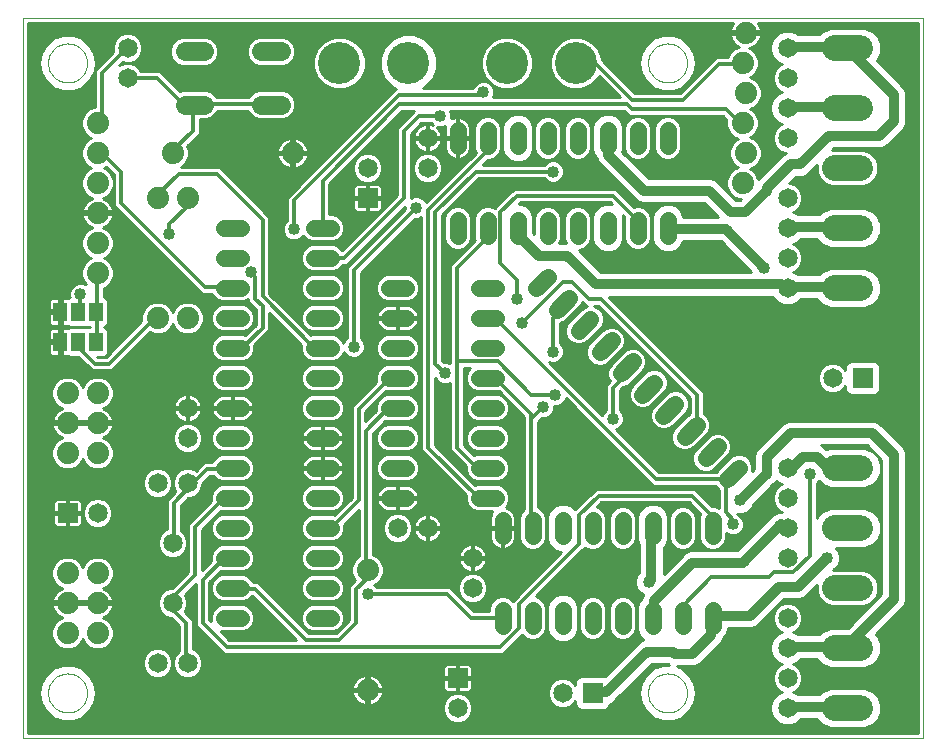
<source format=gtl>
G75*
G70*
%OFA0B0*%
%FSLAX24Y24*%
%IPPOS*%
%LPD*%
%AMOC8*
5,1,8,0,0,1.08239X$1,22.5*
%
%ADD10C,0.0000*%
%ADD11C,0.0560*%
%ADD12C,0.0650*%
%ADD13R,0.0650X0.0650*%
%ADD14C,0.0860*%
%ADD15C,0.0740*%
%ADD16C,0.0640*%
%ADD17R,0.0460X0.0630*%
%ADD18C,0.1400*%
%ADD19C,0.0120*%
%ADD20C,0.0100*%
%ADD21C,0.0320*%
%ADD22C,0.0400*%
D10*
X001159Y000655D02*
X001159Y024651D01*
X031179Y024651D01*
X031179Y000655D01*
X001159Y000655D01*
X002009Y002155D02*
X002011Y002205D01*
X002017Y002255D01*
X002027Y002305D01*
X002040Y002353D01*
X002057Y002401D01*
X002078Y002447D01*
X002102Y002491D01*
X002130Y002533D01*
X002161Y002573D01*
X002195Y002610D01*
X002232Y002645D01*
X002271Y002676D01*
X002312Y002705D01*
X002356Y002730D01*
X002402Y002752D01*
X002449Y002770D01*
X002497Y002784D01*
X002546Y002795D01*
X002596Y002802D01*
X002646Y002805D01*
X002697Y002804D01*
X002747Y002799D01*
X002797Y002790D01*
X002845Y002778D01*
X002893Y002761D01*
X002939Y002741D01*
X002984Y002718D01*
X003027Y002691D01*
X003067Y002661D01*
X003105Y002628D01*
X003140Y002592D01*
X003173Y002553D01*
X003202Y002512D01*
X003228Y002469D01*
X003251Y002424D01*
X003270Y002377D01*
X003285Y002329D01*
X003297Y002280D01*
X003305Y002230D01*
X003309Y002180D01*
X003309Y002130D01*
X003305Y002080D01*
X003297Y002030D01*
X003285Y001981D01*
X003270Y001933D01*
X003251Y001886D01*
X003228Y001841D01*
X003202Y001798D01*
X003173Y001757D01*
X003140Y001718D01*
X003105Y001682D01*
X003067Y001649D01*
X003027Y001619D01*
X002984Y001592D01*
X002939Y001569D01*
X002893Y001549D01*
X002845Y001532D01*
X002797Y001520D01*
X002747Y001511D01*
X002697Y001506D01*
X002646Y001505D01*
X002596Y001508D01*
X002546Y001515D01*
X002497Y001526D01*
X002449Y001540D01*
X002402Y001558D01*
X002356Y001580D01*
X002312Y001605D01*
X002271Y001634D01*
X002232Y001665D01*
X002195Y001700D01*
X002161Y001737D01*
X002130Y001777D01*
X002102Y001819D01*
X002078Y001863D01*
X002057Y001909D01*
X002040Y001957D01*
X002027Y002005D01*
X002017Y002055D01*
X002011Y002105D01*
X002009Y002155D01*
X022009Y002155D02*
X022011Y002205D01*
X022017Y002255D01*
X022027Y002305D01*
X022040Y002353D01*
X022057Y002401D01*
X022078Y002447D01*
X022102Y002491D01*
X022130Y002533D01*
X022161Y002573D01*
X022195Y002610D01*
X022232Y002645D01*
X022271Y002676D01*
X022312Y002705D01*
X022356Y002730D01*
X022402Y002752D01*
X022449Y002770D01*
X022497Y002784D01*
X022546Y002795D01*
X022596Y002802D01*
X022646Y002805D01*
X022697Y002804D01*
X022747Y002799D01*
X022797Y002790D01*
X022845Y002778D01*
X022893Y002761D01*
X022939Y002741D01*
X022984Y002718D01*
X023027Y002691D01*
X023067Y002661D01*
X023105Y002628D01*
X023140Y002592D01*
X023173Y002553D01*
X023202Y002512D01*
X023228Y002469D01*
X023251Y002424D01*
X023270Y002377D01*
X023285Y002329D01*
X023297Y002280D01*
X023305Y002230D01*
X023309Y002180D01*
X023309Y002130D01*
X023305Y002080D01*
X023297Y002030D01*
X023285Y001981D01*
X023270Y001933D01*
X023251Y001886D01*
X023228Y001841D01*
X023202Y001798D01*
X023173Y001757D01*
X023140Y001718D01*
X023105Y001682D01*
X023067Y001649D01*
X023027Y001619D01*
X022984Y001592D01*
X022939Y001569D01*
X022893Y001549D01*
X022845Y001532D01*
X022797Y001520D01*
X022747Y001511D01*
X022697Y001506D01*
X022646Y001505D01*
X022596Y001508D01*
X022546Y001515D01*
X022497Y001526D01*
X022449Y001540D01*
X022402Y001558D01*
X022356Y001580D01*
X022312Y001605D01*
X022271Y001634D01*
X022232Y001665D01*
X022195Y001700D01*
X022161Y001737D01*
X022130Y001777D01*
X022102Y001819D01*
X022078Y001863D01*
X022057Y001909D01*
X022040Y001957D01*
X022027Y002005D01*
X022017Y002055D01*
X022011Y002105D01*
X022009Y002155D01*
X022009Y023155D02*
X022011Y023205D01*
X022017Y023255D01*
X022027Y023305D01*
X022040Y023353D01*
X022057Y023401D01*
X022078Y023447D01*
X022102Y023491D01*
X022130Y023533D01*
X022161Y023573D01*
X022195Y023610D01*
X022232Y023645D01*
X022271Y023676D01*
X022312Y023705D01*
X022356Y023730D01*
X022402Y023752D01*
X022449Y023770D01*
X022497Y023784D01*
X022546Y023795D01*
X022596Y023802D01*
X022646Y023805D01*
X022697Y023804D01*
X022747Y023799D01*
X022797Y023790D01*
X022845Y023778D01*
X022893Y023761D01*
X022939Y023741D01*
X022984Y023718D01*
X023027Y023691D01*
X023067Y023661D01*
X023105Y023628D01*
X023140Y023592D01*
X023173Y023553D01*
X023202Y023512D01*
X023228Y023469D01*
X023251Y023424D01*
X023270Y023377D01*
X023285Y023329D01*
X023297Y023280D01*
X023305Y023230D01*
X023309Y023180D01*
X023309Y023130D01*
X023305Y023080D01*
X023297Y023030D01*
X023285Y022981D01*
X023270Y022933D01*
X023251Y022886D01*
X023228Y022841D01*
X023202Y022798D01*
X023173Y022757D01*
X023140Y022718D01*
X023105Y022682D01*
X023067Y022649D01*
X023027Y022619D01*
X022984Y022592D01*
X022939Y022569D01*
X022893Y022549D01*
X022845Y022532D01*
X022797Y022520D01*
X022747Y022511D01*
X022697Y022506D01*
X022646Y022505D01*
X022596Y022508D01*
X022546Y022515D01*
X022497Y022526D01*
X022449Y022540D01*
X022402Y022558D01*
X022356Y022580D01*
X022312Y022605D01*
X022271Y022634D01*
X022232Y022665D01*
X022195Y022700D01*
X022161Y022737D01*
X022130Y022777D01*
X022102Y022819D01*
X022078Y022863D01*
X022057Y022909D01*
X022040Y022957D01*
X022027Y023005D01*
X022017Y023055D01*
X022011Y023105D01*
X022009Y023155D01*
X002009Y023155D02*
X002011Y023205D01*
X002017Y023255D01*
X002027Y023305D01*
X002040Y023353D01*
X002057Y023401D01*
X002078Y023447D01*
X002102Y023491D01*
X002130Y023533D01*
X002161Y023573D01*
X002195Y023610D01*
X002232Y023645D01*
X002271Y023676D01*
X002312Y023705D01*
X002356Y023730D01*
X002402Y023752D01*
X002449Y023770D01*
X002497Y023784D01*
X002546Y023795D01*
X002596Y023802D01*
X002646Y023805D01*
X002697Y023804D01*
X002747Y023799D01*
X002797Y023790D01*
X002845Y023778D01*
X002893Y023761D01*
X002939Y023741D01*
X002984Y023718D01*
X003027Y023691D01*
X003067Y023661D01*
X003105Y023628D01*
X003140Y023592D01*
X003173Y023553D01*
X003202Y023512D01*
X003228Y023469D01*
X003251Y023424D01*
X003270Y023377D01*
X003285Y023329D01*
X003297Y023280D01*
X003305Y023230D01*
X003309Y023180D01*
X003309Y023130D01*
X003305Y023080D01*
X003297Y023030D01*
X003285Y022981D01*
X003270Y022933D01*
X003251Y022886D01*
X003228Y022841D01*
X003202Y022798D01*
X003173Y022757D01*
X003140Y022718D01*
X003105Y022682D01*
X003067Y022649D01*
X003027Y022619D01*
X002984Y022592D01*
X002939Y022569D01*
X002893Y022549D01*
X002845Y022532D01*
X002797Y022520D01*
X002747Y022511D01*
X002697Y022506D01*
X002646Y022505D01*
X002596Y022508D01*
X002546Y022515D01*
X002497Y022526D01*
X002449Y022540D01*
X002402Y022558D01*
X002356Y022580D01*
X002312Y022605D01*
X002271Y022634D01*
X002232Y022665D01*
X002195Y022700D01*
X002161Y022737D01*
X002130Y022777D01*
X002102Y022819D01*
X002078Y022863D01*
X002057Y022909D01*
X002040Y022957D01*
X002027Y023005D01*
X002017Y023055D01*
X002011Y023105D01*
X002009Y023155D01*
D11*
X007879Y017655D02*
X008439Y017655D01*
X008439Y016655D02*
X007879Y016655D01*
X007879Y015655D02*
X008439Y015655D01*
X008439Y014655D02*
X007879Y014655D01*
X007879Y013655D02*
X008439Y013655D01*
X008439Y012655D02*
X007879Y012655D01*
X007879Y011655D02*
X008439Y011655D01*
X008439Y010655D02*
X007879Y010655D01*
X007879Y009655D02*
X008439Y009655D01*
X008439Y008655D02*
X007879Y008655D01*
X007879Y007655D02*
X008439Y007655D01*
X008439Y006655D02*
X007879Y006655D01*
X007879Y005655D02*
X008439Y005655D01*
X008439Y004655D02*
X007879Y004655D01*
X010879Y004655D02*
X011439Y004655D01*
X011439Y005655D02*
X010879Y005655D01*
X010879Y006655D02*
X011439Y006655D01*
X011439Y007655D02*
X010879Y007655D01*
X010879Y008655D02*
X011439Y008655D01*
X011439Y009655D02*
X010879Y009655D01*
X010879Y010655D02*
X011439Y010655D01*
X011439Y011655D02*
X010879Y011655D01*
X010879Y012655D02*
X011439Y012655D01*
X011439Y013655D02*
X010879Y013655D01*
X010879Y014655D02*
X011439Y014655D01*
X011439Y015655D02*
X010879Y015655D01*
X010879Y016655D02*
X011439Y016655D01*
X011439Y017655D02*
X010879Y017655D01*
X013379Y015655D02*
X013939Y015655D01*
X013939Y014655D02*
X013379Y014655D01*
X013379Y013655D02*
X013939Y013655D01*
X013939Y012655D02*
X013379Y012655D01*
X013379Y011655D02*
X013939Y011655D01*
X013939Y010655D02*
X013379Y010655D01*
X013379Y009655D02*
X013939Y009655D01*
X013939Y008655D02*
X013379Y008655D01*
X016379Y008655D02*
X016939Y008655D01*
X017159Y007935D02*
X017159Y007375D01*
X018159Y007375D02*
X018159Y007935D01*
X019159Y007935D02*
X019159Y007375D01*
X020159Y007375D02*
X020159Y007935D01*
X021159Y007935D02*
X021159Y007375D01*
X022159Y007375D02*
X022159Y007935D01*
X023159Y007935D02*
X023159Y007375D01*
X024159Y007375D02*
X024159Y007935D01*
X024643Y009275D02*
X025039Y009671D01*
X024332Y010378D02*
X023936Y009982D01*
X023229Y010689D02*
X023625Y011085D01*
X022918Y011792D02*
X022522Y011396D01*
X021815Y012104D02*
X022211Y012499D01*
X021503Y013207D02*
X021108Y012811D01*
X020400Y013518D02*
X020796Y013914D01*
X020089Y014621D02*
X019693Y014225D01*
X018986Y014932D02*
X019382Y015328D01*
X018675Y016035D02*
X018279Y015639D01*
X016939Y015655D02*
X016379Y015655D01*
X016379Y014655D02*
X016939Y014655D01*
X016939Y013655D02*
X016379Y013655D01*
X016379Y012655D02*
X016939Y012655D01*
X016939Y011655D02*
X016379Y011655D01*
X016379Y010655D02*
X016939Y010655D01*
X016939Y009655D02*
X016379Y009655D01*
X017159Y004935D02*
X017159Y004375D01*
X018159Y004375D02*
X018159Y004935D01*
X019159Y004935D02*
X019159Y004375D01*
X020159Y004375D02*
X020159Y004935D01*
X021159Y004935D02*
X021159Y004375D01*
X022159Y004375D02*
X022159Y004935D01*
X023159Y004935D02*
X023159Y004375D01*
X024159Y004375D02*
X024159Y004935D01*
X022659Y017375D02*
X022659Y017935D01*
X021659Y017935D02*
X021659Y017375D01*
X020659Y017375D02*
X020659Y017935D01*
X019659Y017935D02*
X019659Y017375D01*
X018659Y017375D02*
X018659Y017935D01*
X017659Y017935D02*
X017659Y017375D01*
X016659Y017375D02*
X016659Y017935D01*
X015659Y017935D02*
X015659Y017375D01*
X015659Y020375D02*
X015659Y020935D01*
X016659Y020935D02*
X016659Y020375D01*
X017659Y020375D02*
X017659Y020935D01*
X018659Y020935D02*
X018659Y020375D01*
X019659Y020375D02*
X019659Y020935D01*
X020659Y020935D02*
X020659Y020375D01*
X021659Y020375D02*
X021659Y020935D01*
X022659Y020935D02*
X022659Y020375D01*
D12*
X026659Y020655D03*
X026659Y021655D03*
X026659Y022655D03*
X026659Y023655D03*
X026659Y018655D03*
X026659Y017655D03*
X026659Y016655D03*
X026659Y015655D03*
X028159Y012655D03*
X026659Y009655D03*
X026659Y008655D03*
X026659Y007655D03*
X026659Y006655D03*
X026659Y004655D03*
X026659Y003655D03*
X026659Y002655D03*
X026659Y001655D03*
X019159Y002155D03*
X015659Y001655D03*
X016159Y005655D03*
X016159Y006655D03*
X014659Y007655D03*
X013659Y007655D03*
X006659Y009155D03*
X005659Y009155D03*
X006659Y010655D03*
X006659Y011655D03*
X003659Y008155D03*
X006159Y007155D03*
X006159Y005155D03*
X005659Y003155D03*
X006659Y003155D03*
X012659Y019655D03*
X014659Y019655D03*
X014659Y020655D03*
X004659Y022655D03*
X004659Y023655D03*
D13*
X012659Y018655D03*
X002659Y008155D03*
X015659Y002655D03*
X020159Y002155D03*
X029159Y012655D03*
D14*
X029089Y015655D02*
X028229Y015655D01*
X028229Y017655D02*
X029089Y017655D01*
X029089Y019655D02*
X028229Y019655D01*
X028229Y021655D02*
X029089Y021655D01*
X029089Y023655D02*
X028229Y023655D01*
X028229Y009655D02*
X029089Y009655D01*
X029089Y007655D02*
X028229Y007655D01*
X028229Y005655D02*
X029089Y005655D01*
X029089Y003655D02*
X028229Y003655D01*
X028229Y001655D02*
X029089Y001655D01*
D15*
X012659Y002255D03*
X012659Y006255D03*
X003659Y006155D03*
X002659Y006155D03*
X002659Y005155D03*
X003659Y005155D03*
X003659Y004155D03*
X002659Y004155D03*
X002659Y010155D03*
X003659Y010155D03*
X003659Y011155D03*
X002659Y011155D03*
X002659Y012155D03*
X003659Y012155D03*
X005659Y014655D03*
X006659Y014655D03*
X003659Y016155D03*
X003659Y017155D03*
X003659Y018155D03*
X003659Y019155D03*
X003659Y020155D03*
X003659Y021155D03*
X006159Y020155D03*
X005659Y018655D03*
X006659Y018655D03*
X010159Y020155D03*
X025159Y019155D03*
X025259Y020155D03*
X025159Y021155D03*
X025259Y022155D03*
X025159Y023155D03*
X025259Y024155D03*
D16*
X009759Y023545D02*
X009119Y023545D01*
X007199Y023545D02*
X006559Y023545D01*
X006559Y021765D02*
X007199Y021765D01*
X009119Y021765D02*
X009759Y021765D01*
D17*
X003609Y014855D03*
X003009Y014855D03*
X002409Y014855D03*
X002409Y013855D03*
X003009Y013855D03*
X003609Y013855D03*
D18*
X011722Y023155D03*
X014022Y023155D03*
X017296Y023155D03*
X019596Y023155D03*
D19*
X019639Y023135D01*
X020279Y023135D01*
X021479Y021935D01*
X023159Y021935D01*
X024359Y023135D01*
X025159Y023135D01*
X025159Y023155D01*
X024599Y021615D02*
X024999Y021215D01*
X025159Y021215D01*
X025159Y021155D01*
X024599Y021615D02*
X021479Y021615D01*
X021319Y021775D01*
X013719Y021775D01*
X011159Y019215D01*
X011159Y017655D01*
X010199Y017615D02*
X010199Y018575D01*
X013719Y022095D01*
X016439Y022095D01*
X016519Y022175D01*
X015079Y021375D02*
X014359Y021375D01*
X013879Y020895D01*
X013879Y018655D01*
X011879Y016655D01*
X011159Y016655D01*
X012199Y016255D02*
X014279Y018335D01*
X014679Y018255D02*
X014679Y010335D01*
X016359Y008655D01*
X016659Y008655D01*
X016659Y009655D02*
X016599Y009695D01*
X016279Y009695D01*
X015639Y010335D01*
X015639Y013215D01*
X016999Y013215D01*
X018119Y012095D01*
X018919Y012095D01*
X018519Y011695D02*
X018119Y011295D01*
X018119Y007695D01*
X018159Y007655D01*
X019719Y008095D02*
X019719Y007135D01*
X017719Y005135D01*
X017719Y004335D01*
X017079Y003695D01*
X007959Y003695D01*
X007159Y004495D01*
X007159Y005935D01*
X007879Y006655D01*
X008159Y006655D01*
X008159Y005655D02*
X008199Y005615D01*
X008919Y005615D01*
X010599Y003935D01*
X011719Y003935D01*
X012279Y004495D01*
X012279Y005615D01*
X012599Y005935D01*
X012599Y006255D01*
X012659Y006255D01*
X012599Y006255D02*
X012599Y010895D01*
X013319Y011615D01*
X013639Y011615D01*
X013659Y011655D01*
X013659Y012655D02*
X013399Y012655D01*
X012359Y011615D01*
X012359Y008575D01*
X011479Y007695D01*
X011159Y007695D01*
X011159Y007655D01*
X012679Y005455D02*
X015319Y005455D01*
X016119Y004655D01*
X017159Y004655D01*
X019719Y008095D02*
X020359Y008735D01*
X023479Y008735D01*
X024119Y008095D01*
X024119Y007695D01*
X024159Y007655D01*
X024599Y008175D02*
X024599Y009215D01*
X024839Y009455D01*
X024841Y009473D01*
X024599Y009295D01*
X022279Y009295D01*
X016919Y014655D01*
X016659Y014655D01*
X017799Y014495D02*
X019159Y015855D01*
X019479Y015855D01*
X020039Y015295D01*
X020439Y015295D01*
X023639Y012095D01*
X023639Y011055D01*
X023479Y010895D01*
X023427Y010887D01*
X021239Y012735D02*
X021239Y012975D01*
X021305Y013009D01*
X021239Y012735D02*
X020839Y012335D01*
X020839Y011295D01*
X018119Y011295D02*
X018119Y011455D01*
X016919Y012655D01*
X016659Y012655D01*
X015639Y013215D02*
X015639Y016335D01*
X016599Y017295D01*
X016599Y017615D01*
X016659Y017655D01*
X017079Y018175D02*
X017079Y016495D01*
X017639Y015935D01*
X017639Y015295D01*
X018839Y014655D02*
X019239Y015055D01*
X019184Y015130D01*
X018839Y014655D02*
X018839Y013535D01*
X015239Y012815D02*
X014919Y013135D01*
X014919Y018175D01*
X016279Y019535D01*
X018839Y019535D01*
X017639Y018735D02*
X017079Y018175D01*
X017639Y018735D02*
X020839Y018735D01*
X021639Y017935D01*
X021639Y017695D01*
X021659Y017655D01*
X016599Y020175D02*
X014679Y018255D01*
X016599Y020175D02*
X016599Y020655D01*
X016659Y020655D01*
X012199Y016255D02*
X012199Y013695D01*
X011159Y013695D02*
X011159Y013655D01*
X011159Y013695D02*
X010839Y013695D01*
X009159Y015375D01*
X009159Y017935D01*
X007639Y019455D01*
X006359Y019455D01*
X005719Y018815D01*
X005719Y018655D01*
X005659Y018655D01*
X006599Y018655D02*
X006599Y018335D01*
X006039Y017775D01*
X006039Y017455D01*
X006599Y018655D02*
X006659Y018655D01*
X006159Y020155D02*
X006119Y020175D01*
X006839Y020895D01*
X006839Y021455D01*
X006879Y021765D01*
X006919Y021775D01*
X009399Y021775D01*
X009439Y021765D01*
X006879Y021765D02*
X006839Y021695D01*
X006839Y021455D01*
X005639Y022655D01*
X004659Y022655D01*
X003799Y022815D02*
X003799Y021295D01*
X003659Y021155D01*
X003659Y020155D02*
X003719Y020095D01*
X003879Y020095D01*
X004439Y019535D01*
X004439Y018495D01*
X007239Y015695D01*
X008119Y015695D01*
X008159Y015655D01*
X008759Y016175D02*
X008919Y016015D01*
X008919Y015295D01*
X009159Y015055D01*
X009159Y014335D01*
X008519Y013695D01*
X008199Y013695D01*
X008159Y013655D01*
X005659Y014655D02*
X005559Y014655D01*
X004039Y013135D01*
X003559Y013135D01*
X003079Y013615D01*
X003079Y013855D01*
X003009Y013855D01*
X003609Y013855D02*
X003639Y013855D01*
X003639Y014815D01*
X003609Y014855D01*
X003639Y014895D01*
X003639Y016095D01*
X003659Y016155D01*
X003079Y015455D02*
X003079Y014895D01*
X003009Y014855D01*
X008159Y009655D02*
X008119Y009615D01*
X007319Y009615D01*
X006919Y009215D01*
X006659Y009155D01*
X006679Y009215D01*
X006919Y009215D01*
X006199Y008495D01*
X006199Y007215D01*
X006159Y007155D01*
X006919Y007695D02*
X006919Y006095D01*
X006199Y005375D01*
X006199Y005215D01*
X006159Y005155D01*
X006199Y005135D01*
X006199Y004895D01*
X006599Y004495D01*
X006599Y003215D01*
X006659Y003155D01*
X006919Y007695D02*
X007879Y008655D01*
X008159Y008655D01*
X023159Y005055D02*
X023159Y004655D01*
X023159Y005055D02*
X024119Y006015D01*
X026039Y006015D01*
X026199Y006175D01*
X026839Y006175D01*
X027399Y006735D01*
X027399Y009455D01*
X024839Y007935D02*
X024839Y007775D01*
X024839Y007935D02*
X024599Y008175D01*
X004659Y023655D02*
X004599Y023615D01*
X003799Y022815D01*
D20*
X003569Y022827D02*
X003555Y022827D01*
X003556Y022829D02*
X003569Y022903D01*
X003569Y021695D01*
X003552Y021695D01*
X003353Y021613D01*
X003201Y021461D01*
X003119Y021263D01*
X003119Y021048D01*
X003201Y020849D01*
X003353Y020697D01*
X003455Y020655D01*
X003353Y020613D01*
X003201Y020461D01*
X003119Y020263D01*
X003119Y020048D01*
X003201Y019849D01*
X003353Y019697D01*
X003455Y019655D01*
X003353Y019613D01*
X003201Y019461D01*
X003119Y019263D01*
X003119Y019048D01*
X003201Y018849D01*
X003353Y018697D01*
X003482Y018644D01*
X003459Y018637D01*
X003386Y018600D01*
X003320Y018552D01*
X003262Y018494D01*
X003214Y018428D01*
X003177Y018355D01*
X003152Y018277D01*
X003140Y018205D01*
X003609Y018205D01*
X003609Y018105D01*
X003140Y018105D01*
X003152Y018033D01*
X003177Y017955D01*
X003214Y017883D01*
X003262Y017816D01*
X003320Y017758D01*
X003386Y017710D01*
X003459Y017673D01*
X003482Y017666D01*
X003353Y017613D01*
X003201Y017461D01*
X003119Y017263D01*
X003119Y017048D01*
X003201Y016849D01*
X003353Y016697D01*
X003455Y016655D01*
X003353Y016613D01*
X003201Y016461D01*
X003119Y016263D01*
X003119Y016048D01*
X003201Y015849D01*
X003277Y015774D01*
X003153Y015825D01*
X003005Y015825D01*
X002869Y015769D01*
X002765Y015665D01*
X002709Y015529D01*
X002709Y015381D01*
X002726Y015340D01*
X002709Y015340D01*
X002682Y015314D01*
X002659Y015320D01*
X002459Y015320D01*
X002459Y014905D01*
X002359Y014905D01*
X002359Y014805D01*
X002459Y014805D01*
X002459Y014390D01*
X002659Y014390D01*
X002682Y014396D01*
X002709Y014370D01*
X003309Y014370D01*
X003409Y014370D01*
X003409Y014340D01*
X003309Y014340D01*
X002709Y014340D01*
X002682Y014314D01*
X002659Y014320D01*
X002459Y014320D01*
X002459Y013905D01*
X002359Y013905D01*
X002359Y013805D01*
X002459Y013805D01*
X002459Y013390D01*
X002659Y013390D01*
X002682Y013396D01*
X002709Y013370D01*
X002999Y013370D01*
X003329Y013040D01*
X003464Y012905D01*
X004134Y012905D01*
X004269Y013040D01*
X005405Y014176D01*
X005552Y014115D01*
X005766Y014115D01*
X005965Y014197D01*
X006117Y014349D01*
X006159Y014451D01*
X006201Y014349D01*
X006353Y014197D01*
X006552Y014115D01*
X006766Y014115D01*
X006965Y014197D01*
X007117Y014349D01*
X007199Y014548D01*
X007199Y014763D01*
X007117Y014961D01*
X006965Y015113D01*
X006766Y015195D01*
X006552Y015195D01*
X006353Y015113D01*
X006201Y014961D01*
X006159Y014859D01*
X006117Y014961D01*
X005965Y015113D01*
X005766Y015195D01*
X005552Y015195D01*
X005353Y015113D01*
X005201Y014961D01*
X005119Y014763D01*
X005119Y014548D01*
X005121Y014542D01*
X003944Y013365D01*
X003654Y013365D01*
X003649Y013370D01*
X003909Y013370D01*
X004009Y013470D01*
X004009Y014241D01*
X003909Y014340D01*
X003869Y014340D01*
X003869Y014370D01*
X003909Y014370D01*
X004009Y014470D01*
X004009Y015241D01*
X003909Y015340D01*
X003869Y015340D01*
X003869Y015658D01*
X003965Y015697D01*
X004117Y015849D01*
X004199Y016048D01*
X004199Y016263D01*
X004117Y016461D01*
X003965Y016613D01*
X003863Y016655D01*
X003965Y016697D01*
X004117Y016849D01*
X004199Y017048D01*
X004199Y017263D01*
X004117Y017461D01*
X003965Y017613D01*
X003837Y017666D01*
X003859Y017673D01*
X003932Y017710D01*
X003998Y017758D01*
X004056Y017816D01*
X004104Y017883D01*
X004141Y017955D01*
X004166Y018033D01*
X004178Y018105D01*
X003709Y018105D01*
X003709Y018205D01*
X004178Y018205D01*
X004166Y018277D01*
X004141Y018355D01*
X004104Y018428D01*
X004056Y018494D01*
X003998Y018552D01*
X003932Y018600D01*
X003859Y018637D01*
X003837Y018644D01*
X003965Y018697D01*
X004117Y018849D01*
X004199Y019048D01*
X004199Y019263D01*
X004117Y019461D01*
X003965Y019613D01*
X003863Y019655D01*
X003955Y019693D01*
X004209Y019440D01*
X004209Y018400D01*
X004344Y018265D01*
X007144Y015465D01*
X007334Y015465D01*
X007471Y015465D01*
X007498Y015400D01*
X007624Y015274D01*
X007790Y015205D01*
X008529Y015205D01*
X008689Y015272D01*
X008689Y015200D01*
X008824Y015065D01*
X008929Y014960D01*
X008929Y014430D01*
X008582Y014083D01*
X008529Y014105D01*
X007790Y014105D01*
X007624Y014037D01*
X007498Y013910D01*
X007429Y013745D01*
X007429Y013566D01*
X007498Y013400D01*
X007624Y013274D01*
X007790Y013205D01*
X008529Y013205D01*
X008694Y013274D01*
X008821Y013400D01*
X008889Y013566D01*
X008889Y013740D01*
X009254Y014105D01*
X009389Y014240D01*
X009389Y014820D01*
X010439Y013770D01*
X010429Y013745D01*
X010429Y013566D01*
X010498Y013400D01*
X010624Y013274D01*
X010790Y013205D01*
X011529Y013205D01*
X011694Y013274D01*
X011821Y013400D01*
X011871Y013521D01*
X011885Y013486D01*
X011989Y013381D01*
X012125Y013325D01*
X012273Y013325D01*
X012409Y013381D01*
X012513Y013486D01*
X012569Y013621D01*
X012569Y013769D01*
X012513Y013905D01*
X012429Y013988D01*
X012429Y016160D01*
X014234Y017965D01*
X014353Y017965D01*
X014449Y018005D01*
X014449Y010430D01*
X014449Y010240D01*
X015934Y008755D01*
X015929Y008745D01*
X015929Y008566D01*
X015998Y008400D01*
X016124Y008274D01*
X016290Y008205D01*
X016824Y008205D01*
X016791Y008160D01*
X016761Y008100D01*
X016740Y008036D01*
X016729Y007969D01*
X016729Y007685D01*
X017129Y007685D01*
X017129Y007625D01*
X017189Y007625D01*
X017189Y006945D01*
X017193Y006945D01*
X017260Y006956D01*
X017324Y006977D01*
X017384Y007007D01*
X017439Y007047D01*
X017487Y007095D01*
X017527Y007150D01*
X017558Y007210D01*
X017578Y007274D01*
X017589Y007341D01*
X017589Y007625D01*
X017189Y007625D01*
X017189Y007685D01*
X017589Y007685D01*
X017589Y007969D01*
X017578Y008036D01*
X017558Y008100D01*
X017527Y008160D01*
X017487Y008215D01*
X017439Y008263D01*
X017384Y008303D01*
X017324Y008334D01*
X017271Y008351D01*
X017321Y008400D01*
X017389Y008566D01*
X017389Y008745D01*
X017321Y008910D01*
X017194Y009037D01*
X017029Y009105D01*
X016290Y009105D01*
X016250Y009089D01*
X014909Y010430D01*
X014909Y012645D01*
X014925Y012606D01*
X015029Y012501D01*
X015165Y012445D01*
X015313Y012445D01*
X015409Y012485D01*
X015409Y010430D01*
X015409Y010240D01*
X015929Y009720D01*
X015929Y009566D01*
X015998Y009400D01*
X016124Y009274D01*
X016290Y009205D01*
X017029Y009205D01*
X017194Y009274D01*
X017321Y009400D01*
X017389Y009566D01*
X017389Y009745D01*
X017321Y009910D01*
X017194Y010037D01*
X017029Y010105D01*
X016290Y010105D01*
X016222Y010077D01*
X015869Y010430D01*
X015869Y012985D01*
X016073Y012985D01*
X015998Y012910D01*
X015929Y012745D01*
X015929Y012566D01*
X015998Y012400D01*
X016124Y012274D01*
X016290Y012205D01*
X017029Y012205D01*
X017039Y012210D01*
X017889Y011360D01*
X017889Y011200D01*
X017889Y008301D01*
X017778Y008190D01*
X017709Y008025D01*
X017709Y007286D01*
X017778Y007120D01*
X017904Y006994D01*
X018070Y006925D01*
X018249Y006925D01*
X018414Y006994D01*
X018541Y007120D01*
X018609Y007286D01*
X018609Y008025D01*
X018541Y008190D01*
X018414Y008317D01*
X018349Y008343D01*
X018349Y011200D01*
X018474Y011325D01*
X018593Y011325D01*
X018729Y011381D01*
X018833Y011486D01*
X018889Y011621D01*
X018889Y011725D01*
X018993Y011725D01*
X019129Y011781D01*
X019233Y011886D01*
X019271Y011978D01*
X022049Y009200D01*
X022184Y009065D01*
X024243Y009065D01*
X024262Y009020D01*
X024369Y008913D01*
X024369Y008335D01*
X024249Y008385D01*
X024154Y008385D01*
X023574Y008965D01*
X023384Y008965D01*
X020264Y008965D01*
X020129Y008830D01*
X019571Y008272D01*
X019459Y008384D01*
X019264Y008465D01*
X019054Y008465D01*
X018859Y008384D01*
X018710Y008235D01*
X018629Y008041D01*
X018629Y007270D01*
X018710Y007075D01*
X018859Y006926D01*
X019054Y006845D01*
X019104Y006845D01*
X017495Y005236D01*
X017414Y005317D01*
X017249Y005385D01*
X017070Y005385D01*
X016904Y005317D01*
X016778Y005190D01*
X016709Y005025D01*
X016709Y004885D01*
X016214Y004885D01*
X015414Y005685D01*
X015224Y005685D01*
X012972Y005685D01*
X012891Y005767D01*
X012965Y005797D01*
X013117Y005949D01*
X013199Y006148D01*
X013199Y006363D01*
X013117Y006561D01*
X012965Y006713D01*
X012829Y006769D01*
X012829Y010800D01*
X013250Y011221D01*
X013290Y011205D01*
X014029Y011205D01*
X014194Y011274D01*
X014321Y011400D01*
X014389Y011566D01*
X014389Y011745D01*
X014321Y011910D01*
X014194Y012037D01*
X014029Y012105D01*
X013290Y012105D01*
X013124Y012037D01*
X012998Y011910D01*
X012929Y011745D01*
X012929Y011566D01*
X012934Y011555D01*
X012589Y011210D01*
X012589Y011520D01*
X013279Y012210D01*
X013290Y012205D01*
X014029Y012205D01*
X014194Y012274D01*
X014321Y012400D01*
X014389Y012566D01*
X014389Y012745D01*
X014321Y012910D01*
X014194Y013037D01*
X014029Y013105D01*
X013290Y013105D01*
X013124Y013037D01*
X012998Y012910D01*
X012929Y012745D01*
X012929Y012566D01*
X012945Y012527D01*
X012129Y011710D01*
X012129Y011520D01*
X012129Y008670D01*
X011553Y008095D01*
X011529Y008105D01*
X010790Y008105D01*
X010624Y008037D01*
X010498Y007910D01*
X010429Y007745D01*
X010429Y007566D01*
X010498Y007400D01*
X010624Y007274D01*
X010790Y007205D01*
X011529Y007205D01*
X011694Y007274D01*
X011821Y007400D01*
X011889Y007566D01*
X011889Y007745D01*
X011879Y007770D01*
X012369Y008260D01*
X012369Y006719D01*
X012353Y006713D01*
X012201Y006561D01*
X012119Y006363D01*
X012119Y006148D01*
X012201Y005949D01*
X012245Y005906D01*
X012049Y005710D01*
X012049Y005520D01*
X012049Y004590D01*
X011624Y004165D01*
X010694Y004165D01*
X009014Y005845D01*
X008847Y005845D01*
X008821Y005910D01*
X008694Y006037D01*
X008529Y006105D01*
X007790Y006105D01*
X007624Y006037D01*
X007498Y005910D01*
X007429Y005745D01*
X007429Y005566D01*
X007498Y005400D01*
X007624Y005274D01*
X007790Y005205D01*
X008529Y005205D01*
X008694Y005274D01*
X008805Y005385D01*
X008824Y005385D01*
X010284Y003925D01*
X008054Y003925D01*
X007763Y004216D01*
X007790Y004205D01*
X008529Y004205D01*
X008694Y004274D01*
X008821Y004400D01*
X008889Y004566D01*
X008889Y004745D01*
X008821Y004910D01*
X008694Y005037D01*
X008529Y005105D01*
X007790Y005105D01*
X007624Y005037D01*
X007498Y004910D01*
X007429Y004745D01*
X007429Y004566D01*
X007440Y004539D01*
X007389Y004590D01*
X007389Y005840D01*
X007765Y006215D01*
X007790Y006205D01*
X008529Y006205D01*
X008694Y006274D01*
X008821Y006400D01*
X008889Y006566D01*
X008889Y006745D01*
X008821Y006910D01*
X008694Y007037D01*
X008529Y007105D01*
X007790Y007105D01*
X007624Y007037D01*
X007498Y006910D01*
X007429Y006745D01*
X007429Y006566D01*
X007439Y006541D01*
X007149Y006250D01*
X007149Y007600D01*
X007765Y008215D01*
X007790Y008205D01*
X008529Y008205D01*
X008694Y008274D01*
X008821Y008400D01*
X008889Y008566D01*
X008889Y008745D01*
X008821Y008910D01*
X008694Y009037D01*
X008529Y009105D01*
X007790Y009105D01*
X007624Y009037D01*
X007498Y008910D01*
X007429Y008745D01*
X007429Y008566D01*
X007439Y008541D01*
X006824Y007925D01*
X006689Y007790D01*
X006689Y006190D01*
X006149Y005650D01*
X006061Y005650D01*
X005879Y005575D01*
X005739Y005435D01*
X005664Y005254D01*
X005664Y005057D01*
X005739Y004875D01*
X005879Y004735D01*
X006061Y004660D01*
X006109Y004660D01*
X006369Y004400D01*
X006369Y003565D01*
X006239Y003435D01*
X006164Y003254D01*
X006164Y003057D01*
X006239Y002875D01*
X006379Y002735D01*
X006561Y002660D01*
X006758Y002660D01*
X006939Y002735D01*
X007079Y002875D01*
X007154Y003057D01*
X007154Y003254D01*
X007079Y003435D01*
X006939Y003575D01*
X006829Y003620D01*
X006829Y004400D01*
X006829Y004590D01*
X006562Y004858D01*
X006579Y004875D01*
X006654Y005057D01*
X006654Y005254D01*
X006580Y005431D01*
X006929Y005780D01*
X006929Y004590D01*
X006929Y004400D01*
X007729Y003600D01*
X007864Y003465D01*
X016984Y003465D01*
X017174Y003465D01*
X017803Y004094D01*
X017904Y003994D01*
X018070Y003925D01*
X018249Y003925D01*
X018414Y003994D01*
X018541Y004120D01*
X018609Y004286D01*
X018609Y005025D01*
X018541Y005190D01*
X018414Y005317D01*
X018281Y005372D01*
X019814Y006905D01*
X019903Y006994D01*
X019904Y006994D01*
X020070Y006925D01*
X020249Y006925D01*
X020414Y006994D01*
X020541Y007120D01*
X020609Y007286D01*
X020609Y008025D01*
X020541Y008190D01*
X020414Y008317D01*
X020309Y008360D01*
X020454Y008505D01*
X023384Y008505D01*
X023755Y008134D01*
X023709Y008025D01*
X023709Y007286D01*
X023778Y007120D01*
X023904Y006994D01*
X024070Y006925D01*
X024249Y006925D01*
X024414Y006994D01*
X024541Y007120D01*
X024609Y007286D01*
X024609Y007482D01*
X024629Y007461D01*
X024765Y007405D01*
X024913Y007405D01*
X025049Y007461D01*
X025153Y007566D01*
X025209Y007701D01*
X025209Y007849D01*
X025933Y007849D01*
X026031Y007947D02*
X025168Y007947D01*
X025153Y007985D02*
X025049Y008089D01*
X024984Y008116D01*
X024963Y008136D01*
X024990Y008125D01*
X025169Y008125D01*
X025334Y008194D01*
X025461Y008320D01*
X025500Y008417D01*
X026191Y009108D01*
X026292Y009209D01*
X026333Y009168D01*
X026468Y009112D01*
X026379Y009075D01*
X026239Y008935D01*
X026164Y008754D01*
X026164Y008557D01*
X026239Y008375D01*
X026379Y008235D01*
X026468Y008198D01*
X026436Y008185D01*
X026357Y008185D01*
X026207Y008123D01*
X026091Y008007D01*
X024989Y006905D01*
X023397Y006905D01*
X023247Y006843D01*
X023131Y006727D01*
X022529Y006125D01*
X022529Y006996D01*
X022608Y007075D01*
X022689Y007270D01*
X022689Y008041D01*
X022608Y008235D01*
X022459Y008384D01*
X022264Y008465D01*
X022054Y008465D01*
X021859Y008384D01*
X021710Y008235D01*
X021629Y008041D01*
X021629Y007270D01*
X021709Y007077D01*
X021709Y006161D01*
X021658Y006110D01*
X021589Y005945D01*
X021589Y005766D01*
X021658Y005600D01*
X021784Y005474D01*
X021851Y005446D01*
X021802Y005327D01*
X021710Y005235D01*
X021629Y005041D01*
X021629Y004270D01*
X021710Y004075D01*
X021851Y003934D01*
X021727Y003883D01*
X020562Y002718D01*
X020534Y002730D01*
X019784Y002730D01*
X019692Y002692D01*
X019622Y002622D01*
X019584Y002530D01*
X019584Y002422D01*
X019579Y002435D01*
X019439Y002575D01*
X019258Y002650D01*
X019061Y002650D01*
X018879Y002575D01*
X018739Y002435D01*
X018664Y002254D01*
X018664Y002057D01*
X018739Y001875D01*
X018879Y001735D01*
X019061Y001660D01*
X019258Y001660D01*
X019439Y001735D01*
X019579Y001875D01*
X019584Y001888D01*
X019584Y001780D01*
X019622Y001689D01*
X019692Y001618D01*
X019784Y001580D01*
X020534Y001580D01*
X020626Y001618D01*
X020696Y001689D01*
X020734Y001780D01*
X020734Y001787D01*
X020831Y001828D01*
X020947Y001943D01*
X022129Y003125D01*
X022669Y003125D01*
X022687Y003108D01*
X022717Y003095D01*
X022659Y003095D01*
X022647Y003095D01*
X022572Y003095D01*
X022493Y003095D01*
X022182Y002982D01*
X022182Y002982D01*
X021928Y002769D01*
X021928Y002769D01*
X021928Y002769D01*
X021762Y002482D01*
X021762Y002482D01*
X021705Y002155D01*
X021762Y001829D01*
X021762Y001829D01*
X021928Y001542D01*
X016148Y001542D01*
X016154Y001557D02*
X016079Y001375D01*
X015939Y001235D01*
X015758Y001160D01*
X015561Y001160D01*
X015379Y001235D01*
X015239Y001375D01*
X015164Y001557D01*
X015164Y001754D01*
X015239Y001935D01*
X015379Y002075D01*
X015561Y002150D01*
X015758Y002150D01*
X015939Y002075D01*
X016079Y001935D01*
X016154Y001754D01*
X016154Y001557D01*
X016154Y001641D02*
X019670Y001641D01*
X019601Y001739D02*
X019443Y001739D01*
X019542Y001838D02*
X019584Y001838D01*
X019581Y002429D02*
X019584Y002429D01*
X019584Y002527D02*
X019487Y002527D01*
X019626Y002626D02*
X019316Y002626D01*
X019002Y002626D02*
X016134Y002626D01*
X016134Y002636D02*
X015678Y002636D01*
X015678Y002180D01*
X016004Y002180D01*
X016042Y002190D01*
X016076Y002210D01*
X016104Y002238D01*
X016124Y002272D01*
X016134Y002310D01*
X016134Y002636D01*
X016134Y002674D02*
X016134Y003000D01*
X016124Y003038D01*
X016104Y003072D01*
X016076Y003100D01*
X016042Y003120D01*
X016004Y003130D01*
X015678Y003130D01*
X015678Y002674D01*
X016134Y002674D01*
X016134Y002725D02*
X019771Y002725D01*
X020547Y002725D02*
X020569Y002725D01*
X020667Y002823D02*
X016134Y002823D01*
X016134Y002922D02*
X020766Y002922D01*
X020864Y003020D02*
X016129Y003020D01*
X016044Y003119D02*
X020963Y003119D01*
X021061Y003217D02*
X007154Y003217D01*
X007154Y003119D02*
X015274Y003119D01*
X015276Y003120D02*
X015242Y003100D01*
X015214Y003072D01*
X015194Y003038D01*
X015184Y003000D01*
X015184Y002674D01*
X015640Y002674D01*
X015640Y002636D01*
X015678Y002636D01*
X015678Y002674D01*
X015640Y002674D01*
X015640Y003130D01*
X015314Y003130D01*
X015276Y003120D01*
X015190Y003020D02*
X007139Y003020D01*
X007098Y002922D02*
X015184Y002922D01*
X015184Y002823D02*
X007027Y002823D01*
X006913Y002725D02*
X012435Y002725D01*
X012459Y002737D02*
X012386Y002700D01*
X012320Y002652D01*
X012262Y002594D01*
X012214Y002528D01*
X012177Y002455D01*
X012152Y002377D01*
X012139Y002296D01*
X012139Y002294D01*
X012620Y002294D01*
X012620Y002216D01*
X012698Y002216D01*
X012698Y001735D01*
X012700Y001735D01*
X012781Y001748D01*
X012859Y001773D01*
X012932Y001810D01*
X012998Y001858D01*
X013056Y001916D01*
X013104Y001983D01*
X013141Y002055D01*
X013166Y002133D01*
X015520Y002133D01*
X015640Y002180D02*
X015314Y002180D01*
X015276Y002190D01*
X015242Y002210D01*
X015214Y002238D01*
X015194Y002272D01*
X015184Y002310D01*
X015184Y002636D01*
X015640Y002636D01*
X015640Y002180D01*
X015640Y002232D02*
X015678Y002232D01*
X015678Y002330D02*
X015640Y002330D01*
X015640Y002429D02*
X015678Y002429D01*
X015678Y002527D02*
X015640Y002527D01*
X015640Y002626D02*
X015678Y002626D01*
X015678Y002725D02*
X015640Y002725D01*
X015640Y002823D02*
X015678Y002823D01*
X015678Y002922D02*
X015640Y002922D01*
X015640Y003020D02*
X015678Y003020D01*
X015678Y003119D02*
X015640Y003119D01*
X015184Y002725D02*
X012883Y002725D01*
X012859Y002737D02*
X012781Y002762D01*
X012700Y002775D01*
X012698Y002775D01*
X012698Y002294D01*
X013179Y002294D01*
X013179Y002296D01*
X013166Y002377D01*
X013141Y002455D01*
X013104Y002528D01*
X013056Y002594D01*
X012998Y002652D01*
X012932Y002700D01*
X012859Y002737D01*
X012698Y002725D02*
X012620Y002725D01*
X012618Y002775D02*
X012537Y002762D01*
X012459Y002737D01*
X012618Y002775D02*
X012620Y002775D01*
X012620Y002294D01*
X012698Y002294D01*
X012698Y002216D01*
X013179Y002216D01*
X013179Y002214D01*
X013166Y002133D01*
X013130Y002035D02*
X015339Y002035D01*
X015240Y001936D02*
X013070Y001936D01*
X012969Y001838D02*
X015199Y001838D01*
X015164Y001739D02*
X012725Y001739D01*
X012698Y001739D02*
X012620Y001739D01*
X012620Y001735D02*
X012620Y002216D01*
X012139Y002216D01*
X012139Y002214D01*
X012152Y002133D01*
X003610Y002133D01*
X003614Y002155D02*
X003614Y002155D01*
X003556Y002482D01*
X003390Y002769D01*
X003136Y002982D01*
X002825Y003095D01*
X002825Y003095D01*
X002746Y003095D01*
X002659Y003095D01*
X002650Y003095D01*
X002572Y003095D01*
X002493Y003095D01*
X002182Y002982D01*
X002182Y002982D01*
X001928Y002769D01*
X001928Y002769D01*
X001928Y002769D01*
X001762Y002482D01*
X001762Y002482D01*
X001705Y002155D01*
X001762Y001829D01*
X001762Y001829D01*
X001928Y001542D01*
X001329Y001542D01*
X001329Y001641D02*
X001871Y001641D01*
X001814Y001739D02*
X001329Y001739D01*
X001329Y001838D02*
X001761Y001838D01*
X001743Y001936D02*
X001329Y001936D01*
X001329Y002035D02*
X001726Y002035D01*
X001708Y002133D02*
X001329Y002133D01*
X001329Y002232D02*
X001718Y002232D01*
X001705Y002155D02*
X001705Y002155D01*
X001735Y002330D02*
X001329Y002330D01*
X001329Y002429D02*
X001753Y002429D01*
X001789Y002527D02*
X001329Y002527D01*
X001329Y002626D02*
X001846Y002626D01*
X001902Y002725D02*
X001329Y002725D01*
X001329Y002823D02*
X001993Y002823D01*
X002110Y002922D02*
X001329Y002922D01*
X001329Y003020D02*
X002287Y003020D01*
X002493Y003095D02*
X002493Y003095D01*
X002552Y003615D02*
X002353Y003697D01*
X002201Y003849D01*
X002119Y004048D01*
X002119Y004263D01*
X002201Y004461D01*
X002353Y004613D01*
X002482Y004666D01*
X002459Y004673D01*
X002386Y004710D01*
X002320Y004758D01*
X002262Y004816D01*
X002214Y004883D01*
X002177Y004955D01*
X002152Y005033D01*
X002140Y005105D01*
X002609Y005105D01*
X002609Y005205D01*
X002140Y005205D01*
X002152Y005277D01*
X002177Y005355D01*
X002214Y005428D01*
X002262Y005494D01*
X002320Y005552D01*
X002386Y005600D01*
X002459Y005637D01*
X002482Y005644D01*
X002353Y005697D01*
X002201Y005849D01*
X002119Y006048D01*
X002119Y006263D01*
X002201Y006461D01*
X002353Y006613D01*
X002552Y006695D01*
X002766Y006695D01*
X002965Y006613D01*
X003117Y006461D01*
X003159Y006359D01*
X003201Y006461D01*
X003353Y006613D01*
X003552Y006695D01*
X003766Y006695D01*
X003965Y006613D01*
X004117Y006461D01*
X004199Y006263D01*
X004199Y006048D01*
X004117Y005849D01*
X003965Y005697D01*
X003836Y005644D01*
X003859Y005637D01*
X003932Y005600D01*
X003998Y005552D01*
X004056Y005494D01*
X004104Y005428D01*
X004141Y005355D01*
X004166Y005277D01*
X004178Y005205D01*
X003709Y005205D01*
X003709Y005105D01*
X004178Y005105D01*
X004166Y005033D01*
X004141Y004955D01*
X004104Y004883D01*
X004056Y004816D01*
X003998Y004758D01*
X003932Y004710D01*
X003859Y004673D01*
X003836Y004666D01*
X003965Y004613D01*
X004117Y004461D01*
X004199Y004263D01*
X004199Y004048D01*
X004117Y003849D01*
X003965Y003697D01*
X003766Y003615D01*
X003552Y003615D01*
X003353Y003697D01*
X003201Y003849D01*
X003159Y003951D01*
X003117Y003849D01*
X002965Y003697D01*
X002766Y003615D01*
X002552Y003615D01*
X002341Y003710D02*
X001329Y003710D01*
X001329Y003809D02*
X002242Y003809D01*
X002177Y003907D02*
X001329Y003907D01*
X001329Y004006D02*
X002136Y004006D01*
X002119Y004104D02*
X001329Y004104D01*
X001329Y004203D02*
X002119Y004203D01*
X002135Y004301D02*
X001329Y004301D01*
X001329Y004400D02*
X002176Y004400D01*
X002239Y004498D02*
X001329Y004498D01*
X001329Y004597D02*
X002337Y004597D01*
X002416Y004695D02*
X001329Y004695D01*
X001329Y004794D02*
X002285Y004794D01*
X002209Y004892D02*
X001329Y004892D01*
X001329Y004991D02*
X002166Y004991D01*
X002143Y005090D02*
X001329Y005090D01*
X001329Y005188D02*
X002609Y005188D01*
X002709Y005188D02*
X003609Y005188D01*
X003609Y005205D02*
X003609Y005105D01*
X003140Y005105D01*
X002709Y005105D01*
X002709Y005205D01*
X003140Y005205D01*
X003609Y005205D01*
X003709Y005188D02*
X005664Y005188D01*
X005664Y005090D02*
X004175Y005090D01*
X004152Y004991D02*
X005691Y004991D01*
X005732Y004892D02*
X004109Y004892D01*
X004033Y004794D02*
X005820Y004794D01*
X005975Y004695D02*
X003902Y004695D01*
X003981Y004597D02*
X006172Y004597D01*
X006271Y004498D02*
X004079Y004498D01*
X004142Y004400D02*
X006369Y004400D01*
X006369Y004301D02*
X004183Y004301D01*
X004199Y004203D02*
X006369Y004203D01*
X006369Y004104D02*
X004199Y004104D01*
X004182Y004006D02*
X006369Y004006D01*
X006369Y003907D02*
X004141Y003907D01*
X004076Y003809D02*
X006369Y003809D01*
X006369Y003710D02*
X003978Y003710D01*
X003341Y003710D02*
X002978Y003710D01*
X003076Y003809D02*
X003242Y003809D01*
X003177Y003907D02*
X003141Y003907D01*
X003031Y003020D02*
X005179Y003020D01*
X005164Y003057D02*
X005239Y002875D01*
X005379Y002735D01*
X005561Y002660D01*
X005758Y002660D01*
X005939Y002735D01*
X006079Y002875D01*
X006154Y003057D01*
X006154Y003254D01*
X006079Y003435D01*
X005939Y003575D01*
X005758Y003650D01*
X005561Y003650D01*
X005379Y003575D01*
X005239Y003435D01*
X005164Y003254D01*
X005164Y003057D01*
X005164Y003119D02*
X001329Y003119D01*
X001329Y003217D02*
X005164Y003217D01*
X005190Y003316D02*
X001329Y003316D01*
X001329Y003414D02*
X005231Y003414D01*
X005317Y003513D02*
X001329Y003513D01*
X001329Y003611D02*
X005467Y003611D01*
X005851Y003611D02*
X006369Y003611D01*
X006317Y003513D02*
X006001Y003513D01*
X006087Y003414D02*
X006231Y003414D01*
X006190Y003316D02*
X006128Y003316D01*
X006154Y003217D02*
X006164Y003217D01*
X006154Y003119D02*
X006164Y003119D01*
X006179Y003020D02*
X006139Y003020D01*
X006098Y002922D02*
X006220Y002922D01*
X006291Y002823D02*
X006027Y002823D01*
X005913Y002725D02*
X006405Y002725D01*
X007128Y003316D02*
X021160Y003316D01*
X021258Y003414D02*
X007087Y003414D01*
X007001Y003513D02*
X007816Y003513D01*
X007717Y003611D02*
X006851Y003611D01*
X006829Y003710D02*
X007619Y003710D01*
X007520Y003809D02*
X006829Y003809D01*
X006829Y003907D02*
X007422Y003907D01*
X007323Y004006D02*
X006829Y004006D01*
X006829Y004104D02*
X007225Y004104D01*
X007126Y004203D02*
X006829Y004203D01*
X006829Y004301D02*
X007028Y004301D01*
X006929Y004400D02*
X006829Y004400D01*
X006829Y004498D02*
X006929Y004498D01*
X006929Y004597D02*
X006823Y004597D01*
X006724Y004695D02*
X006929Y004695D01*
X006929Y004794D02*
X006625Y004794D01*
X006586Y004892D02*
X006929Y004892D01*
X006929Y004991D02*
X006627Y004991D01*
X006654Y005090D02*
X006929Y005090D01*
X006929Y005188D02*
X006654Y005188D01*
X006640Y005287D02*
X006929Y005287D01*
X006929Y005385D02*
X006599Y005385D01*
X006633Y005484D02*
X006929Y005484D01*
X006929Y005582D02*
X006731Y005582D01*
X006830Y005681D02*
X006929Y005681D01*
X006929Y005779D02*
X006929Y005779D01*
X006475Y005976D02*
X004169Y005976D01*
X004199Y006075D02*
X006574Y006075D01*
X006672Y006174D02*
X004199Y006174D01*
X004195Y006272D02*
X006689Y006272D01*
X006689Y006371D02*
X004154Y006371D01*
X004109Y006469D02*
X006689Y006469D01*
X006689Y006568D02*
X004010Y006568D01*
X003836Y006666D02*
X006046Y006666D01*
X006061Y006660D02*
X006258Y006660D01*
X006439Y006735D01*
X006579Y006875D01*
X006654Y007057D01*
X006654Y007254D01*
X006579Y007435D01*
X006439Y007575D01*
X006429Y007579D01*
X006429Y008400D01*
X006689Y008660D01*
X006758Y008660D01*
X006939Y008735D01*
X007079Y008875D01*
X007154Y009057D01*
X007154Y009125D01*
X007414Y009385D01*
X007513Y009385D01*
X007624Y009274D01*
X007790Y009205D01*
X008529Y009205D01*
X008694Y009274D01*
X008821Y009400D01*
X008889Y009566D01*
X008889Y009745D01*
X008821Y009910D01*
X008694Y010037D01*
X008529Y010105D01*
X007790Y010105D01*
X007624Y010037D01*
X007498Y009910D01*
X007471Y009845D01*
X007414Y009845D01*
X007224Y009845D01*
X006946Y009568D01*
X006939Y009575D01*
X006758Y009650D01*
X006561Y009650D01*
X006379Y009575D01*
X006239Y009435D01*
X006164Y009254D01*
X006164Y009057D01*
X006239Y008875D01*
X006246Y008868D01*
X005969Y008590D01*
X005969Y008400D01*
X005969Y007612D01*
X005879Y007575D01*
X005739Y007435D01*
X005664Y007254D01*
X005664Y007057D01*
X005739Y006875D01*
X005879Y006735D01*
X006061Y006660D01*
X006272Y006666D02*
X006689Y006666D01*
X006689Y006765D02*
X006469Y006765D01*
X006567Y006863D02*
X006689Y006863D01*
X006689Y006962D02*
X006615Y006962D01*
X006654Y007060D02*
X006689Y007060D01*
X006689Y007159D02*
X006654Y007159D01*
X006652Y007258D02*
X006689Y007258D01*
X006689Y007356D02*
X006612Y007356D01*
X006560Y007455D02*
X006689Y007455D01*
X006689Y007553D02*
X006461Y007553D01*
X006429Y007652D02*
X006689Y007652D01*
X006689Y007750D02*
X006429Y007750D01*
X006429Y007849D02*
X006747Y007849D01*
X006846Y007947D02*
X006429Y007947D01*
X006429Y008046D02*
X006945Y008046D01*
X007043Y008144D02*
X006429Y008144D01*
X006429Y008243D02*
X007142Y008243D01*
X007240Y008341D02*
X006429Y008341D01*
X006469Y008440D02*
X007339Y008440D01*
X007437Y008539D02*
X006568Y008539D01*
X006666Y008637D02*
X007429Y008637D01*
X007429Y008736D02*
X006940Y008736D01*
X007038Y008834D02*
X007466Y008834D01*
X007520Y008933D02*
X007103Y008933D01*
X007144Y009031D02*
X007619Y009031D01*
X007733Y009228D02*
X007258Y009228D01*
X007356Y009327D02*
X007571Y009327D01*
X007159Y009130D02*
X012129Y009130D01*
X012129Y009228D02*
X011494Y009228D01*
X011473Y009225D02*
X011540Y009236D01*
X011604Y009257D01*
X011664Y009287D01*
X011719Y009327D01*
X012129Y009327D01*
X012129Y009425D02*
X011804Y009425D01*
X011807Y009430D02*
X011838Y009490D01*
X011858Y009554D01*
X011869Y009621D01*
X011869Y009625D01*
X011189Y009625D01*
X011189Y009225D01*
X011473Y009225D01*
X011529Y009105D02*
X011694Y009037D01*
X011821Y008910D01*
X011889Y008745D01*
X011889Y008566D01*
X011821Y008400D01*
X011694Y008274D01*
X011529Y008205D01*
X010790Y008205D01*
X010624Y008274D01*
X010498Y008400D01*
X010429Y008566D01*
X010429Y008745D01*
X010498Y008910D01*
X010624Y009037D01*
X010790Y009105D01*
X011529Y009105D01*
X011699Y009031D02*
X012129Y009031D01*
X012129Y008933D02*
X011798Y008933D01*
X011852Y008834D02*
X012129Y008834D01*
X012129Y008736D02*
X011889Y008736D01*
X011889Y008637D02*
X012096Y008637D01*
X011997Y008539D02*
X011878Y008539D01*
X011899Y008440D02*
X011837Y008440D01*
X011800Y008341D02*
X011762Y008341D01*
X011702Y008243D02*
X011620Y008243D01*
X011603Y008144D02*
X007694Y008144D01*
X007790Y008105D02*
X007624Y008037D01*
X007498Y007910D01*
X007429Y007745D01*
X007429Y007566D01*
X007498Y007400D01*
X007624Y007274D01*
X007790Y007205D01*
X008529Y007205D01*
X008694Y007274D01*
X008821Y007400D01*
X008889Y007566D01*
X008889Y007745D01*
X008821Y007910D01*
X008694Y008037D01*
X008529Y008105D01*
X007790Y008105D01*
X007647Y008046D02*
X007595Y008046D01*
X007535Y007947D02*
X007496Y007947D01*
X007472Y007849D02*
X007398Y007849D01*
X007431Y007750D02*
X007299Y007750D01*
X007201Y007652D02*
X007429Y007652D01*
X007434Y007553D02*
X007149Y007553D01*
X007149Y007455D02*
X007475Y007455D01*
X007542Y007356D02*
X007149Y007356D01*
X007149Y007258D02*
X007663Y007258D01*
X007682Y007060D02*
X007149Y007060D01*
X007149Y006962D02*
X007549Y006962D01*
X007478Y006863D02*
X007149Y006863D01*
X007149Y006765D02*
X007437Y006765D01*
X007429Y006666D02*
X007149Y006666D01*
X007149Y006568D02*
X007429Y006568D01*
X007368Y006469D02*
X007149Y006469D01*
X007149Y006371D02*
X007269Y006371D01*
X007171Y006272D02*
X007149Y006272D01*
X007526Y005976D02*
X007564Y005976D01*
X007624Y006075D02*
X007717Y006075D01*
X007723Y006174D02*
X012119Y006174D01*
X012119Y006272D02*
X011690Y006272D01*
X011694Y006274D02*
X011821Y006400D01*
X011889Y006566D01*
X011889Y006745D01*
X011821Y006910D01*
X011694Y007037D01*
X011529Y007105D01*
X010790Y007105D01*
X010624Y007037D01*
X010498Y006910D01*
X010429Y006745D01*
X010429Y006566D01*
X010498Y006400D01*
X010624Y006274D01*
X010790Y006205D01*
X011529Y006205D01*
X011694Y006274D01*
X011791Y006371D02*
X012122Y006371D01*
X012163Y006469D02*
X011849Y006469D01*
X011889Y006568D02*
X012208Y006568D01*
X012307Y006666D02*
X011889Y006666D01*
X011881Y006765D02*
X012369Y006765D01*
X012369Y006863D02*
X011840Y006863D01*
X011769Y006962D02*
X012369Y006962D01*
X012369Y007060D02*
X011636Y007060D01*
X011655Y007258D02*
X012369Y007258D01*
X012369Y007356D02*
X011776Y007356D01*
X011843Y007455D02*
X012369Y007455D01*
X012369Y007553D02*
X011884Y007553D01*
X011889Y007652D02*
X012369Y007652D01*
X012369Y007750D02*
X011887Y007750D01*
X011958Y007849D02*
X012369Y007849D01*
X012369Y007947D02*
X012056Y007947D01*
X012155Y008046D02*
X012369Y008046D01*
X012369Y008144D02*
X012254Y008144D01*
X012352Y008243D02*
X012369Y008243D01*
X012829Y008243D02*
X013256Y008243D01*
X013278Y008236D02*
X013345Y008225D01*
X013629Y008225D01*
X013629Y008625D01*
X013689Y008625D01*
X013689Y008225D01*
X013973Y008225D01*
X014040Y008236D01*
X014104Y008257D01*
X014164Y008287D01*
X014219Y008327D01*
X014267Y008375D01*
X014307Y008430D01*
X014338Y008490D01*
X014358Y008554D01*
X014369Y008621D01*
X014369Y008625D01*
X013689Y008625D01*
X013689Y008685D01*
X014369Y008685D01*
X014369Y008689D01*
X014358Y008756D01*
X014338Y008820D01*
X014307Y008880D01*
X014267Y008935D01*
X014219Y008983D01*
X014164Y009023D01*
X014104Y009054D01*
X014040Y009074D01*
X013973Y009085D01*
X013689Y009085D01*
X013689Y008685D01*
X013629Y008685D01*
X013629Y008625D01*
X012949Y008625D01*
X012949Y008621D01*
X012960Y008554D01*
X012981Y008490D01*
X013011Y008430D01*
X013051Y008375D01*
X013099Y008327D01*
X013154Y008287D01*
X013214Y008257D01*
X013278Y008236D01*
X013379Y008075D02*
X013239Y007935D01*
X013164Y007754D01*
X013164Y007557D01*
X013239Y007375D01*
X013379Y007235D01*
X013561Y007160D01*
X013758Y007160D01*
X013939Y007235D01*
X014079Y007375D01*
X014154Y007557D01*
X014154Y007754D01*
X014079Y007935D01*
X013939Y008075D01*
X013758Y008150D01*
X013561Y008150D01*
X013379Y008075D01*
X013350Y008046D02*
X012829Y008046D01*
X012829Y008144D02*
X013547Y008144D01*
X013629Y008243D02*
X013689Y008243D01*
X013689Y008341D02*
X013629Y008341D01*
X013629Y008440D02*
X013689Y008440D01*
X013689Y008539D02*
X013629Y008539D01*
X013629Y008637D02*
X012829Y008637D01*
X012829Y008539D02*
X012965Y008539D01*
X013006Y008440D02*
X012829Y008440D01*
X012829Y008341D02*
X013085Y008341D01*
X013251Y007947D02*
X012829Y007947D01*
X012829Y007849D02*
X013204Y007849D01*
X013164Y007750D02*
X012829Y007750D01*
X012829Y007652D02*
X013164Y007652D01*
X013165Y007553D02*
X012829Y007553D01*
X012829Y007455D02*
X013206Y007455D01*
X013258Y007356D02*
X012829Y007356D01*
X012829Y007258D02*
X013357Y007258D01*
X012829Y007159D02*
X016787Y007159D01*
X016791Y007150D02*
X016831Y007095D01*
X016879Y007047D01*
X016934Y007007D01*
X016994Y006977D01*
X017058Y006956D01*
X017125Y006945D01*
X017129Y006945D01*
X017129Y007625D01*
X016729Y007625D01*
X016729Y007341D01*
X016740Y007274D01*
X016761Y007210D01*
X016791Y007150D01*
X016866Y007060D02*
X016409Y007060D01*
X016408Y007061D02*
X016341Y007095D01*
X016270Y007118D01*
X016196Y007130D01*
X016178Y007130D01*
X016178Y006674D01*
X016634Y006674D01*
X016634Y006692D01*
X016622Y006766D01*
X016599Y006837D01*
X016565Y006904D01*
X016521Y006965D01*
X016468Y007017D01*
X016408Y007061D01*
X016523Y006962D02*
X017039Y006962D01*
X017129Y006962D02*
X017189Y006962D01*
X017279Y006962D02*
X017981Y006962D01*
X017837Y007060D02*
X017452Y007060D01*
X017531Y007159D02*
X017761Y007159D01*
X017721Y007258D02*
X017573Y007258D01*
X017589Y007356D02*
X017709Y007356D01*
X017709Y007455D02*
X017589Y007455D01*
X017589Y007553D02*
X017709Y007553D01*
X017709Y007652D02*
X017189Y007652D01*
X017129Y007652D02*
X014678Y007652D01*
X014678Y007636D02*
X014678Y007674D01*
X015134Y007674D01*
X015134Y007692D01*
X015122Y007766D01*
X015099Y007837D01*
X015065Y007904D01*
X015021Y007965D01*
X014968Y008017D01*
X014908Y008061D01*
X014841Y008095D01*
X014770Y008118D01*
X014696Y008130D01*
X014678Y008130D01*
X014678Y007674D01*
X014640Y007674D01*
X014640Y007636D01*
X014678Y007636D01*
X014678Y007180D01*
X014696Y007180D01*
X014770Y007192D01*
X014841Y007215D01*
X014908Y007249D01*
X014968Y007293D01*
X015021Y007346D01*
X015065Y007406D01*
X015099Y007473D01*
X015122Y007544D01*
X015134Y007618D01*
X015134Y007636D01*
X014678Y007636D01*
X014640Y007636D02*
X014640Y007180D01*
X014622Y007180D01*
X014548Y007192D01*
X014477Y007215D01*
X014410Y007249D01*
X014350Y007293D01*
X014297Y007346D01*
X014253Y007406D01*
X014219Y007473D01*
X014196Y007544D01*
X014184Y007618D01*
X014184Y007636D01*
X014640Y007636D01*
X014640Y007652D02*
X014154Y007652D01*
X014184Y007674D02*
X014640Y007674D01*
X014640Y008130D01*
X014622Y008130D01*
X014548Y008118D01*
X014477Y008095D01*
X014410Y008061D01*
X014350Y008017D01*
X014297Y007965D01*
X014253Y007904D01*
X014219Y007837D01*
X014196Y007766D01*
X014184Y007692D01*
X014184Y007674D01*
X014193Y007750D02*
X014154Y007750D01*
X014115Y007849D02*
X014225Y007849D01*
X014284Y007947D02*
X014067Y007947D01*
X013968Y008046D02*
X014389Y008046D01*
X014640Y008046D02*
X014678Y008046D01*
X014678Y007947D02*
X014640Y007947D01*
X014640Y007849D02*
X014678Y007849D01*
X014678Y007750D02*
X014640Y007750D01*
X014640Y007553D02*
X014678Y007553D01*
X014678Y007455D02*
X014640Y007455D01*
X014640Y007356D02*
X014678Y007356D01*
X014678Y007258D02*
X014640Y007258D01*
X014398Y007258D02*
X013961Y007258D01*
X014060Y007356D02*
X014289Y007356D01*
X014228Y007455D02*
X014112Y007455D01*
X014153Y007553D02*
X014194Y007553D01*
X014920Y007258D02*
X016745Y007258D01*
X016729Y007356D02*
X015029Y007356D01*
X015090Y007455D02*
X016729Y007455D01*
X016729Y007553D02*
X015124Y007553D01*
X015125Y007750D02*
X016729Y007750D01*
X016729Y007849D02*
X015093Y007849D01*
X015034Y007947D02*
X016729Y007947D01*
X016743Y008046D02*
X014929Y008046D01*
X014312Y008440D02*
X015981Y008440D01*
X015940Y008539D02*
X014353Y008539D01*
X014362Y008736D02*
X015929Y008736D01*
X015929Y008637D02*
X013689Y008637D01*
X013629Y008685D02*
X013629Y009085D01*
X013345Y009085D01*
X013278Y009074D01*
X013214Y009054D01*
X013154Y009023D01*
X013099Y008983D01*
X013051Y008935D01*
X013011Y008880D01*
X012981Y008820D01*
X012960Y008756D01*
X012949Y008689D01*
X012949Y008685D01*
X013629Y008685D01*
X013629Y008736D02*
X013689Y008736D01*
X013689Y008834D02*
X013629Y008834D01*
X013629Y008933D02*
X013689Y008933D01*
X013689Y009031D02*
X013629Y009031D01*
X013290Y009205D02*
X013124Y009274D01*
X012998Y009400D01*
X012929Y009566D01*
X012929Y009745D01*
X012998Y009910D01*
X013124Y010037D01*
X013290Y010105D01*
X014029Y010105D01*
X014194Y010037D01*
X014321Y009910D01*
X014389Y009745D01*
X014389Y009566D01*
X014321Y009400D01*
X014194Y009274D01*
X014029Y009205D01*
X013290Y009205D01*
X013233Y009228D02*
X012829Y009228D01*
X012829Y009130D02*
X015559Y009130D01*
X015461Y009228D02*
X014085Y009228D01*
X014247Y009327D02*
X015362Y009327D01*
X015263Y009425D02*
X014331Y009425D01*
X014372Y009524D02*
X015165Y009524D01*
X015066Y009623D02*
X014389Y009623D01*
X014389Y009721D02*
X014968Y009721D01*
X014869Y009820D02*
X014358Y009820D01*
X014312Y009918D02*
X014771Y009918D01*
X014672Y010017D02*
X014214Y010017D01*
X014050Y010214D02*
X014475Y010214D01*
X014449Y010312D02*
X014233Y010312D01*
X014194Y010274D02*
X014321Y010400D01*
X014389Y010566D01*
X014389Y010745D01*
X014321Y010910D01*
X014194Y011037D01*
X014029Y011105D01*
X013290Y011105D01*
X013124Y011037D01*
X012998Y010910D01*
X012929Y010745D01*
X012929Y010566D01*
X012998Y010400D01*
X013124Y010274D01*
X013290Y010205D01*
X014029Y010205D01*
X014194Y010274D01*
X014325Y010411D02*
X014449Y010411D01*
X014449Y010509D02*
X014366Y010509D01*
X014389Y010608D02*
X014449Y010608D01*
X014449Y010707D02*
X014389Y010707D01*
X014364Y010805D02*
X014449Y010805D01*
X014449Y010904D02*
X014323Y010904D01*
X014228Y011002D02*
X014449Y011002D01*
X014449Y011101D02*
X014039Y011101D01*
X014218Y011298D02*
X014449Y011298D01*
X014449Y011396D02*
X014317Y011396D01*
X014360Y011495D02*
X014449Y011495D01*
X014449Y011593D02*
X014389Y011593D01*
X014389Y011692D02*
X014449Y011692D01*
X014449Y011791D02*
X014370Y011791D01*
X014329Y011889D02*
X014449Y011889D01*
X014449Y011988D02*
X014243Y011988D01*
X014074Y012086D02*
X014449Y012086D01*
X014449Y012185D02*
X013254Y012185D01*
X013244Y012086D02*
X013155Y012086D01*
X013075Y011988D02*
X013057Y011988D01*
X012989Y011889D02*
X012958Y011889D01*
X012948Y011791D02*
X012860Y011791D01*
X012929Y011692D02*
X012761Y011692D01*
X012663Y011593D02*
X012929Y011593D01*
X012874Y011495D02*
X012589Y011495D01*
X012589Y011396D02*
X012775Y011396D01*
X012677Y011298D02*
X012589Y011298D01*
X012129Y011298D02*
X011718Y011298D01*
X011694Y011274D02*
X011821Y011400D01*
X011889Y011566D01*
X011889Y011745D01*
X011821Y011910D01*
X011694Y012037D01*
X011529Y012105D01*
X010790Y012105D01*
X010624Y012037D01*
X010498Y011910D01*
X010429Y011745D01*
X010429Y011566D01*
X010498Y011400D01*
X010624Y011274D01*
X010790Y011205D01*
X011529Y011205D01*
X011694Y011274D01*
X011817Y011396D02*
X012129Y011396D01*
X012129Y011495D02*
X011860Y011495D01*
X011889Y011593D02*
X012129Y011593D01*
X012129Y011692D02*
X011889Y011692D01*
X011870Y011791D02*
X012209Y011791D01*
X012308Y011889D02*
X011829Y011889D01*
X011743Y011988D02*
X012406Y011988D01*
X012505Y012086D02*
X011574Y012086D01*
X011529Y012205D02*
X011694Y012274D01*
X011821Y012400D01*
X011889Y012566D01*
X011889Y012745D01*
X011821Y012910D01*
X011694Y013037D01*
X011529Y013105D01*
X010790Y013105D01*
X010624Y013037D01*
X010498Y012910D01*
X010429Y012745D01*
X010429Y012566D01*
X010498Y012400D01*
X010624Y012274D01*
X010790Y012205D01*
X011529Y012205D01*
X011704Y012283D02*
X012702Y012283D01*
X012603Y012185D02*
X004199Y012185D01*
X004199Y012263D02*
X004117Y012461D01*
X003965Y012613D01*
X003766Y012695D01*
X003552Y012695D01*
X003353Y012613D01*
X003201Y012461D01*
X003159Y012359D01*
X003117Y012461D01*
X002965Y012613D01*
X002766Y012695D01*
X002552Y012695D01*
X002353Y012613D01*
X002201Y012461D01*
X002119Y012263D01*
X002119Y012048D01*
X002201Y011849D01*
X002353Y011697D01*
X002482Y011644D01*
X002459Y011637D01*
X002386Y011600D01*
X002320Y011552D01*
X002262Y011494D01*
X002214Y011428D01*
X002177Y011355D01*
X002152Y011277D01*
X002140Y011205D01*
X002609Y011205D01*
X002609Y011105D01*
X002140Y011105D01*
X002152Y011033D01*
X002177Y010955D01*
X002214Y010883D01*
X002262Y010816D01*
X002320Y010758D01*
X002386Y010710D01*
X002459Y010673D01*
X002482Y010666D01*
X002353Y010613D01*
X002201Y010461D01*
X002119Y010263D01*
X002119Y010048D01*
X002201Y009849D01*
X002353Y009697D01*
X002552Y009615D01*
X002766Y009615D01*
X002965Y009697D01*
X003117Y009849D01*
X003159Y009951D01*
X003201Y009849D01*
X003353Y009697D01*
X003552Y009615D01*
X003766Y009615D01*
X003965Y009697D01*
X004117Y009849D01*
X004199Y010048D01*
X004199Y010263D01*
X004117Y010461D01*
X003965Y010613D01*
X003836Y010666D01*
X003859Y010673D01*
X003932Y010710D01*
X003998Y010758D01*
X004056Y010816D01*
X004104Y010883D01*
X004141Y010955D01*
X004166Y011033D01*
X004178Y011105D01*
X003709Y011105D01*
X003709Y011205D01*
X004178Y011205D01*
X004166Y011277D01*
X004141Y011355D01*
X004104Y011428D01*
X004056Y011494D01*
X003998Y011552D01*
X003932Y011600D01*
X003859Y011637D01*
X003836Y011644D01*
X003965Y011697D01*
X004117Y011849D01*
X004199Y012048D01*
X004199Y012263D01*
X004190Y012283D02*
X007615Y012283D01*
X007624Y012274D02*
X007790Y012205D01*
X008529Y012205D01*
X008694Y012274D01*
X008821Y012400D01*
X008889Y012566D01*
X008889Y012745D01*
X008821Y012910D01*
X008694Y013037D01*
X008529Y013105D01*
X007790Y013105D01*
X007624Y013037D01*
X007498Y012910D01*
X007429Y012745D01*
X007429Y012566D01*
X007498Y012400D01*
X007624Y012274D01*
X007516Y012382D02*
X004150Y012382D01*
X004097Y012480D02*
X007464Y012480D01*
X007429Y012579D02*
X003999Y012579D01*
X003809Y012677D02*
X007429Y012677D01*
X007442Y012776D02*
X001329Y012776D01*
X001329Y012874D02*
X007483Y012874D01*
X007561Y012973D02*
X004202Y012973D01*
X004269Y013040D02*
X004269Y013040D01*
X004301Y013072D02*
X007709Y013072D01*
X007636Y013269D02*
X004498Y013269D01*
X004596Y013367D02*
X007531Y013367D01*
X007470Y013466D02*
X004695Y013466D01*
X004793Y013564D02*
X007430Y013564D01*
X007429Y013663D02*
X004892Y013663D01*
X004991Y013761D02*
X007436Y013761D01*
X007477Y013860D02*
X005089Y013860D01*
X005188Y013958D02*
X007546Y013958D01*
X007674Y014057D02*
X005286Y014057D01*
X005385Y014156D02*
X005454Y014156D01*
X005864Y014156D02*
X006454Y014156D01*
X006296Y014254D02*
X006022Y014254D01*
X006118Y014353D02*
X006200Y014353D01*
X006864Y014156D02*
X008654Y014156D01*
X008647Y014254D02*
X008753Y014254D01*
X008694Y014274D02*
X008821Y014400D01*
X008889Y014566D01*
X008889Y014745D01*
X008821Y014910D01*
X008694Y015037D01*
X008529Y015105D01*
X007790Y015105D01*
X007624Y015037D01*
X007498Y014910D01*
X007429Y014745D01*
X007429Y014566D01*
X007498Y014400D01*
X007624Y014274D01*
X007790Y014205D01*
X008529Y014205D01*
X008694Y014274D01*
X008773Y014353D02*
X008851Y014353D01*
X008842Y014451D02*
X008929Y014451D01*
X008929Y014550D02*
X008882Y014550D01*
X008889Y014648D02*
X008929Y014648D01*
X008929Y014747D02*
X008888Y014747D01*
X008847Y014845D02*
X008929Y014845D01*
X008929Y014944D02*
X008787Y014944D01*
X008846Y015042D02*
X008680Y015042D01*
X008748Y015141D02*
X006897Y015141D01*
X007035Y015042D02*
X007638Y015042D01*
X007531Y014944D02*
X007124Y014944D01*
X007165Y014845D02*
X007471Y014845D01*
X007430Y014747D02*
X007199Y014747D01*
X007199Y014648D02*
X007429Y014648D01*
X007436Y014550D02*
X007199Y014550D01*
X007159Y014451D02*
X007476Y014451D01*
X007545Y014353D02*
X007118Y014353D01*
X007022Y014254D02*
X007671Y014254D01*
X008889Y013663D02*
X010429Y013663D01*
X010436Y013761D02*
X008911Y013761D01*
X009009Y013860D02*
X010349Y013860D01*
X010250Y013958D02*
X009108Y013958D01*
X009206Y014057D02*
X010152Y014057D01*
X010053Y014156D02*
X009305Y014156D01*
X009389Y014254D02*
X009955Y014254D01*
X009856Y014353D02*
X009389Y014353D01*
X009389Y014451D02*
X009758Y014451D01*
X009659Y014550D02*
X009389Y014550D01*
X009389Y014648D02*
X009561Y014648D01*
X009462Y014747D02*
X009389Y014747D01*
X009718Y015141D02*
X011969Y015141D01*
X011969Y015042D02*
X011680Y015042D01*
X011694Y015037D02*
X011529Y015105D01*
X010790Y015105D01*
X010624Y015037D01*
X010498Y014910D01*
X010429Y014745D01*
X010429Y014566D01*
X010498Y014400D01*
X010624Y014274D01*
X010790Y014205D01*
X011529Y014205D01*
X011694Y014274D01*
X011821Y014400D01*
X011889Y014566D01*
X011889Y014745D01*
X011821Y014910D01*
X011694Y015037D01*
X011787Y014944D02*
X011969Y014944D01*
X011969Y014845D02*
X011847Y014845D01*
X011888Y014747D02*
X011969Y014747D01*
X011969Y014648D02*
X011889Y014648D01*
X011882Y014550D02*
X011969Y014550D01*
X011969Y014451D02*
X011842Y014451D01*
X011773Y014353D02*
X011969Y014353D01*
X011969Y014254D02*
X011647Y014254D01*
X011529Y014105D02*
X010790Y014105D01*
X010765Y014095D01*
X009389Y015470D01*
X009389Y017840D01*
X009389Y018030D01*
X007869Y019550D01*
X007734Y019685D01*
X006454Y019685D01*
X006435Y019685D01*
X006465Y019697D01*
X006617Y019849D01*
X006699Y020048D01*
X006699Y020263D01*
X006650Y020381D01*
X007069Y020800D01*
X007069Y020990D01*
X007069Y021275D01*
X007296Y021275D01*
X007477Y021350D01*
X007614Y021488D01*
X007638Y021545D01*
X008680Y021545D01*
X008704Y021488D01*
X008841Y021350D01*
X009022Y021275D01*
X009856Y021275D01*
X010037Y021350D01*
X010174Y021488D01*
X010249Y021668D01*
X010249Y021863D01*
X010174Y022043D01*
X010037Y022180D01*
X009856Y022255D01*
X009022Y022255D01*
X008841Y022180D01*
X008704Y022043D01*
X008688Y022005D01*
X007630Y022005D01*
X007614Y022043D01*
X007477Y022180D01*
X007296Y022255D01*
X006462Y022255D01*
X006393Y022227D01*
X005869Y022750D01*
X005734Y022885D01*
X005100Y022885D01*
X005079Y022935D01*
X004939Y023075D01*
X004758Y023150D01*
X004561Y023150D01*
X004388Y023078D01*
X004496Y023187D01*
X004561Y023160D01*
X004758Y023160D01*
X004939Y023235D01*
X005079Y023375D01*
X005154Y023557D01*
X005154Y023754D01*
X005079Y023935D01*
X004939Y024075D01*
X004758Y024150D01*
X004561Y024150D01*
X004379Y024075D01*
X004239Y023935D01*
X004164Y023754D01*
X004164Y023557D01*
X004179Y023520D01*
X003704Y023045D01*
X003571Y022912D01*
X003614Y023155D01*
X003556Y023482D01*
X003390Y023769D01*
X003136Y023982D01*
X002825Y024095D01*
X002825Y024095D01*
X002746Y024095D01*
X002659Y024095D01*
X002612Y024095D01*
X002572Y024095D01*
X002493Y024095D01*
X002182Y023982D01*
X002182Y023982D01*
X001928Y023769D01*
X001928Y023769D01*
X001928Y023769D01*
X001762Y023482D01*
X001762Y023482D01*
X001705Y023155D01*
X001762Y022829D01*
X001762Y022829D01*
X001928Y022542D01*
X001928Y022542D01*
X002182Y022329D01*
X002493Y022215D01*
X002493Y022215D01*
X002572Y022215D01*
X002659Y022215D01*
X002825Y022215D01*
X003136Y022329D01*
X003390Y022542D01*
X003390Y022542D01*
X003556Y022829D01*
X003573Y022926D02*
X003585Y022926D01*
X003590Y023024D02*
X003683Y023024D01*
X003608Y023123D02*
X003782Y023123D01*
X003880Y023222D02*
X003602Y023222D01*
X003614Y023155D02*
X003614Y023155D01*
X003584Y023320D02*
X003979Y023320D01*
X004077Y023419D02*
X003567Y023419D01*
X003556Y023482D02*
X003556Y023482D01*
X003535Y023517D02*
X004176Y023517D01*
X004164Y023616D02*
X003479Y023616D01*
X003422Y023714D02*
X004164Y023714D01*
X004189Y023813D02*
X003338Y023813D01*
X003390Y023769D02*
X003390Y023769D01*
X003220Y023911D02*
X004229Y023911D01*
X004314Y024010D02*
X003059Y024010D01*
X003136Y023982D02*
X003136Y023982D01*
X002493Y024095D02*
X002493Y024095D01*
X002259Y024010D02*
X001329Y024010D01*
X001329Y024108D02*
X004460Y024108D01*
X004858Y024108D02*
X025209Y024108D01*
X025209Y024105D02*
X024740Y024105D01*
X024752Y024033D01*
X024777Y023955D01*
X024814Y023883D01*
X024862Y023816D01*
X024920Y023758D01*
X024986Y023710D01*
X025032Y023687D01*
X024853Y023613D01*
X024701Y023461D01*
X024662Y023365D01*
X024454Y023365D01*
X024264Y023365D01*
X023064Y022165D01*
X021574Y022165D01*
X020509Y023230D01*
X020466Y023273D01*
X020466Y023328D01*
X020334Y023648D01*
X020089Y023893D01*
X019769Y024025D01*
X019423Y024025D01*
X019103Y023893D01*
X018859Y023648D01*
X018726Y023328D01*
X018726Y022982D01*
X018859Y022662D01*
X019103Y022418D01*
X019423Y022285D01*
X019769Y022285D01*
X020089Y022418D01*
X020334Y022662D01*
X020361Y022728D01*
X021084Y022005D01*
X016849Y022005D01*
X016889Y022101D01*
X016889Y022249D01*
X016833Y022385D01*
X016729Y022489D01*
X016593Y022545D01*
X016445Y022545D01*
X016309Y022489D01*
X016205Y022385D01*
X016181Y022325D01*
X014501Y022325D01*
X014560Y022350D01*
X014827Y022617D01*
X014972Y022966D01*
X014972Y023344D01*
X014827Y023693D01*
X014560Y023960D01*
X014211Y024105D01*
X013833Y024105D01*
X013484Y023960D01*
X013217Y023693D01*
X013072Y023344D01*
X013072Y022966D01*
X013217Y022617D01*
X013484Y022350D01*
X013600Y022302D01*
X013489Y022190D01*
X009969Y018670D01*
X009969Y018480D01*
X009969Y017908D01*
X009885Y017825D01*
X009829Y017689D01*
X009829Y017541D01*
X009885Y017406D01*
X009989Y017301D01*
X010125Y017245D01*
X010273Y017245D01*
X010409Y017301D01*
X010502Y017395D01*
X010624Y017274D01*
X010790Y017205D01*
X011529Y017205D01*
X011694Y017274D01*
X011821Y017400D01*
X011889Y017566D01*
X011889Y017745D01*
X011821Y017910D01*
X011694Y018037D01*
X011529Y018105D01*
X011389Y018105D01*
X011389Y019120D01*
X013814Y021545D01*
X014204Y021545D01*
X013649Y020990D01*
X013649Y020800D01*
X013649Y018750D01*
X011815Y016916D01*
X011694Y017037D01*
X011529Y017105D01*
X010790Y017105D01*
X010624Y017037D01*
X010498Y016910D01*
X010429Y016745D01*
X010429Y016566D01*
X010498Y016400D01*
X010624Y016274D01*
X010790Y016205D01*
X011529Y016205D01*
X011694Y016274D01*
X011821Y016400D01*
X011831Y016425D01*
X011974Y016425D01*
X013909Y018360D01*
X013909Y018290D01*
X011969Y016350D01*
X011969Y016160D01*
X011969Y013988D01*
X011885Y013905D01*
X011854Y013829D01*
X011821Y013910D01*
X011694Y014037D01*
X011529Y014105D01*
X011645Y014057D02*
X011969Y014057D01*
X011969Y014156D02*
X010704Y014156D01*
X010671Y014254D02*
X010605Y014254D01*
X010545Y014353D02*
X010507Y014353D01*
X010476Y014451D02*
X010408Y014451D01*
X010436Y014550D02*
X010310Y014550D01*
X010211Y014648D02*
X010429Y014648D01*
X010430Y014747D02*
X010113Y014747D01*
X010014Y014845D02*
X010471Y014845D01*
X010531Y014944D02*
X009915Y014944D01*
X009817Y015042D02*
X010638Y015042D01*
X010706Y015240D02*
X009620Y015240D01*
X009521Y015338D02*
X010560Y015338D01*
X010498Y015400D02*
X010624Y015274D01*
X010790Y015205D01*
X011529Y015205D01*
X011694Y015274D01*
X011821Y015400D01*
X011889Y015566D01*
X011889Y015745D01*
X011821Y015910D01*
X011694Y016037D01*
X011529Y016105D01*
X010790Y016105D01*
X010624Y016037D01*
X010498Y015910D01*
X010429Y015745D01*
X010429Y015566D01*
X010498Y015400D01*
X010482Y015437D02*
X009423Y015437D01*
X009389Y015535D02*
X010442Y015535D01*
X010429Y015634D02*
X009389Y015634D01*
X009389Y015732D02*
X010429Y015732D01*
X010465Y015831D02*
X009389Y015831D01*
X009389Y015929D02*
X010517Y015929D01*
X010615Y016028D02*
X009389Y016028D01*
X009389Y016126D02*
X011969Y016126D01*
X011969Y016028D02*
X011703Y016028D01*
X011801Y015929D02*
X011969Y015929D01*
X011969Y015831D02*
X011853Y015831D01*
X011889Y015732D02*
X011969Y015732D01*
X011969Y015634D02*
X011889Y015634D01*
X011876Y015535D02*
X011969Y015535D01*
X011969Y015437D02*
X011836Y015437D01*
X011758Y015338D02*
X011969Y015338D01*
X011969Y015240D02*
X011612Y015240D01*
X012429Y015240D02*
X013206Y015240D01*
X013124Y015274D02*
X013290Y015205D01*
X014029Y015205D01*
X014194Y015274D01*
X014321Y015400D01*
X014389Y015566D01*
X014389Y015745D01*
X014321Y015910D01*
X014194Y016037D01*
X014029Y016105D01*
X013290Y016105D01*
X013124Y016037D01*
X012998Y015910D01*
X012929Y015745D01*
X012929Y015566D01*
X012998Y015400D01*
X013124Y015274D01*
X013060Y015338D02*
X012429Y015338D01*
X012429Y015437D02*
X012982Y015437D01*
X012942Y015535D02*
X012429Y015535D01*
X012429Y015634D02*
X012929Y015634D01*
X012929Y015732D02*
X012429Y015732D01*
X012429Y015831D02*
X012965Y015831D01*
X013017Y015929D02*
X012429Y015929D01*
X012429Y016028D02*
X013115Y016028D01*
X012691Y016422D02*
X014449Y016422D01*
X014449Y016324D02*
X012593Y016324D01*
X012494Y016225D02*
X014449Y016225D01*
X014449Y016126D02*
X012429Y016126D01*
X011969Y016225D02*
X011576Y016225D01*
X011744Y016324D02*
X011969Y016324D01*
X012041Y016422D02*
X011830Y016422D01*
X012070Y016521D02*
X012139Y016521D01*
X012168Y016619D02*
X012238Y016619D01*
X012267Y016718D02*
X012336Y016718D01*
X012365Y016816D02*
X012435Y016816D01*
X012464Y016915D02*
X012534Y016915D01*
X012562Y017013D02*
X012632Y017013D01*
X012661Y017112D02*
X012731Y017112D01*
X012760Y017210D02*
X012829Y017210D01*
X012858Y017309D02*
X012928Y017309D01*
X012957Y017407D02*
X013026Y017407D01*
X013055Y017506D02*
X013125Y017506D01*
X013154Y017605D02*
X013223Y017605D01*
X013252Y017703D02*
X013322Y017703D01*
X013351Y017802D02*
X013420Y017802D01*
X013449Y017900D02*
X013519Y017900D01*
X013548Y017999D02*
X013617Y017999D01*
X013646Y018097D02*
X013716Y018097D01*
X013745Y018196D02*
X013815Y018196D01*
X013844Y018294D02*
X013909Y018294D01*
X014109Y018665D02*
X014109Y020800D01*
X014454Y021145D01*
X014786Y021145D01*
X014833Y021098D01*
X014770Y021118D01*
X014696Y021130D01*
X014678Y021130D01*
X014678Y020674D01*
X015134Y020674D01*
X015134Y020692D01*
X015122Y020766D01*
X015099Y020837D01*
X015065Y020904D01*
X015021Y020965D01*
X014968Y021017D01*
X014959Y021025D01*
X015005Y021005D01*
X015153Y021005D01*
X015242Y021042D01*
X015240Y021036D01*
X015229Y020969D01*
X015229Y020685D01*
X015629Y020685D01*
X015629Y020625D01*
X015689Y020625D01*
X015689Y019945D01*
X015693Y019945D01*
X015760Y019956D01*
X015824Y019977D01*
X015884Y020007D01*
X015939Y020047D01*
X015987Y020095D01*
X016027Y020150D01*
X016058Y020210D01*
X016078Y020274D01*
X016089Y020341D01*
X016089Y020625D01*
X015689Y020625D01*
X015689Y020685D01*
X016089Y020685D01*
X016089Y020969D01*
X016078Y021036D01*
X016058Y021100D01*
X016027Y021160D01*
X015987Y021215D01*
X015939Y021263D01*
X015884Y021303D01*
X015824Y021334D01*
X015760Y021354D01*
X015693Y021365D01*
X015689Y021365D01*
X015689Y020685D01*
X015629Y020685D01*
X015629Y021365D01*
X015625Y021365D01*
X015558Y021354D01*
X015494Y021334D01*
X015449Y021311D01*
X015449Y021449D01*
X015409Y021545D01*
X021224Y021545D01*
X021249Y021520D01*
X021384Y021385D01*
X024504Y021385D01*
X024621Y021268D01*
X024619Y021263D01*
X024619Y021048D01*
X024701Y020849D01*
X024853Y020697D01*
X025005Y020634D01*
X024953Y020613D01*
X024801Y020461D01*
X024719Y020263D01*
X024719Y020048D01*
X024801Y019849D01*
X024953Y019697D01*
X025005Y019676D01*
X024853Y019613D01*
X024701Y019461D01*
X024619Y019263D01*
X024619Y019048D01*
X024701Y018849D01*
X024853Y018697D01*
X025052Y018615D01*
X025099Y018615D01*
X025069Y018585D01*
X024929Y018585D01*
X024271Y019243D01*
X024121Y019305D01*
X023957Y019305D01*
X022049Y019305D01*
X021158Y020196D01*
X021189Y020270D01*
X021189Y021041D01*
X021108Y021235D01*
X020959Y021384D01*
X020764Y021465D01*
X020554Y021465D01*
X020359Y021384D01*
X020210Y021235D01*
X020129Y021041D01*
X020129Y020270D01*
X020210Y020075D01*
X020269Y020016D01*
X020269Y020014D01*
X020331Y019863D01*
X021531Y018663D01*
X021647Y018548D01*
X021797Y018485D01*
X023869Y018485D01*
X024329Y018025D01*
X023189Y018025D01*
X023189Y018041D01*
X023108Y018235D01*
X022959Y018384D01*
X022764Y018465D01*
X022554Y018465D01*
X022359Y018384D01*
X022210Y018235D01*
X022129Y018041D01*
X022129Y017270D01*
X022210Y017075D01*
X022359Y016926D01*
X022554Y016845D01*
X022764Y016845D01*
X022959Y016926D01*
X023108Y017075D01*
X023162Y017205D01*
X024429Y017205D01*
X025449Y016185D01*
X020449Y016185D01*
X019709Y016925D01*
X019749Y016925D01*
X019914Y016994D01*
X020041Y017120D01*
X020109Y017286D01*
X020109Y018025D01*
X020041Y018190D01*
X019914Y018317D01*
X019749Y018385D01*
X019570Y018385D01*
X019404Y018317D01*
X019278Y018190D01*
X019209Y018025D01*
X019209Y017286D01*
X019267Y017145D01*
X019237Y017145D01*
X019051Y017145D01*
X019109Y017286D01*
X019109Y018025D01*
X019041Y018190D01*
X018914Y018317D01*
X018749Y018385D01*
X018570Y018385D01*
X018404Y018317D01*
X018278Y018190D01*
X018209Y018025D01*
X018209Y017465D01*
X018189Y017485D01*
X018189Y018041D01*
X018108Y018235D01*
X017959Y018384D01*
X017764Y018465D01*
X017694Y018465D01*
X017734Y018505D01*
X020744Y018505D01*
X020798Y018451D01*
X020764Y018465D01*
X020554Y018465D01*
X020359Y018384D01*
X020210Y018235D01*
X020129Y018041D01*
X020129Y017270D01*
X020210Y017075D01*
X020359Y016926D01*
X020554Y016845D01*
X020764Y016845D01*
X020959Y016926D01*
X021108Y017075D01*
X021189Y017270D01*
X021189Y018041D01*
X021175Y018074D01*
X021214Y018035D01*
X021209Y018025D01*
X021209Y017286D01*
X021278Y017120D01*
X021404Y016994D01*
X021570Y016925D01*
X021749Y016925D01*
X021914Y016994D01*
X022041Y017120D01*
X022109Y017286D01*
X022109Y018025D01*
X022041Y018190D01*
X021914Y018317D01*
X021749Y018385D01*
X021570Y018385D01*
X021530Y018369D01*
X021069Y018830D01*
X020934Y018965D01*
X017734Y018965D01*
X017544Y018965D01*
X016984Y018405D01*
X016901Y018322D01*
X016749Y018385D01*
X016570Y018385D01*
X016404Y018317D01*
X016278Y018190D01*
X016209Y018025D01*
X016209Y017286D01*
X016225Y017247D01*
X015544Y016565D01*
X015544Y016565D01*
X015409Y016430D01*
X015409Y013145D01*
X015313Y013185D01*
X015194Y013185D01*
X015149Y013230D01*
X015149Y018080D01*
X016374Y019305D01*
X018546Y019305D01*
X018629Y019221D01*
X018765Y019165D01*
X018913Y019165D01*
X019049Y019221D01*
X019153Y019326D01*
X019209Y019461D01*
X019209Y019609D01*
X019153Y019745D01*
X019049Y019849D01*
X018913Y019905D01*
X018765Y019905D01*
X018629Y019849D01*
X018546Y019765D01*
X016514Y019765D01*
X016674Y019925D01*
X016749Y019925D01*
X016914Y019994D01*
X017041Y020120D01*
X017109Y020286D01*
X017109Y021025D01*
X017041Y021190D01*
X016914Y021317D01*
X016749Y021385D01*
X016570Y021385D01*
X016404Y021317D01*
X016278Y021190D01*
X016209Y021025D01*
X016209Y020286D01*
X016260Y020162D01*
X014608Y018509D01*
X014593Y018545D01*
X014489Y018649D01*
X014353Y018705D01*
X014205Y018705D01*
X014109Y018665D01*
X014109Y018689D02*
X014166Y018689D01*
X014109Y018787D02*
X014886Y018787D01*
X014984Y018886D02*
X014109Y018886D01*
X014109Y018984D02*
X015083Y018984D01*
X015181Y019083D02*
X014109Y019083D01*
X014109Y019181D02*
X014509Y019181D01*
X014561Y019160D02*
X014758Y019160D01*
X014939Y019235D01*
X015079Y019375D01*
X015154Y019557D01*
X015154Y019754D01*
X015079Y019935D01*
X014939Y020075D01*
X014758Y020150D01*
X014561Y020150D01*
X014379Y020075D01*
X014239Y019935D01*
X014164Y019754D01*
X014164Y019557D01*
X014239Y019375D01*
X014379Y019235D01*
X014561Y019160D01*
X014809Y019181D02*
X015280Y019181D01*
X015379Y019280D02*
X014984Y019280D01*
X015080Y019378D02*
X015477Y019378D01*
X015576Y019477D02*
X015121Y019477D01*
X015154Y019575D02*
X015674Y019575D01*
X015773Y019674D02*
X015154Y019674D01*
X015146Y019773D02*
X015871Y019773D01*
X015970Y019871D02*
X015105Y019871D01*
X015045Y019970D02*
X015516Y019970D01*
X015494Y019977D02*
X015558Y019956D01*
X015625Y019945D01*
X015629Y019945D01*
X015629Y020625D01*
X015229Y020625D01*
X015229Y020341D01*
X015240Y020274D01*
X015261Y020210D01*
X015291Y020150D01*
X015331Y020095D01*
X015379Y020047D01*
X015434Y020007D01*
X015494Y019977D01*
X015629Y019970D02*
X015689Y019970D01*
X015689Y020068D02*
X015629Y020068D01*
X015629Y020167D02*
X015689Y020167D01*
X015689Y020265D02*
X015629Y020265D01*
X015629Y020364D02*
X015689Y020364D01*
X015689Y020462D02*
X015629Y020462D01*
X015629Y020561D02*
X015689Y020561D01*
X015689Y020659D02*
X016209Y020659D01*
X016209Y020561D02*
X016089Y020561D01*
X016089Y020462D02*
X016209Y020462D01*
X016209Y020364D02*
X016089Y020364D01*
X016075Y020265D02*
X016217Y020265D01*
X016258Y020167D02*
X016035Y020167D01*
X015960Y020068D02*
X016167Y020068D01*
X016068Y019970D02*
X015802Y019970D01*
X015358Y020068D02*
X014946Y020068D01*
X014841Y020215D02*
X014908Y020249D01*
X014968Y020293D01*
X015021Y020346D01*
X015065Y020406D01*
X015099Y020473D01*
X015122Y020544D01*
X015134Y020618D01*
X015134Y020636D01*
X014678Y020636D01*
X014678Y020180D01*
X014696Y020180D01*
X014770Y020192D01*
X014841Y020215D01*
X014931Y020265D02*
X015243Y020265D01*
X015229Y020364D02*
X015034Y020364D01*
X015094Y020462D02*
X015229Y020462D01*
X015229Y020561D02*
X015125Y020561D01*
X015124Y020758D02*
X015229Y020758D01*
X015229Y020856D02*
X015090Y020856D01*
X015028Y020955D02*
X015229Y020955D01*
X015629Y020659D02*
X014678Y020659D01*
X014678Y020674D02*
X014678Y020636D01*
X014640Y020636D01*
X014640Y020180D01*
X014622Y020180D01*
X014548Y020192D01*
X014477Y020215D01*
X014410Y020249D01*
X014350Y020293D01*
X014297Y020346D01*
X014253Y020406D01*
X014219Y020473D01*
X014196Y020544D01*
X014184Y020618D01*
X014184Y020636D01*
X014640Y020636D01*
X014640Y020674D01*
X014184Y020674D01*
X014184Y020692D01*
X014196Y020766D01*
X014219Y020837D01*
X014253Y020904D01*
X014297Y020965D01*
X014350Y021017D01*
X014410Y021061D01*
X014477Y021095D01*
X014548Y021118D01*
X014622Y021130D01*
X014640Y021130D01*
X014640Y020674D01*
X014678Y020674D01*
X014640Y020659D02*
X014109Y020659D01*
X014109Y020561D02*
X014193Y020561D01*
X014224Y020462D02*
X014109Y020462D01*
X014109Y020364D02*
X014284Y020364D01*
X014388Y020265D02*
X014109Y020265D01*
X014109Y020167D02*
X015283Y020167D01*
X014678Y020265D02*
X014640Y020265D01*
X014640Y020364D02*
X014678Y020364D01*
X014678Y020462D02*
X014640Y020462D01*
X014640Y020561D02*
X014678Y020561D01*
X014678Y020758D02*
X014640Y020758D01*
X014640Y020856D02*
X014678Y020856D01*
X014678Y020955D02*
X014640Y020955D01*
X014640Y021054D02*
X014678Y021054D01*
X014399Y021054D02*
X014363Y021054D01*
X014290Y020955D02*
X014264Y020955D01*
X014229Y020856D02*
X014166Y020856D01*
X014194Y020758D02*
X014109Y020758D01*
X013811Y021152D02*
X013421Y021152D01*
X013323Y021054D02*
X013712Y021054D01*
X013649Y020955D02*
X013224Y020955D01*
X013126Y020856D02*
X013649Y020856D01*
X013649Y020758D02*
X013027Y020758D01*
X012929Y020659D02*
X013649Y020659D01*
X013649Y020561D02*
X012830Y020561D01*
X012731Y020462D02*
X013649Y020462D01*
X013649Y020364D02*
X012633Y020364D01*
X012534Y020265D02*
X013649Y020265D01*
X013649Y020167D02*
X012436Y020167D01*
X012379Y020075D02*
X012561Y020150D01*
X012758Y020150D01*
X012939Y020075D01*
X013079Y019935D01*
X013154Y019754D01*
X013154Y019557D01*
X013079Y019375D01*
X012939Y019235D01*
X012758Y019160D01*
X012561Y019160D01*
X012379Y019235D01*
X012239Y019375D01*
X012164Y019557D01*
X012164Y019754D01*
X012239Y019935D01*
X012379Y020075D01*
X012372Y020068D02*
X012337Y020068D01*
X012274Y019970D02*
X012239Y019970D01*
X012213Y019871D02*
X012140Y019871D01*
X012172Y019773D02*
X012042Y019773D01*
X011943Y019674D02*
X012164Y019674D01*
X012164Y019575D02*
X011845Y019575D01*
X011746Y019477D02*
X012197Y019477D01*
X012238Y019378D02*
X011647Y019378D01*
X011549Y019280D02*
X012334Y019280D01*
X012314Y019130D02*
X012276Y019120D01*
X012242Y019100D01*
X012214Y019072D01*
X012194Y019038D01*
X012184Y019000D01*
X012184Y018674D01*
X012640Y018674D01*
X012640Y018636D01*
X012678Y018636D01*
X012678Y018180D01*
X013004Y018180D01*
X013042Y018190D01*
X013076Y018210D01*
X013104Y018238D01*
X013124Y018272D01*
X013134Y018310D01*
X013134Y018636D01*
X012678Y018636D01*
X012678Y018674D01*
X013134Y018674D01*
X013134Y019000D01*
X013124Y019038D01*
X013104Y019072D01*
X013076Y019100D01*
X013042Y019120D01*
X013004Y019130D01*
X012678Y019130D01*
X012678Y018674D01*
X012640Y018674D01*
X012640Y019130D01*
X012314Y019130D01*
X012225Y019083D02*
X011389Y019083D01*
X011389Y018984D02*
X012184Y018984D01*
X012184Y018886D02*
X011389Y018886D01*
X011389Y018787D02*
X012184Y018787D01*
X012184Y018689D02*
X011389Y018689D01*
X011389Y018590D02*
X012184Y018590D01*
X012184Y018636D02*
X012184Y018310D01*
X012194Y018272D01*
X012214Y018238D01*
X012242Y018210D01*
X012276Y018190D01*
X012314Y018180D01*
X012640Y018180D01*
X012640Y018636D01*
X012184Y018636D01*
X012184Y018491D02*
X011389Y018491D01*
X011389Y018393D02*
X012184Y018393D01*
X012188Y018294D02*
X011389Y018294D01*
X011389Y018196D02*
X012267Y018196D01*
X012640Y018196D02*
X012678Y018196D01*
X012678Y018294D02*
X012640Y018294D01*
X012640Y018393D02*
X012678Y018393D01*
X012678Y018491D02*
X012640Y018491D01*
X012640Y018590D02*
X012678Y018590D01*
X012678Y018689D02*
X012640Y018689D01*
X012640Y018787D02*
X012678Y018787D01*
X012678Y018886D02*
X012640Y018886D01*
X012640Y018984D02*
X012678Y018984D01*
X012678Y019083D02*
X012640Y019083D01*
X012509Y019181D02*
X011450Y019181D01*
X010973Y019674D02*
X010360Y019674D01*
X010359Y019673D02*
X010432Y019710D01*
X010498Y019758D01*
X010556Y019816D01*
X010604Y019883D01*
X010641Y019955D01*
X010666Y020033D01*
X010679Y020114D01*
X010679Y020116D01*
X010198Y020116D01*
X010198Y019635D01*
X010200Y019635D01*
X010281Y019648D01*
X010359Y019673D01*
X010198Y019674D02*
X010120Y019674D01*
X010120Y019635D02*
X010120Y020116D01*
X010198Y020116D01*
X010198Y020194D01*
X010679Y020194D01*
X010679Y020196D01*
X010666Y020277D01*
X010641Y020355D01*
X010604Y020428D01*
X010556Y020494D01*
X010498Y020552D01*
X010432Y020600D01*
X010359Y020637D01*
X010281Y020662D01*
X010200Y020675D01*
X010198Y020675D01*
X010198Y020194D01*
X010120Y020194D01*
X010120Y020116D01*
X009639Y020116D01*
X009639Y020114D01*
X009652Y020033D01*
X009677Y019955D01*
X009714Y019883D01*
X009762Y019816D01*
X009820Y019758D01*
X009886Y019710D01*
X009959Y019673D01*
X010037Y019648D01*
X010118Y019635D01*
X010120Y019635D01*
X010120Y019773D02*
X010198Y019773D01*
X010198Y019871D02*
X010120Y019871D01*
X010120Y019970D02*
X010198Y019970D01*
X010198Y020068D02*
X010120Y020068D01*
X010120Y020167D02*
X006699Y020167D01*
X006698Y020265D02*
X009650Y020265D01*
X009652Y020277D02*
X009639Y020196D01*
X009639Y020194D01*
X010120Y020194D01*
X010120Y020675D01*
X010118Y020675D01*
X010037Y020662D01*
X009959Y020637D01*
X009886Y020600D01*
X009820Y020552D01*
X009762Y020494D01*
X009714Y020428D01*
X009677Y020355D01*
X009652Y020277D01*
X009682Y020364D02*
X006657Y020364D01*
X006731Y020462D02*
X009740Y020462D01*
X009833Y020561D02*
X006830Y020561D01*
X006929Y020659D02*
X010028Y020659D01*
X010120Y020659D02*
X010198Y020659D01*
X010290Y020659D02*
X011958Y020659D01*
X011860Y020561D02*
X010485Y020561D01*
X010579Y020462D02*
X011761Y020462D01*
X011662Y020364D02*
X010636Y020364D01*
X010668Y020265D02*
X011564Y020265D01*
X011465Y020167D02*
X010198Y020167D01*
X010198Y020265D02*
X010120Y020265D01*
X010120Y020364D02*
X010198Y020364D01*
X010198Y020462D02*
X010120Y020462D01*
X010120Y020561D02*
X010198Y020561D01*
X010672Y020068D02*
X011367Y020068D01*
X011268Y019970D02*
X010645Y019970D01*
X010595Y019871D02*
X011170Y019871D01*
X011071Y019773D02*
X010512Y019773D01*
X010874Y019575D02*
X007844Y019575D01*
X007942Y019477D02*
X010776Y019477D01*
X010677Y019378D02*
X008041Y019378D01*
X008140Y019280D02*
X010579Y019280D01*
X010480Y019181D02*
X008238Y019181D01*
X008337Y019083D02*
X010381Y019083D01*
X010283Y018984D02*
X008435Y018984D01*
X008534Y018886D02*
X010184Y018886D01*
X010086Y018787D02*
X008632Y018787D01*
X008731Y018689D02*
X009987Y018689D01*
X009969Y018590D02*
X008829Y018590D01*
X008928Y018491D02*
X009969Y018491D01*
X009969Y018393D02*
X009026Y018393D01*
X009125Y018294D02*
X009969Y018294D01*
X009969Y018196D02*
X009224Y018196D01*
X009322Y018097D02*
X009969Y018097D01*
X009969Y017999D02*
X009389Y017999D01*
X009389Y017900D02*
X009961Y017900D01*
X009876Y017802D02*
X009389Y017802D01*
X009389Y017703D02*
X009835Y017703D01*
X009829Y017605D02*
X009389Y017605D01*
X009389Y017506D02*
X009844Y017506D01*
X009885Y017407D02*
X009389Y017407D01*
X009389Y017309D02*
X009982Y017309D01*
X010416Y017309D02*
X010589Y017309D01*
X010777Y017210D02*
X009389Y017210D01*
X009389Y017112D02*
X012011Y017112D01*
X012109Y017210D02*
X011541Y017210D01*
X011729Y017309D02*
X012208Y017309D01*
X012306Y017407D02*
X011824Y017407D01*
X011864Y017506D02*
X012405Y017506D01*
X012503Y017605D02*
X011889Y017605D01*
X011889Y017703D02*
X012602Y017703D01*
X012700Y017802D02*
X011865Y017802D01*
X011825Y017900D02*
X012799Y017900D01*
X012897Y017999D02*
X011732Y017999D01*
X011547Y018097D02*
X012996Y018097D01*
X013051Y018196D02*
X013095Y018196D01*
X013130Y018294D02*
X013193Y018294D01*
X013134Y018393D02*
X013292Y018393D01*
X013390Y018491D02*
X013134Y018491D01*
X013134Y018590D02*
X013489Y018590D01*
X013587Y018689D02*
X013134Y018689D01*
X013134Y018787D02*
X013649Y018787D01*
X013649Y018886D02*
X013134Y018886D01*
X013134Y018984D02*
X013649Y018984D01*
X013649Y019083D02*
X013094Y019083D01*
X012984Y019280D02*
X013649Y019280D01*
X013649Y019378D02*
X013080Y019378D01*
X013121Y019477D02*
X013649Y019477D01*
X013649Y019575D02*
X013154Y019575D01*
X013154Y019674D02*
X013649Y019674D01*
X013649Y019773D02*
X013146Y019773D01*
X013105Y019871D02*
X013649Y019871D01*
X013649Y019970D02*
X013045Y019970D01*
X012946Y020068D02*
X013649Y020068D01*
X014109Y020068D02*
X014372Y020068D01*
X014274Y019970D02*
X014109Y019970D01*
X014109Y019871D02*
X014213Y019871D01*
X014172Y019773D02*
X014109Y019773D01*
X014109Y019674D02*
X014164Y019674D01*
X014164Y019575D02*
X014109Y019575D01*
X014109Y019477D02*
X014197Y019477D01*
X014238Y019378D02*
X014109Y019378D01*
X014109Y019280D02*
X014334Y019280D01*
X014393Y018689D02*
X014787Y018689D01*
X014689Y018590D02*
X014547Y018590D01*
X014449Y017999D02*
X014434Y017999D01*
X014449Y017900D02*
X014169Y017900D01*
X014071Y017802D02*
X014449Y017802D01*
X014449Y017703D02*
X013972Y017703D01*
X013874Y017605D02*
X014449Y017605D01*
X014449Y017506D02*
X013775Y017506D01*
X013677Y017407D02*
X014449Y017407D01*
X014449Y017309D02*
X013578Y017309D01*
X013480Y017210D02*
X014449Y017210D01*
X014449Y017112D02*
X013381Y017112D01*
X013282Y017013D02*
X014449Y017013D01*
X014449Y016915D02*
X013184Y016915D01*
X013085Y016816D02*
X014449Y016816D01*
X014449Y016718D02*
X012987Y016718D01*
X012888Y016619D02*
X014449Y016619D01*
X014449Y016521D02*
X012790Y016521D01*
X011912Y017013D02*
X011717Y017013D01*
X010601Y017013D02*
X009389Y017013D01*
X009389Y016915D02*
X010502Y016915D01*
X010459Y016816D02*
X009389Y016816D01*
X009389Y016718D02*
X010429Y016718D01*
X010429Y016619D02*
X009389Y016619D01*
X009389Y016521D02*
X010448Y016521D01*
X010489Y016422D02*
X009389Y016422D01*
X009389Y016324D02*
X010574Y016324D01*
X010742Y016225D02*
X009389Y016225D01*
X008689Y015240D02*
X008612Y015240D01*
X007706Y015240D02*
X004009Y015240D01*
X004009Y015141D02*
X005421Y015141D01*
X005283Y015042D02*
X004009Y015042D01*
X004009Y014944D02*
X005194Y014944D01*
X005153Y014845D02*
X004009Y014845D01*
X004009Y014747D02*
X005119Y014747D01*
X005119Y014648D02*
X004009Y014648D01*
X004009Y014550D02*
X005119Y014550D01*
X005030Y014451D02*
X003991Y014451D01*
X003869Y014353D02*
X004931Y014353D01*
X004833Y014254D02*
X003995Y014254D01*
X004009Y014156D02*
X004734Y014156D01*
X004636Y014057D02*
X004009Y014057D01*
X004009Y013958D02*
X004537Y013958D01*
X004439Y013860D02*
X004009Y013860D01*
X004009Y013761D02*
X004340Y013761D01*
X004242Y013663D02*
X004009Y013663D01*
X004009Y013564D02*
X004143Y013564D01*
X004044Y013466D02*
X004005Y013466D01*
X003946Y013367D02*
X003652Y013367D01*
X003297Y013072D02*
X001329Y013072D01*
X001329Y013170D02*
X003199Y013170D01*
X003100Y013269D02*
X001329Y013269D01*
X001329Y013367D02*
X003002Y013367D01*
X003396Y012973D02*
X001329Y012973D01*
X001329Y012677D02*
X002509Y012677D01*
X002319Y012579D02*
X001329Y012579D01*
X001329Y012480D02*
X002221Y012480D01*
X002168Y012382D02*
X001329Y012382D01*
X001329Y012283D02*
X002128Y012283D01*
X002119Y012185D02*
X001329Y012185D01*
X001329Y012086D02*
X002119Y012086D01*
X002144Y011988D02*
X001329Y011988D01*
X001329Y011889D02*
X002185Y011889D01*
X002260Y011791D02*
X001329Y011791D01*
X001329Y011692D02*
X002366Y011692D01*
X002378Y011593D02*
X001329Y011593D01*
X001329Y011495D02*
X002263Y011495D01*
X002198Y011396D02*
X001329Y011396D01*
X001329Y011298D02*
X002159Y011298D01*
X002141Y011101D02*
X001329Y011101D01*
X001329Y011199D02*
X002609Y011199D01*
X002709Y011199D02*
X003609Y011199D01*
X003609Y011205D02*
X003609Y011105D01*
X003140Y011105D01*
X002709Y011105D01*
X002709Y011205D01*
X003178Y011205D01*
X003609Y011205D01*
X003709Y011199D02*
X006525Y011199D01*
X006548Y011192D02*
X006622Y011180D01*
X006640Y011180D01*
X006640Y011636D01*
X006678Y011636D01*
X006678Y011180D01*
X006696Y011180D01*
X006770Y011192D01*
X006841Y011215D01*
X006908Y011249D01*
X006968Y011293D01*
X007021Y011346D01*
X007065Y011406D01*
X007099Y011473D01*
X007122Y011544D01*
X007134Y011618D01*
X007134Y011636D01*
X006678Y011636D01*
X006678Y011674D01*
X007134Y011674D01*
X007134Y011692D01*
X007450Y011692D01*
X007449Y011689D02*
X007449Y011685D01*
X008129Y011685D01*
X008129Y011625D01*
X008189Y011625D01*
X008189Y011225D01*
X008473Y011225D01*
X008540Y011236D01*
X008604Y011257D01*
X008664Y011287D01*
X008719Y011327D01*
X008767Y011375D01*
X008807Y011430D01*
X008838Y011490D01*
X008858Y011554D01*
X008869Y011621D01*
X008869Y011625D01*
X008189Y011625D01*
X008189Y011685D01*
X008869Y011685D01*
X008869Y011689D01*
X008858Y011756D01*
X008838Y011820D01*
X008807Y011880D01*
X008767Y011935D01*
X008719Y011983D01*
X008664Y012023D01*
X008604Y012054D01*
X008540Y012074D01*
X008473Y012085D01*
X008189Y012085D01*
X008189Y011685D01*
X008129Y011685D01*
X008129Y012085D01*
X007845Y012085D01*
X007778Y012074D01*
X007714Y012054D01*
X007654Y012023D01*
X007599Y011983D01*
X007551Y011935D01*
X007511Y011880D01*
X007481Y011820D01*
X007460Y011756D01*
X007449Y011689D01*
X007449Y011625D02*
X007449Y011621D01*
X007460Y011554D01*
X007481Y011490D01*
X007511Y011430D01*
X007551Y011375D01*
X007599Y011327D01*
X007654Y011287D01*
X007714Y011257D01*
X007778Y011236D01*
X007845Y011225D01*
X008129Y011225D01*
X008129Y011625D01*
X007449Y011625D01*
X007453Y011593D02*
X007130Y011593D01*
X007134Y011692D02*
X007122Y011766D01*
X007099Y011837D01*
X007065Y011904D01*
X007021Y011965D01*
X006968Y012017D01*
X006908Y012061D01*
X006841Y012095D01*
X006770Y012118D01*
X006696Y012130D01*
X006678Y012130D01*
X006678Y011674D01*
X006640Y011674D01*
X006640Y011636D01*
X006184Y011636D01*
X006184Y011618D01*
X006196Y011544D01*
X006219Y011473D01*
X006253Y011406D01*
X006297Y011346D01*
X006350Y011293D01*
X006410Y011249D01*
X006477Y011215D01*
X006548Y011192D01*
X006561Y011150D02*
X006379Y011075D01*
X006239Y010935D01*
X006164Y010754D01*
X006164Y010557D01*
X006239Y010375D01*
X006379Y010235D01*
X006561Y010160D01*
X006758Y010160D01*
X006939Y010235D01*
X007079Y010375D01*
X007154Y010557D01*
X007154Y010754D01*
X007079Y010935D01*
X006939Y011075D01*
X006758Y011150D01*
X006561Y011150D01*
X006640Y011199D02*
X006678Y011199D01*
X006678Y011298D02*
X006640Y011298D01*
X006640Y011396D02*
X006678Y011396D01*
X006678Y011495D02*
X006640Y011495D01*
X006640Y011593D02*
X006678Y011593D01*
X006640Y011674D02*
X006184Y011674D01*
X006184Y011692D01*
X003952Y011692D01*
X003940Y011593D02*
X006188Y011593D01*
X006184Y011692D02*
X006196Y011766D01*
X006219Y011837D01*
X006253Y011904D01*
X006297Y011965D01*
X006350Y012017D01*
X006410Y012061D01*
X006477Y012095D01*
X006548Y012118D01*
X006622Y012130D01*
X006640Y012130D01*
X006640Y011674D01*
X006640Y011692D02*
X006678Y011692D01*
X006678Y011791D02*
X006640Y011791D01*
X006640Y011889D02*
X006678Y011889D01*
X006678Y011988D02*
X006640Y011988D01*
X006640Y012086D02*
X006678Y012086D01*
X006859Y012086D02*
X010744Y012086D01*
X010575Y011988D02*
X008713Y011988D01*
X008801Y011889D02*
X010489Y011889D01*
X010448Y011791D02*
X008847Y011791D01*
X008869Y011692D02*
X010429Y011692D01*
X010429Y011593D02*
X008865Y011593D01*
X008839Y011495D02*
X010458Y011495D01*
X010501Y011396D02*
X008783Y011396D01*
X008679Y011298D02*
X010600Y011298D01*
X010714Y011054D02*
X010654Y011023D01*
X010599Y010983D01*
X010551Y010935D01*
X010511Y010880D01*
X010481Y010820D01*
X010460Y010756D01*
X010449Y010689D01*
X010449Y010685D01*
X011129Y010685D01*
X011129Y010625D01*
X011189Y010625D01*
X011189Y010225D01*
X011473Y010225D01*
X011540Y010236D01*
X011604Y010257D01*
X011664Y010287D01*
X011719Y010327D01*
X011767Y010375D01*
X011807Y010430D01*
X011838Y010490D01*
X011858Y010554D01*
X011869Y010621D01*
X011869Y010625D01*
X011189Y010625D01*
X011189Y010685D01*
X011869Y010685D01*
X011869Y010689D01*
X011858Y010756D01*
X011838Y010820D01*
X011807Y010880D01*
X011767Y010935D01*
X011719Y010983D01*
X011664Y011023D01*
X011604Y011054D01*
X011540Y011074D01*
X011473Y011085D01*
X011189Y011085D01*
X011189Y010685D01*
X011129Y010685D01*
X011129Y011085D01*
X010845Y011085D01*
X010778Y011074D01*
X010714Y011054D01*
X010625Y011002D02*
X008728Y011002D01*
X008694Y011037D02*
X008529Y011105D01*
X007790Y011105D01*
X007624Y011037D01*
X007498Y010910D01*
X007429Y010745D01*
X007429Y010566D01*
X007498Y010400D01*
X007624Y010274D01*
X007790Y010205D01*
X008529Y010205D01*
X008694Y010274D01*
X008821Y010400D01*
X008889Y010566D01*
X008889Y010745D01*
X008821Y010910D01*
X008694Y011037D01*
X008539Y011101D02*
X012129Y011101D01*
X012129Y011199D02*
X006793Y011199D01*
X006877Y011101D02*
X007779Y011101D01*
X007590Y011002D02*
X007012Y011002D01*
X007092Y010904D02*
X007495Y010904D01*
X007454Y010805D02*
X007133Y010805D01*
X007154Y010707D02*
X007429Y010707D01*
X007429Y010608D02*
X007154Y010608D01*
X007134Y010509D02*
X007452Y010509D01*
X007493Y010411D02*
X007094Y010411D01*
X007016Y010312D02*
X007585Y010312D01*
X007769Y010214D02*
X006887Y010214D01*
X006431Y010214D02*
X004199Y010214D01*
X004199Y010115D02*
X012129Y010115D01*
X012129Y010017D02*
X011673Y010017D01*
X011664Y010023D02*
X011604Y010054D01*
X011540Y010074D01*
X011473Y010085D01*
X011189Y010085D01*
X011189Y009685D01*
X011869Y009685D01*
X011869Y009689D01*
X011858Y009756D01*
X011838Y009820D01*
X012129Y009820D01*
X012129Y009918D02*
X011779Y009918D01*
X011767Y009935D02*
X011807Y009880D01*
X011838Y009820D01*
X011864Y009721D02*
X012129Y009721D01*
X012129Y009623D02*
X011869Y009623D01*
X011849Y009524D02*
X012129Y009524D01*
X011807Y009430D02*
X011767Y009375D01*
X011719Y009327D01*
X011189Y009327D02*
X011129Y009327D01*
X011129Y009425D02*
X011189Y009425D01*
X011189Y009524D02*
X011129Y009524D01*
X011129Y009623D02*
X011189Y009623D01*
X011189Y009625D02*
X011129Y009625D01*
X011129Y009225D01*
X010845Y009225D01*
X010778Y009236D01*
X010714Y009257D01*
X010654Y009287D01*
X010599Y009327D01*
X008747Y009327D01*
X008831Y009425D02*
X010514Y009425D01*
X010511Y009430D02*
X010551Y009375D01*
X010599Y009327D01*
X010511Y009430D02*
X010481Y009490D01*
X010460Y009554D01*
X010449Y009621D01*
X010449Y009625D01*
X011129Y009625D01*
X011129Y009685D01*
X010449Y009685D01*
X010449Y009689D01*
X010460Y009756D01*
X010481Y009820D01*
X010511Y009880D01*
X010551Y009935D01*
X010599Y009983D01*
X010654Y010023D01*
X010714Y010054D01*
X010778Y010074D01*
X010845Y010085D01*
X011129Y010085D01*
X011129Y009685D01*
X011189Y009685D01*
X011189Y009625D01*
X011189Y009721D02*
X011129Y009721D01*
X011129Y009820D02*
X011189Y009820D01*
X011189Y009918D02*
X011129Y009918D01*
X011129Y010017D02*
X011189Y010017D01*
X011129Y010225D02*
X011129Y010625D01*
X010449Y010625D01*
X010449Y010621D01*
X010460Y010554D01*
X010481Y010490D01*
X010511Y010430D01*
X010551Y010375D01*
X010599Y010327D01*
X010654Y010287D01*
X010714Y010257D01*
X010778Y010236D01*
X010845Y010225D01*
X011129Y010225D01*
X011129Y010312D02*
X011189Y010312D01*
X011189Y010411D02*
X011129Y010411D01*
X011129Y010509D02*
X011189Y010509D01*
X011189Y010608D02*
X011129Y010608D01*
X011129Y010707D02*
X011189Y010707D01*
X011189Y010805D02*
X011129Y010805D01*
X011129Y010904D02*
X011189Y010904D01*
X011189Y011002D02*
X011129Y011002D01*
X010528Y010904D02*
X008823Y010904D01*
X008864Y010805D02*
X010476Y010805D01*
X010452Y010707D02*
X008889Y010707D01*
X008889Y010608D02*
X010451Y010608D01*
X010474Y010509D02*
X008866Y010509D01*
X008825Y010411D02*
X010525Y010411D01*
X010619Y010312D02*
X008733Y010312D01*
X008550Y010214D02*
X012129Y010214D01*
X012129Y010312D02*
X011699Y010312D01*
X011793Y010411D02*
X012129Y010411D01*
X012129Y010509D02*
X011844Y010509D01*
X011867Y010608D02*
X012129Y010608D01*
X012129Y010707D02*
X011866Y010707D01*
X011842Y010805D02*
X012129Y010805D01*
X012129Y010904D02*
X011790Y010904D01*
X011693Y011002D02*
X012129Y011002D01*
X012834Y010805D02*
X012954Y010805D01*
X012933Y010904D02*
X012995Y010904D01*
X013031Y011002D02*
X013090Y011002D01*
X013130Y011101D02*
X013279Y011101D01*
X013228Y011199D02*
X014449Y011199D01*
X014909Y011199D02*
X015409Y011199D01*
X015409Y011101D02*
X014909Y011101D01*
X014909Y011002D02*
X015409Y011002D01*
X015409Y010904D02*
X014909Y010904D01*
X014909Y010805D02*
X015409Y010805D01*
X015409Y010707D02*
X014909Y010707D01*
X014909Y010608D02*
X015409Y010608D01*
X015409Y010509D02*
X014909Y010509D01*
X014928Y010411D02*
X015409Y010411D01*
X015409Y010312D02*
X015027Y010312D01*
X015126Y010214D02*
X015435Y010214D01*
X015534Y010115D02*
X015224Y010115D01*
X015323Y010017D02*
X015632Y010017D01*
X015731Y009918D02*
X015421Y009918D01*
X015520Y009820D02*
X015829Y009820D01*
X015928Y009721D02*
X015618Y009721D01*
X015717Y009623D02*
X015929Y009623D01*
X015946Y009524D02*
X015815Y009524D01*
X015914Y009425D02*
X015987Y009425D01*
X016012Y009327D02*
X016071Y009327D01*
X016111Y009228D02*
X016233Y009228D01*
X016210Y009130D02*
X017889Y009130D01*
X017889Y009228D02*
X017085Y009228D01*
X017247Y009327D02*
X017889Y009327D01*
X017889Y009425D02*
X017331Y009425D01*
X017372Y009524D02*
X017889Y009524D01*
X017889Y009623D02*
X017389Y009623D01*
X017389Y009721D02*
X017889Y009721D01*
X017889Y009820D02*
X017358Y009820D01*
X017312Y009918D02*
X017889Y009918D01*
X017889Y010017D02*
X017214Y010017D01*
X017050Y010214D02*
X017889Y010214D01*
X017889Y010312D02*
X017233Y010312D01*
X017194Y010274D02*
X017321Y010400D01*
X017389Y010566D01*
X017389Y010745D01*
X017321Y010910D01*
X017194Y011037D01*
X017029Y011105D01*
X016290Y011105D01*
X016124Y011037D01*
X015998Y010910D01*
X015929Y010745D01*
X015929Y010566D01*
X015998Y010400D01*
X016124Y010274D01*
X016290Y010205D01*
X017029Y010205D01*
X017194Y010274D01*
X017325Y010411D02*
X017889Y010411D01*
X017889Y010509D02*
X017366Y010509D01*
X017389Y010608D02*
X017889Y010608D01*
X017889Y010707D02*
X017389Y010707D01*
X017364Y010805D02*
X017889Y010805D01*
X017889Y010904D02*
X017323Y010904D01*
X017228Y011002D02*
X017889Y011002D01*
X017889Y011101D02*
X017039Y011101D01*
X017029Y011205D02*
X017194Y011274D01*
X017321Y011400D01*
X017389Y011566D01*
X017389Y011745D01*
X017321Y011910D01*
X017194Y012037D01*
X017029Y012105D01*
X016290Y012105D01*
X016124Y012037D01*
X015998Y011910D01*
X015929Y011745D01*
X015929Y011566D01*
X015998Y011400D01*
X016124Y011274D01*
X016290Y011205D01*
X017029Y011205D01*
X017218Y011298D02*
X017889Y011298D01*
X017889Y011199D02*
X015869Y011199D01*
X015869Y011101D02*
X016279Y011101D01*
X016090Y011002D02*
X015869Y011002D01*
X015869Y010904D02*
X015995Y010904D01*
X015954Y010805D02*
X015869Y010805D01*
X015869Y010707D02*
X015929Y010707D01*
X015929Y010608D02*
X015869Y010608D01*
X015869Y010509D02*
X015952Y010509D01*
X015993Y010411D02*
X015888Y010411D01*
X015987Y010312D02*
X016085Y010312D01*
X016086Y010214D02*
X016269Y010214D01*
X016184Y010115D02*
X017889Y010115D01*
X018349Y010115D02*
X021134Y010115D01*
X021232Y010017D02*
X018349Y010017D01*
X018349Y009918D02*
X021331Y009918D01*
X021429Y009820D02*
X018349Y009820D01*
X018349Y009721D02*
X021528Y009721D01*
X021626Y009623D02*
X018349Y009623D01*
X018349Y009524D02*
X021725Y009524D01*
X021823Y009425D02*
X018349Y009425D01*
X018349Y009327D02*
X021922Y009327D01*
X022021Y009228D02*
X018349Y009228D01*
X018349Y009130D02*
X022119Y009130D01*
X022374Y009525D02*
X020956Y010943D01*
X021049Y010981D01*
X021153Y011086D01*
X021209Y011221D01*
X021209Y011369D01*
X021153Y011505D01*
X021069Y011588D01*
X021069Y012240D01*
X021190Y012361D01*
X021197Y012361D01*
X021362Y012429D01*
X021885Y012952D01*
X021953Y013117D01*
X021953Y013296D01*
X021885Y013461D01*
X021758Y013588D01*
X021593Y013657D01*
X021414Y013657D01*
X021249Y013588D01*
X020726Y013066D01*
X020658Y012900D01*
X020658Y012721D01*
X020726Y012556D01*
X020730Y012552D01*
X020609Y012430D01*
X020609Y012240D01*
X020609Y011588D01*
X020525Y011505D01*
X020487Y011412D01*
X018712Y013187D01*
X018765Y013165D01*
X018913Y013165D01*
X019049Y013221D01*
X019153Y013326D01*
X019209Y013461D01*
X019209Y013609D01*
X019153Y013745D01*
X019069Y013828D01*
X019069Y014482D01*
X019076Y014482D01*
X019241Y014551D01*
X019764Y015073D01*
X019814Y015195D01*
X019944Y015065D01*
X019986Y015065D01*
X019834Y015002D01*
X019312Y014480D01*
X019243Y014314D01*
X019243Y014135D01*
X019312Y013970D01*
X019438Y013843D01*
X019604Y013775D01*
X019783Y013775D01*
X019948Y013843D01*
X020471Y014366D01*
X020539Y014531D01*
X020539Y014710D01*
X020471Y014876D01*
X020344Y015002D01*
X020192Y015065D01*
X020344Y015065D01*
X023409Y012000D01*
X023409Y011483D01*
X023370Y011467D01*
X022847Y010944D01*
X022779Y010779D01*
X022779Y010600D01*
X022847Y010434D01*
X022974Y010308D01*
X023139Y010239D01*
X023318Y010239D01*
X023484Y010308D01*
X024006Y010830D01*
X024075Y010996D01*
X024075Y011175D01*
X024006Y011340D01*
X023880Y011467D01*
X023869Y011471D01*
X023869Y012190D01*
X023734Y012325D01*
X020694Y015365D01*
X026157Y015365D01*
X026172Y015329D01*
X026333Y015168D01*
X026545Y015080D01*
X026773Y015080D01*
X026985Y015168D01*
X027102Y015285D01*
X027646Y015285D01*
X027653Y015270D01*
X027844Y015079D01*
X028094Y014975D01*
X029224Y014975D01*
X029474Y015079D01*
X029666Y015270D01*
X029769Y015520D01*
X029769Y015790D01*
X029666Y016040D01*
X029474Y016232D01*
X029224Y016335D01*
X028094Y016335D01*
X027844Y016232D01*
X027717Y016105D01*
X027022Y016105D01*
X026985Y016143D01*
X026850Y016198D01*
X026939Y016235D01*
X027079Y016375D01*
X027154Y016557D01*
X027154Y016754D01*
X027079Y016935D01*
X026939Y017075D01*
X026850Y017112D01*
X027811Y017112D01*
X027844Y017079D02*
X028094Y016975D01*
X029224Y016975D01*
X029474Y017079D01*
X029666Y017270D01*
X029769Y017520D01*
X029769Y017790D01*
X029666Y018040D01*
X029474Y018232D01*
X029224Y018335D01*
X028094Y018335D01*
X027844Y018232D01*
X027717Y018105D01*
X027022Y018105D01*
X026985Y018143D01*
X026850Y018198D01*
X026939Y018235D01*
X027079Y018375D01*
X027154Y018557D01*
X027154Y018754D01*
X027079Y018935D01*
X026939Y019075D01*
X026758Y019150D01*
X026714Y019150D01*
X026929Y019365D01*
X026997Y019365D01*
X027161Y019365D01*
X027311Y019428D01*
X027629Y019745D01*
X027629Y019536D01*
X027720Y019315D01*
X027889Y019146D01*
X028110Y019055D01*
X029208Y019055D01*
X029429Y019146D01*
X029598Y019315D01*
X029689Y019536D01*
X029689Y019774D01*
X029598Y019995D01*
X029429Y020164D01*
X029208Y020255D01*
X028139Y020255D01*
X028209Y020325D01*
X029637Y020325D01*
X029801Y020325D01*
X029951Y020388D01*
X030431Y020868D01*
X030547Y020983D01*
X030609Y021134D01*
X030609Y022014D01*
X030609Y022177D01*
X030547Y022327D01*
X029635Y023239D01*
X029666Y023270D01*
X029769Y023520D01*
X029769Y023790D01*
X029666Y024040D01*
X029474Y024232D01*
X029224Y024335D01*
X028094Y024335D01*
X027844Y024232D01*
X027717Y024105D01*
X027022Y024105D01*
X026985Y024143D01*
X026773Y024230D01*
X026545Y024230D01*
X026333Y024143D01*
X026172Y023981D01*
X026084Y023769D01*
X026084Y023541D01*
X026172Y023329D01*
X026333Y023168D01*
X026468Y023112D01*
X026379Y023075D01*
X026239Y022935D01*
X026164Y022754D01*
X026164Y022557D01*
X026239Y022375D01*
X026379Y022235D01*
X026468Y022198D01*
X026333Y022143D01*
X026172Y021981D01*
X026084Y021769D01*
X026084Y021541D01*
X026172Y021329D01*
X026333Y021168D01*
X026468Y021112D01*
X026379Y021075D01*
X026239Y020935D01*
X026164Y020754D01*
X026164Y020557D01*
X026239Y020375D01*
X026379Y020235D01*
X026561Y020160D01*
X026617Y020160D01*
X026527Y020123D01*
X026411Y020007D01*
X025690Y019285D01*
X025617Y019461D01*
X025465Y019613D01*
X025413Y019634D01*
X025565Y019697D01*
X025717Y019849D01*
X025799Y020048D01*
X025799Y020263D01*
X025717Y020461D01*
X025565Y020613D01*
X025413Y020676D01*
X025465Y020697D01*
X025617Y020849D01*
X025699Y021048D01*
X025699Y021263D01*
X025617Y021461D01*
X025465Y021613D01*
X025413Y021634D01*
X025565Y021697D01*
X025717Y021849D01*
X025799Y022048D01*
X025799Y022263D01*
X025717Y022461D01*
X025565Y022613D01*
X025413Y022676D01*
X025465Y022697D01*
X025617Y022849D01*
X025699Y023048D01*
X025699Y023263D01*
X025617Y023461D01*
X025465Y023613D01*
X025380Y023648D01*
X025381Y023648D01*
X025459Y023673D01*
X025532Y023710D01*
X025598Y023758D01*
X025656Y023816D01*
X025704Y023883D01*
X025741Y023955D01*
X025766Y024033D01*
X025778Y024105D01*
X025309Y024105D01*
X025309Y024205D01*
X025778Y024205D01*
X025766Y024277D01*
X025741Y024355D01*
X025704Y024428D01*
X025665Y024481D01*
X031009Y024481D01*
X031009Y000825D01*
X001329Y000825D01*
X001329Y024481D01*
X024853Y024481D01*
X024814Y024428D01*
X024777Y024355D01*
X024752Y024277D01*
X024740Y024205D01*
X025209Y024205D01*
X025209Y024105D01*
X025309Y024108D02*
X026299Y024108D01*
X026201Y024010D02*
X025759Y024010D01*
X025718Y023911D02*
X026143Y023911D01*
X026102Y023813D02*
X025652Y023813D01*
X025537Y023714D02*
X026084Y023714D01*
X026084Y023616D02*
X025458Y023616D01*
X025561Y023517D02*
X026094Y023517D01*
X026135Y023419D02*
X025634Y023419D01*
X025675Y023320D02*
X026181Y023320D01*
X026279Y023222D02*
X025699Y023222D01*
X025699Y023123D02*
X026441Y023123D01*
X026328Y023024D02*
X025689Y023024D01*
X025649Y022926D02*
X026235Y022926D01*
X026195Y022827D02*
X025595Y022827D01*
X025496Y022729D02*
X026164Y022729D01*
X026164Y022630D02*
X025523Y022630D01*
X025646Y022532D02*
X026174Y022532D01*
X026215Y022433D02*
X025728Y022433D01*
X025769Y022335D02*
X026279Y022335D01*
X026378Y022236D02*
X025799Y022236D01*
X025799Y022138D02*
X026328Y022138D01*
X026230Y022039D02*
X025795Y022039D01*
X025755Y021940D02*
X026155Y021940D01*
X026114Y021842D02*
X025710Y021842D01*
X025611Y021743D02*
X026084Y021743D01*
X026084Y021645D02*
X025438Y021645D01*
X025531Y021546D02*
X026084Y021546D01*
X026123Y021448D02*
X025622Y021448D01*
X025663Y021349D02*
X026163Y021349D01*
X026250Y021251D02*
X025699Y021251D01*
X025699Y021152D02*
X026371Y021152D01*
X026358Y021054D02*
X025699Y021054D01*
X025661Y020955D02*
X026259Y020955D01*
X026207Y020856D02*
X025620Y020856D01*
X025526Y020758D02*
X026166Y020758D01*
X026164Y020659D02*
X025453Y020659D01*
X025617Y020561D02*
X026164Y020561D01*
X026203Y020462D02*
X025715Y020462D01*
X025757Y020364D02*
X026250Y020364D01*
X026349Y020265D02*
X025798Y020265D01*
X025799Y020167D02*
X026545Y020167D01*
X026472Y020068D02*
X025799Y020068D01*
X025767Y019970D02*
X026374Y019970D01*
X026275Y019871D02*
X025726Y019871D01*
X025640Y019773D02*
X026177Y019773D01*
X026078Y019674D02*
X025509Y019674D01*
X025502Y019575D02*
X025980Y019575D01*
X025881Y019477D02*
X025601Y019477D01*
X025651Y019378D02*
X025783Y019378D01*
X025001Y019674D02*
X021680Y019674D01*
X021779Y019575D02*
X024816Y019575D01*
X024717Y019477D02*
X021877Y019477D01*
X021976Y019378D02*
X024667Y019378D01*
X024626Y019280D02*
X024182Y019280D01*
X024333Y019181D02*
X024619Y019181D01*
X024619Y019083D02*
X024431Y019083D01*
X024530Y018984D02*
X024645Y018984D01*
X024628Y018886D02*
X024686Y018886D01*
X024727Y018787D02*
X024763Y018787D01*
X024825Y018689D02*
X024874Y018689D01*
X024924Y018590D02*
X025074Y018590D01*
X024257Y018097D02*
X023166Y018097D01*
X023125Y018196D02*
X024159Y018196D01*
X024060Y018294D02*
X023049Y018294D01*
X022939Y018393D02*
X023961Y018393D01*
X024522Y017112D02*
X023124Y017112D01*
X023047Y017013D02*
X024621Y017013D01*
X024720Y016915D02*
X022933Y016915D01*
X022385Y016915D02*
X020933Y016915D01*
X021047Y017013D02*
X021384Y017013D01*
X021286Y017112D02*
X021124Y017112D01*
X021164Y017210D02*
X021240Y017210D01*
X021209Y017309D02*
X021189Y017309D01*
X021189Y017407D02*
X021209Y017407D01*
X021209Y017506D02*
X021189Y017506D01*
X021189Y017605D02*
X021209Y017605D01*
X021209Y017703D02*
X021189Y017703D01*
X021189Y017802D02*
X021209Y017802D01*
X021209Y017900D02*
X021189Y017900D01*
X021189Y017999D02*
X021209Y017999D01*
X021506Y018393D02*
X022379Y018393D01*
X022269Y018294D02*
X021936Y018294D01*
X022035Y018196D02*
X022193Y018196D01*
X022153Y018097D02*
X022079Y018097D01*
X022109Y017999D02*
X022129Y017999D01*
X022129Y017900D02*
X022109Y017900D01*
X022109Y017802D02*
X022129Y017802D01*
X022129Y017703D02*
X022109Y017703D01*
X022109Y017605D02*
X022129Y017605D01*
X022129Y017506D02*
X022109Y017506D01*
X022109Y017407D02*
X022129Y017407D01*
X022129Y017309D02*
X022109Y017309D01*
X022078Y017210D02*
X022154Y017210D01*
X022194Y017112D02*
X022032Y017112D01*
X021934Y017013D02*
X022271Y017013D01*
X021782Y018491D02*
X021408Y018491D01*
X021309Y018590D02*
X021604Y018590D01*
X021506Y018689D02*
X021211Y018689D01*
X021112Y018787D02*
X021407Y018787D01*
X021309Y018886D02*
X021014Y018886D01*
X021210Y018984D02*
X016053Y018984D01*
X015955Y018886D02*
X017464Y018886D01*
X017366Y018787D02*
X015856Y018787D01*
X015758Y018689D02*
X017267Y018689D01*
X017169Y018590D02*
X015659Y018590D01*
X015561Y018491D02*
X017070Y018491D01*
X016972Y018393D02*
X015462Y018393D01*
X015404Y018317D02*
X015278Y018190D01*
X015209Y018025D01*
X015209Y017286D01*
X015278Y017120D01*
X015404Y016994D01*
X015570Y016925D01*
X015749Y016925D01*
X015914Y016994D01*
X016041Y017120D01*
X016109Y017286D01*
X016109Y018025D01*
X016041Y018190D01*
X015914Y018317D01*
X015749Y018385D01*
X015570Y018385D01*
X015404Y018317D01*
X015382Y018294D02*
X015364Y018294D01*
X015283Y018196D02*
X015265Y018196D01*
X015239Y018097D02*
X015166Y018097D01*
X015149Y017999D02*
X015209Y017999D01*
X015209Y017900D02*
X015149Y017900D01*
X015149Y017802D02*
X015209Y017802D01*
X015209Y017703D02*
X015149Y017703D01*
X015149Y017605D02*
X015209Y017605D01*
X015209Y017506D02*
X015149Y017506D01*
X015149Y017407D02*
X015209Y017407D01*
X015209Y017309D02*
X015149Y017309D01*
X015149Y017210D02*
X015240Y017210D01*
X015286Y017112D02*
X015149Y017112D01*
X015149Y017013D02*
X015384Y017013D01*
X015149Y016915D02*
X015894Y016915D01*
X015934Y017013D02*
X015992Y017013D01*
X016032Y017112D02*
X016091Y017112D01*
X016078Y017210D02*
X016189Y017210D01*
X016209Y017309D02*
X016109Y017309D01*
X016109Y017407D02*
X016209Y017407D01*
X016209Y017506D02*
X016109Y017506D01*
X016109Y017605D02*
X016209Y017605D01*
X016209Y017703D02*
X016109Y017703D01*
X016109Y017802D02*
X016209Y017802D01*
X016209Y017900D02*
X016109Y017900D01*
X016109Y017999D02*
X016209Y017999D01*
X016239Y018097D02*
X016079Y018097D01*
X016035Y018196D02*
X016283Y018196D01*
X016382Y018294D02*
X015936Y018294D01*
X016152Y019083D02*
X021112Y019083D01*
X021013Y019181D02*
X018952Y019181D01*
X019107Y019280D02*
X020915Y019280D01*
X020816Y019378D02*
X019175Y019378D01*
X019209Y019477D02*
X020717Y019477D01*
X020619Y019575D02*
X019209Y019575D01*
X019182Y019674D02*
X020520Y019674D01*
X020422Y019773D02*
X019125Y019773D01*
X018995Y019871D02*
X020328Y019871D01*
X020287Y019970D02*
X019856Y019970D01*
X019914Y019994D02*
X019749Y019925D01*
X019570Y019925D01*
X019404Y019994D01*
X019278Y020120D01*
X019209Y020286D01*
X019209Y021025D01*
X019278Y021190D01*
X019404Y021317D01*
X019570Y021385D01*
X019749Y021385D01*
X019914Y021317D01*
X020041Y021190D01*
X020109Y021025D01*
X020109Y020286D01*
X020041Y020120D01*
X019914Y019994D01*
X019988Y020068D02*
X020216Y020068D01*
X020172Y020167D02*
X020060Y020167D01*
X020101Y020265D02*
X020131Y020265D01*
X020129Y020364D02*
X020109Y020364D01*
X020109Y020462D02*
X020129Y020462D01*
X020129Y020561D02*
X020109Y020561D01*
X020109Y020659D02*
X020129Y020659D01*
X020129Y020758D02*
X020109Y020758D01*
X020109Y020856D02*
X020129Y020856D01*
X020129Y020955D02*
X020109Y020955D01*
X020097Y021054D02*
X020134Y021054D01*
X020175Y021152D02*
X020056Y021152D01*
X019980Y021251D02*
X020225Y021251D01*
X020324Y021349D02*
X019835Y021349D01*
X019483Y021349D02*
X018835Y021349D01*
X018914Y021317D02*
X018749Y021385D01*
X018570Y021385D01*
X018404Y021317D01*
X018278Y021190D01*
X018209Y021025D01*
X018209Y020286D01*
X018278Y020120D01*
X018404Y019994D01*
X018570Y019925D01*
X018749Y019925D01*
X018914Y019994D01*
X019041Y020120D01*
X019109Y020286D01*
X019109Y021025D01*
X019041Y021190D01*
X018914Y021317D01*
X018980Y021251D02*
X019338Y021251D01*
X019262Y021152D02*
X019056Y021152D01*
X019097Y021054D02*
X019221Y021054D01*
X019209Y020955D02*
X019109Y020955D01*
X019109Y020856D02*
X019209Y020856D01*
X019209Y020758D02*
X019109Y020758D01*
X019109Y020659D02*
X019209Y020659D01*
X019209Y020561D02*
X019109Y020561D01*
X019109Y020462D02*
X019209Y020462D01*
X019209Y020364D02*
X019109Y020364D01*
X019101Y020265D02*
X019217Y020265D01*
X019258Y020167D02*
X019060Y020167D01*
X018988Y020068D02*
X019330Y020068D01*
X019462Y019970D02*
X018856Y019970D01*
X018683Y019871D02*
X017827Y019871D01*
X017764Y019845D02*
X017959Y019926D01*
X018108Y020075D01*
X018189Y020270D01*
X018189Y021041D01*
X018108Y021235D01*
X017959Y021384D01*
X017764Y021465D01*
X017554Y021465D01*
X017359Y021384D01*
X017210Y021235D01*
X017129Y021041D01*
X017129Y020270D01*
X017210Y020075D01*
X017359Y019926D01*
X017554Y019845D01*
X017764Y019845D01*
X018003Y019970D02*
X018462Y019970D01*
X018330Y020068D02*
X018102Y020068D01*
X018146Y020167D02*
X018258Y020167D01*
X018217Y020265D02*
X018187Y020265D01*
X018189Y020364D02*
X018209Y020364D01*
X018209Y020462D02*
X018189Y020462D01*
X018189Y020561D02*
X018209Y020561D01*
X018209Y020659D02*
X018189Y020659D01*
X018189Y020758D02*
X018209Y020758D01*
X018209Y020856D02*
X018189Y020856D01*
X018189Y020955D02*
X018209Y020955D01*
X018221Y021054D02*
X018184Y021054D01*
X018143Y021152D02*
X018262Y021152D01*
X018338Y021251D02*
X018093Y021251D01*
X017994Y021349D02*
X018483Y021349D01*
X017806Y021448D02*
X020512Y021448D01*
X020806Y021448D02*
X021321Y021448D01*
X021404Y021317D02*
X021278Y021190D01*
X021209Y021025D01*
X021209Y020286D01*
X021278Y020120D01*
X021404Y019994D01*
X021570Y019925D01*
X021749Y019925D01*
X021914Y019994D01*
X022041Y020120D01*
X022109Y020286D01*
X022109Y021025D01*
X022041Y021190D01*
X021914Y021317D01*
X021749Y021385D01*
X021570Y021385D01*
X021404Y021317D01*
X021483Y021349D02*
X020994Y021349D01*
X021093Y021251D02*
X021338Y021251D01*
X021262Y021152D02*
X021143Y021152D01*
X021184Y021054D02*
X021221Y021054D01*
X021209Y020955D02*
X021189Y020955D01*
X021189Y020856D02*
X021209Y020856D01*
X021209Y020758D02*
X021189Y020758D01*
X021189Y020659D02*
X021209Y020659D01*
X021209Y020561D02*
X021189Y020561D01*
X021189Y020462D02*
X021209Y020462D01*
X021209Y020364D02*
X021189Y020364D01*
X021187Y020265D02*
X021217Y020265D01*
X021187Y020167D02*
X021258Y020167D01*
X021286Y020068D02*
X021330Y020068D01*
X021384Y019970D02*
X021462Y019970D01*
X021483Y019871D02*
X024792Y019871D01*
X024751Y019970D02*
X022856Y019970D01*
X022914Y019994D02*
X022749Y019925D01*
X022570Y019925D01*
X022404Y019994D01*
X022278Y020120D01*
X022209Y020286D01*
X022209Y021025D01*
X022278Y021190D01*
X022404Y021317D01*
X022570Y021385D01*
X022749Y021385D01*
X022914Y021317D01*
X023041Y021190D01*
X023109Y021025D01*
X023109Y020286D01*
X023041Y020120D01*
X022914Y019994D01*
X022988Y020068D02*
X024719Y020068D01*
X024719Y020167D02*
X023060Y020167D01*
X023101Y020265D02*
X024720Y020265D01*
X024761Y020364D02*
X023109Y020364D01*
X023109Y020462D02*
X024803Y020462D01*
X024901Y020561D02*
X023109Y020561D01*
X023109Y020659D02*
X024945Y020659D01*
X024793Y020758D02*
X023109Y020758D01*
X023109Y020856D02*
X024698Y020856D01*
X024657Y020955D02*
X023109Y020955D01*
X023097Y021054D02*
X024619Y021054D01*
X024619Y021152D02*
X023056Y021152D01*
X022980Y021251D02*
X024619Y021251D01*
X024540Y021349D02*
X022835Y021349D01*
X022483Y021349D02*
X021835Y021349D01*
X021980Y021251D02*
X022338Y021251D01*
X022262Y021152D02*
X022056Y021152D01*
X022097Y021054D02*
X022221Y021054D01*
X022209Y020955D02*
X022109Y020955D01*
X022109Y020856D02*
X022209Y020856D01*
X022209Y020758D02*
X022109Y020758D01*
X022109Y020659D02*
X022209Y020659D01*
X022209Y020561D02*
X022109Y020561D01*
X022109Y020462D02*
X022209Y020462D01*
X022209Y020364D02*
X022109Y020364D01*
X022101Y020265D02*
X022217Y020265D01*
X022258Y020167D02*
X022060Y020167D01*
X021988Y020068D02*
X022330Y020068D01*
X022462Y019970D02*
X021856Y019970D01*
X021581Y019773D02*
X024878Y019773D01*
X026745Y019181D02*
X027854Y019181D01*
X027756Y019280D02*
X026844Y019280D01*
X026920Y019083D02*
X028043Y019083D01*
X027694Y019378D02*
X027193Y019378D01*
X027361Y019477D02*
X027653Y019477D01*
X027629Y019575D02*
X027459Y019575D01*
X027558Y019674D02*
X027629Y019674D01*
X027030Y018984D02*
X031009Y018984D01*
X031009Y018886D02*
X027099Y018886D01*
X027140Y018787D02*
X031009Y018787D01*
X031009Y018689D02*
X027154Y018689D01*
X027154Y018590D02*
X031009Y018590D01*
X031009Y018491D02*
X027127Y018491D01*
X027086Y018393D02*
X031009Y018393D01*
X031009Y018294D02*
X029323Y018294D01*
X029510Y018196D02*
X031009Y018196D01*
X031009Y018097D02*
X029609Y018097D01*
X029683Y017999D02*
X031009Y017999D01*
X031009Y017900D02*
X029724Y017900D01*
X029764Y017802D02*
X031009Y017802D01*
X031009Y017703D02*
X029769Y017703D01*
X029769Y017605D02*
X031009Y017605D01*
X031009Y017506D02*
X029763Y017506D01*
X029722Y017407D02*
X031009Y017407D01*
X031009Y017309D02*
X029682Y017309D01*
X029606Y017210D02*
X031009Y017210D01*
X031009Y017112D02*
X029507Y017112D01*
X029316Y017013D02*
X031009Y017013D01*
X031009Y016915D02*
X027087Y016915D01*
X027128Y016816D02*
X031009Y016816D01*
X031009Y016718D02*
X027154Y016718D01*
X027154Y016619D02*
X031009Y016619D01*
X031009Y016521D02*
X027139Y016521D01*
X027098Y016422D02*
X031009Y016422D01*
X031009Y016324D02*
X029252Y016324D01*
X029481Y016225D02*
X031009Y016225D01*
X031009Y016126D02*
X029579Y016126D01*
X029671Y016028D02*
X031009Y016028D01*
X031009Y015929D02*
X029711Y015929D01*
X029752Y015831D02*
X031009Y015831D01*
X031009Y015732D02*
X029769Y015732D01*
X029769Y015634D02*
X031009Y015634D01*
X031009Y015535D02*
X029769Y015535D01*
X029735Y015437D02*
X031009Y015437D01*
X031009Y015338D02*
X029694Y015338D01*
X029635Y015240D02*
X031009Y015240D01*
X031009Y015141D02*
X029537Y015141D01*
X029387Y015042D02*
X031009Y015042D01*
X031009Y014944D02*
X021115Y014944D01*
X021017Y015042D02*
X027931Y015042D01*
X027781Y015141D02*
X026920Y015141D01*
X027057Y015240D02*
X027683Y015240D01*
X027739Y016126D02*
X027001Y016126D01*
X026914Y016225D02*
X027837Y016225D01*
X028066Y016324D02*
X027027Y016324D01*
X027001Y017013D02*
X028002Y017013D01*
X027844Y017079D02*
X027653Y017270D01*
X027646Y017285D01*
X027102Y017285D01*
X026985Y017168D01*
X026850Y017112D01*
X027028Y017210D02*
X027712Y017210D01*
X027808Y018196D02*
X026856Y018196D01*
X026998Y018294D02*
X027996Y018294D01*
X029275Y019083D02*
X031009Y019083D01*
X031009Y019181D02*
X029464Y019181D01*
X029562Y019280D02*
X031009Y019280D01*
X031009Y019378D02*
X029624Y019378D01*
X029665Y019477D02*
X031009Y019477D01*
X031009Y019575D02*
X029689Y019575D01*
X029689Y019674D02*
X031009Y019674D01*
X031009Y019773D02*
X029689Y019773D01*
X029649Y019871D02*
X031009Y019871D01*
X031009Y019970D02*
X029608Y019970D01*
X029524Y020068D02*
X031009Y020068D01*
X031009Y020167D02*
X029422Y020167D01*
X029894Y020364D02*
X031009Y020364D01*
X031009Y020462D02*
X030026Y020462D01*
X030125Y020561D02*
X031009Y020561D01*
X031009Y020659D02*
X030223Y020659D01*
X030322Y020758D02*
X031009Y020758D01*
X031009Y020856D02*
X030420Y020856D01*
X030519Y020955D02*
X031009Y020955D01*
X031009Y021054D02*
X030576Y021054D01*
X030609Y021152D02*
X031009Y021152D01*
X031009Y021251D02*
X030609Y021251D01*
X030609Y021349D02*
X031009Y021349D01*
X031009Y021448D02*
X030609Y021448D01*
X030609Y021546D02*
X031009Y021546D01*
X031009Y021645D02*
X030609Y021645D01*
X030609Y021743D02*
X031009Y021743D01*
X031009Y021842D02*
X030609Y021842D01*
X030609Y021940D02*
X031009Y021940D01*
X031009Y022039D02*
X030609Y022039D01*
X030609Y022138D02*
X031009Y022138D01*
X031009Y022236D02*
X030584Y022236D01*
X030539Y022335D02*
X031009Y022335D01*
X031009Y022433D02*
X030441Y022433D01*
X030342Y022532D02*
X031009Y022532D01*
X031009Y022630D02*
X030244Y022630D01*
X030145Y022729D02*
X031009Y022729D01*
X031009Y022827D02*
X030047Y022827D01*
X029948Y022926D02*
X031009Y022926D01*
X031009Y023024D02*
X029849Y023024D01*
X029751Y023123D02*
X031009Y023123D01*
X031009Y023222D02*
X029652Y023222D01*
X029686Y023320D02*
X031009Y023320D01*
X031009Y023419D02*
X029727Y023419D01*
X029768Y023517D02*
X031009Y023517D01*
X031009Y023616D02*
X029769Y023616D01*
X029769Y023714D02*
X031009Y023714D01*
X031009Y023813D02*
X029760Y023813D01*
X029719Y023911D02*
X031009Y023911D01*
X031009Y024010D02*
X029678Y024010D01*
X029597Y024108D02*
X031009Y024108D01*
X031009Y024207D02*
X029499Y024207D01*
X029296Y024306D02*
X031009Y024306D01*
X031009Y024404D02*
X025716Y024404D01*
X025757Y024306D02*
X028022Y024306D01*
X027819Y024207D02*
X026829Y024207D01*
X027019Y024108D02*
X027721Y024108D01*
X026489Y024207D02*
X025777Y024207D01*
X024981Y023714D02*
X023422Y023714D01*
X023390Y023769D02*
X023390Y023769D01*
X023136Y023982D01*
X022825Y024095D01*
X022825Y024095D01*
X022746Y024095D01*
X022659Y024095D01*
X022659Y024095D01*
X022572Y024095D01*
X022493Y024095D01*
X022182Y023982D01*
X021928Y023769D01*
X021762Y023482D01*
X021762Y023482D01*
X021705Y023155D01*
X021762Y022829D01*
X021762Y022829D01*
X021928Y022542D01*
X021928Y022542D01*
X022182Y022329D01*
X022493Y022215D01*
X022493Y022215D01*
X022572Y022215D01*
X022659Y022215D01*
X022825Y022215D01*
X023136Y022329D01*
X023136Y022329D01*
X023390Y022542D01*
X023556Y022829D01*
X023614Y023155D01*
X023556Y023482D01*
X023390Y023769D01*
X023338Y023813D02*
X024866Y023813D01*
X024800Y023911D02*
X023220Y023911D01*
X023136Y023982D02*
X023136Y023982D01*
X023059Y024010D02*
X024759Y024010D01*
X024741Y024207D02*
X001329Y024207D01*
X001329Y024306D02*
X024761Y024306D01*
X024802Y024404D02*
X001329Y024404D01*
X001329Y023911D02*
X002098Y023911D01*
X001981Y023813D02*
X001329Y023813D01*
X001329Y023714D02*
X001897Y023714D01*
X001840Y023616D02*
X001329Y023616D01*
X001329Y023517D02*
X001783Y023517D01*
X001751Y023419D02*
X001329Y023419D01*
X001329Y023320D02*
X001734Y023320D01*
X001716Y023222D02*
X001329Y023222D01*
X001329Y023123D02*
X001710Y023123D01*
X001705Y023155D02*
X001705Y023155D01*
X001728Y023024D02*
X001329Y023024D01*
X001329Y022926D02*
X001745Y022926D01*
X001763Y022827D02*
X001329Y022827D01*
X001329Y022729D02*
X001820Y022729D01*
X001877Y022630D02*
X001329Y022630D01*
X001329Y022532D02*
X001940Y022532D01*
X002057Y022433D02*
X001329Y022433D01*
X001329Y022335D02*
X002174Y022335D01*
X002182Y022329D02*
X002182Y022329D01*
X002436Y022236D02*
X001329Y022236D01*
X001329Y022138D02*
X003569Y022138D01*
X003569Y022236D02*
X002882Y022236D01*
X002825Y022215D02*
X002825Y022215D01*
X003136Y022329D02*
X003136Y022329D01*
X003144Y022335D02*
X003569Y022335D01*
X003569Y022433D02*
X003261Y022433D01*
X003378Y022532D02*
X003569Y022532D01*
X003569Y022630D02*
X003441Y022630D01*
X003498Y022729D02*
X003569Y022729D01*
X003569Y022039D02*
X001329Y022039D01*
X001329Y021940D02*
X003569Y021940D01*
X003569Y021842D02*
X001329Y021842D01*
X001329Y021743D02*
X003569Y021743D01*
X003430Y021645D02*
X001329Y021645D01*
X001329Y021546D02*
X003287Y021546D01*
X003196Y021448D02*
X001329Y021448D01*
X001329Y021349D02*
X003155Y021349D01*
X003119Y021251D02*
X001329Y021251D01*
X001329Y021152D02*
X003119Y021152D01*
X003119Y021054D02*
X001329Y021054D01*
X001329Y020955D02*
X003157Y020955D01*
X003198Y020856D02*
X001329Y020856D01*
X001329Y020758D02*
X003293Y020758D01*
X003445Y020659D02*
X001329Y020659D01*
X001329Y020561D02*
X003301Y020561D01*
X003203Y020462D02*
X001329Y020462D01*
X001329Y020364D02*
X003161Y020364D01*
X003120Y020265D02*
X001329Y020265D01*
X001329Y020167D02*
X003119Y020167D01*
X003119Y020068D02*
X001329Y020068D01*
X001329Y019970D02*
X003151Y019970D01*
X003192Y019871D02*
X001329Y019871D01*
X001329Y019773D02*
X003278Y019773D01*
X003410Y019674D02*
X001329Y019674D01*
X001329Y019575D02*
X003316Y019575D01*
X003217Y019477D02*
X001329Y019477D01*
X001329Y019378D02*
X003167Y019378D01*
X003126Y019280D02*
X001329Y019280D01*
X001329Y019181D02*
X003119Y019181D01*
X003119Y019083D02*
X001329Y019083D01*
X001329Y018984D02*
X003145Y018984D01*
X003186Y018886D02*
X001329Y018886D01*
X001329Y018787D02*
X003263Y018787D01*
X003374Y018689D02*
X001329Y018689D01*
X001329Y018590D02*
X003373Y018590D01*
X003261Y018491D02*
X001329Y018491D01*
X001329Y018393D02*
X003197Y018393D01*
X003158Y018294D02*
X001329Y018294D01*
X001329Y018196D02*
X003609Y018196D01*
X003709Y018196D02*
X004413Y018196D01*
X004315Y018294D02*
X004161Y018294D01*
X004121Y018393D02*
X004216Y018393D01*
X004209Y018491D02*
X004057Y018491D01*
X003945Y018590D02*
X004209Y018590D01*
X004209Y018689D02*
X003944Y018689D01*
X004055Y018787D02*
X004209Y018787D01*
X004209Y018886D02*
X004132Y018886D01*
X004173Y018984D02*
X004209Y018984D01*
X004199Y019083D02*
X004209Y019083D01*
X004199Y019181D02*
X004209Y019181D01*
X004209Y019280D02*
X004192Y019280D01*
X004209Y019378D02*
X004151Y019378D01*
X004172Y019477D02*
X004101Y019477D01*
X004073Y019575D02*
X004002Y019575D01*
X003975Y019674D02*
X003908Y019674D01*
X004176Y018097D02*
X004512Y018097D01*
X004610Y017999D02*
X004155Y017999D01*
X004113Y017900D02*
X004709Y017900D01*
X004807Y017802D02*
X004041Y017802D01*
X003917Y017703D02*
X004906Y017703D01*
X005004Y017605D02*
X003973Y017605D01*
X004072Y017506D02*
X005103Y017506D01*
X005201Y017407D02*
X004139Y017407D01*
X004180Y017309D02*
X005300Y017309D01*
X005399Y017210D02*
X004199Y017210D01*
X004199Y017112D02*
X005497Y017112D01*
X005596Y017013D02*
X004185Y017013D01*
X004144Y016915D02*
X005694Y016915D01*
X005793Y016816D02*
X004084Y016816D01*
X003985Y016718D02*
X005891Y016718D01*
X005990Y016619D02*
X003950Y016619D01*
X004057Y016521D02*
X006088Y016521D01*
X006187Y016422D02*
X004133Y016422D01*
X004174Y016324D02*
X006285Y016324D01*
X006384Y016225D02*
X004199Y016225D01*
X004199Y016126D02*
X006482Y016126D01*
X006581Y016028D02*
X004191Y016028D01*
X004150Y015929D02*
X006680Y015929D01*
X006778Y015831D02*
X004098Y015831D01*
X004000Y015732D02*
X006877Y015732D01*
X006975Y015634D02*
X003869Y015634D01*
X003869Y015535D02*
X007074Y015535D01*
X007482Y015437D02*
X003869Y015437D01*
X003911Y015338D02*
X007560Y015338D01*
X006421Y015141D02*
X005897Y015141D01*
X006035Y015042D02*
X006283Y015042D01*
X006194Y014944D02*
X006124Y014944D01*
X004399Y013170D02*
X014449Y013170D01*
X014449Y013072D02*
X014109Y013072D01*
X014029Y013205D02*
X014194Y013274D01*
X014321Y013400D01*
X014389Y013566D01*
X014389Y013745D01*
X014321Y013910D01*
X014194Y014037D01*
X014029Y014105D01*
X013290Y014105D01*
X013124Y014037D01*
X012998Y013910D01*
X012929Y013745D01*
X012929Y013566D01*
X012998Y013400D01*
X013124Y013274D01*
X013290Y013205D01*
X014029Y013205D01*
X014182Y013269D02*
X014449Y013269D01*
X014449Y013367D02*
X014288Y013367D01*
X014348Y013466D02*
X014449Y013466D01*
X014449Y013564D02*
X014388Y013564D01*
X014389Y013663D02*
X014449Y013663D01*
X014449Y013761D02*
X014382Y013761D01*
X014341Y013860D02*
X014449Y013860D01*
X014449Y013958D02*
X014272Y013958D01*
X014145Y014057D02*
X014449Y014057D01*
X014449Y014156D02*
X012429Y014156D01*
X012429Y014254D02*
X013222Y014254D01*
X013214Y014257D02*
X013278Y014236D01*
X013345Y014225D01*
X013629Y014225D01*
X013629Y014625D01*
X013689Y014625D01*
X013689Y014225D01*
X013973Y014225D01*
X014040Y014236D01*
X014104Y014257D01*
X014164Y014287D01*
X014219Y014327D01*
X014267Y014375D01*
X014307Y014430D01*
X014338Y014490D01*
X014358Y014554D01*
X014369Y014621D01*
X014369Y014625D01*
X013689Y014625D01*
X013689Y014685D01*
X014369Y014685D01*
X014369Y014689D01*
X014358Y014756D01*
X014338Y014820D01*
X014307Y014880D01*
X014267Y014935D01*
X014219Y014983D01*
X014164Y015023D01*
X014104Y015054D01*
X014040Y015074D01*
X013973Y015085D01*
X013689Y015085D01*
X013689Y014685D01*
X013629Y014685D01*
X013629Y014625D01*
X012949Y014625D01*
X012949Y014621D01*
X012960Y014554D01*
X012981Y014490D01*
X013011Y014430D01*
X013051Y014375D01*
X013099Y014327D01*
X013154Y014287D01*
X013214Y014257D01*
X013073Y014353D02*
X012429Y014353D01*
X012429Y014451D02*
X013000Y014451D01*
X012961Y014550D02*
X012429Y014550D01*
X012429Y014648D02*
X013629Y014648D01*
X013629Y014685D02*
X012949Y014685D01*
X012949Y014689D01*
X012960Y014756D01*
X012981Y014820D01*
X013011Y014880D01*
X013051Y014935D01*
X013099Y014983D01*
X013154Y015023D01*
X013214Y015054D01*
X013278Y015074D01*
X013345Y015085D01*
X013629Y015085D01*
X013629Y014685D01*
X013629Y014747D02*
X013689Y014747D01*
X013689Y014845D02*
X013629Y014845D01*
X013629Y014944D02*
X013689Y014944D01*
X013689Y015042D02*
X013629Y015042D01*
X013192Y015042D02*
X012429Y015042D01*
X012429Y014944D02*
X013060Y014944D01*
X012993Y014845D02*
X012429Y014845D01*
X012429Y014747D02*
X012958Y014747D01*
X012429Y015141D02*
X014449Y015141D01*
X014449Y015042D02*
X014126Y015042D01*
X014258Y014944D02*
X014449Y014944D01*
X014449Y014845D02*
X014325Y014845D01*
X014360Y014747D02*
X014449Y014747D01*
X014449Y014648D02*
X013689Y014648D01*
X013689Y014550D02*
X013629Y014550D01*
X013629Y014451D02*
X013689Y014451D01*
X013689Y014353D02*
X013629Y014353D01*
X013629Y014254D02*
X013689Y014254D01*
X014096Y014254D02*
X014449Y014254D01*
X014449Y014353D02*
X014245Y014353D01*
X014318Y014451D02*
X014449Y014451D01*
X014449Y014550D02*
X014357Y014550D01*
X015149Y014550D02*
X015409Y014550D01*
X015409Y014648D02*
X015149Y014648D01*
X015149Y014747D02*
X015409Y014747D01*
X015409Y014845D02*
X015149Y014845D01*
X015149Y014944D02*
X015409Y014944D01*
X015409Y015042D02*
X015149Y015042D01*
X015149Y015141D02*
X015409Y015141D01*
X015409Y015240D02*
X015149Y015240D01*
X015149Y015338D02*
X015409Y015338D01*
X015409Y015437D02*
X015149Y015437D01*
X015149Y015535D02*
X015409Y015535D01*
X015409Y015634D02*
X015149Y015634D01*
X015149Y015732D02*
X015409Y015732D01*
X015409Y015831D02*
X015149Y015831D01*
X015149Y015929D02*
X015409Y015929D01*
X015409Y016028D02*
X015149Y016028D01*
X015149Y016126D02*
X015409Y016126D01*
X015409Y016225D02*
X015149Y016225D01*
X015149Y016324D02*
X015409Y016324D01*
X015409Y016422D02*
X015149Y016422D01*
X015149Y016521D02*
X015499Y016521D01*
X015598Y016619D02*
X015149Y016619D01*
X015149Y016718D02*
X015696Y016718D01*
X015795Y016816D02*
X015149Y016816D01*
X014449Y016028D02*
X014203Y016028D01*
X014301Y015929D02*
X014449Y015929D01*
X014449Y015831D02*
X014353Y015831D01*
X014389Y015732D02*
X014449Y015732D01*
X014449Y015634D02*
X014389Y015634D01*
X014376Y015535D02*
X014449Y015535D01*
X014449Y015437D02*
X014336Y015437D01*
X014258Y015338D02*
X014449Y015338D01*
X014449Y015240D02*
X014112Y015240D01*
X015149Y014451D02*
X015409Y014451D01*
X015409Y014353D02*
X015149Y014353D01*
X015149Y014254D02*
X015409Y014254D01*
X015409Y014156D02*
X015149Y014156D01*
X015149Y014057D02*
X015409Y014057D01*
X015409Y013958D02*
X015149Y013958D01*
X015149Y013860D02*
X015409Y013860D01*
X015409Y013761D02*
X015149Y013761D01*
X015149Y013663D02*
X015409Y013663D01*
X015409Y013564D02*
X015149Y013564D01*
X015149Y013466D02*
X015409Y013466D01*
X015409Y013367D02*
X015149Y013367D01*
X015149Y013269D02*
X015409Y013269D01*
X015409Y013170D02*
X015349Y013170D01*
X015869Y012973D02*
X016061Y012973D01*
X015983Y012874D02*
X015869Y012874D01*
X015869Y012776D02*
X015942Y012776D01*
X015929Y012677D02*
X015869Y012677D01*
X015869Y012579D02*
X015929Y012579D01*
X015964Y012480D02*
X015869Y012480D01*
X015869Y012382D02*
X016016Y012382D01*
X016115Y012283D02*
X015869Y012283D01*
X015869Y012185D02*
X017064Y012185D01*
X017074Y012086D02*
X017163Y012086D01*
X017243Y011988D02*
X017261Y011988D01*
X017329Y011889D02*
X017360Y011889D01*
X017370Y011791D02*
X017458Y011791D01*
X017389Y011692D02*
X017557Y011692D01*
X017655Y011593D02*
X017389Y011593D01*
X017360Y011495D02*
X017754Y011495D01*
X017853Y011396D02*
X017317Y011396D01*
X018349Y011199D02*
X020050Y011199D01*
X020148Y011101D02*
X018349Y011101D01*
X018349Y011002D02*
X020247Y011002D01*
X020345Y010904D02*
X018349Y010904D01*
X018349Y010805D02*
X020444Y010805D01*
X020542Y010707D02*
X018349Y010707D01*
X018349Y010608D02*
X020641Y010608D01*
X020739Y010509D02*
X018349Y010509D01*
X018349Y010411D02*
X020838Y010411D01*
X020937Y010312D02*
X018349Y010312D01*
X018349Y010214D02*
X021035Y010214D01*
X021390Y010509D02*
X022816Y010509D01*
X022779Y010608D02*
X021291Y010608D01*
X021193Y010707D02*
X022779Y010707D01*
X022790Y010805D02*
X021094Y010805D01*
X020996Y010904D02*
X022831Y010904D01*
X022905Y011002D02*
X022746Y011002D01*
X022777Y011015D02*
X023299Y011537D01*
X023368Y011703D01*
X023368Y011882D01*
X023299Y012047D01*
X023173Y012174D01*
X023007Y012242D01*
X022828Y012242D01*
X022663Y012174D01*
X022140Y011651D01*
X022072Y011486D01*
X022072Y011307D01*
X022140Y011142D01*
X022267Y011015D01*
X022432Y010946D01*
X022611Y010946D01*
X022777Y011015D01*
X022862Y011101D02*
X023004Y011101D01*
X022961Y011199D02*
X023102Y011199D01*
X023059Y011298D02*
X023201Y011298D01*
X023158Y011396D02*
X023299Y011396D01*
X023256Y011495D02*
X023409Y011495D01*
X023409Y011593D02*
X023322Y011593D01*
X023363Y011692D02*
X023409Y011692D01*
X023409Y011791D02*
X023368Y011791D01*
X023365Y011889D02*
X023409Y011889D01*
X023409Y011988D02*
X023324Y011988D01*
X023323Y012086D02*
X023260Y012086D01*
X023224Y012185D02*
X023146Y012185D01*
X023126Y012283D02*
X022608Y012283D01*
X022592Y012245D02*
X022661Y012410D01*
X022661Y012589D01*
X022592Y012754D01*
X022465Y012881D01*
X022300Y012949D01*
X022121Y012949D01*
X021956Y012881D01*
X021433Y012358D01*
X021365Y012193D01*
X021365Y012014D01*
X021433Y011849D01*
X021560Y011722D01*
X021725Y011654D01*
X021904Y011654D01*
X022070Y011722D01*
X022592Y012245D01*
X022532Y012185D02*
X022689Y012185D01*
X022575Y012086D02*
X022434Y012086D01*
X022476Y011988D02*
X022335Y011988D01*
X022378Y011889D02*
X022236Y011889D01*
X022279Y011791D02*
X022138Y011791D01*
X022181Y011692D02*
X021997Y011692D01*
X022116Y011593D02*
X021069Y011593D01*
X021069Y011692D02*
X021632Y011692D01*
X021491Y011791D02*
X021069Y011791D01*
X021069Y011889D02*
X021416Y011889D01*
X021376Y011988D02*
X021069Y011988D01*
X021069Y012086D02*
X021365Y012086D01*
X021365Y012185D02*
X021069Y012185D01*
X021112Y012283D02*
X021402Y012283D01*
X021456Y012382D02*
X021248Y012382D01*
X021414Y012480D02*
X021555Y012480D01*
X021512Y012579D02*
X021654Y012579D01*
X021611Y012677D02*
X021752Y012677D01*
X021709Y012776D02*
X021851Y012776D01*
X021808Y012874D02*
X021949Y012874D01*
X021894Y012973D02*
X022436Y012973D01*
X022472Y012874D02*
X022534Y012874D01*
X022570Y012776D02*
X022633Y012776D01*
X022624Y012677D02*
X022731Y012677D01*
X022661Y012579D02*
X022830Y012579D01*
X022929Y012480D02*
X022661Y012480D01*
X022649Y012382D02*
X023027Y012382D01*
X023481Y012579D02*
X027664Y012579D01*
X027664Y012557D02*
X027739Y012375D01*
X027879Y012235D01*
X028061Y012160D01*
X028258Y012160D01*
X028439Y012235D01*
X028579Y012375D01*
X028584Y012388D01*
X028584Y012280D01*
X028622Y012189D01*
X028692Y012118D01*
X028784Y012080D01*
X029534Y012080D01*
X029626Y012118D01*
X029696Y012189D01*
X029734Y012280D01*
X029734Y013030D01*
X029696Y013122D01*
X029626Y013192D01*
X029534Y013230D01*
X028784Y013230D01*
X028692Y013192D01*
X028622Y013122D01*
X028584Y013030D01*
X028584Y012922D01*
X028579Y012935D01*
X028439Y013075D01*
X028258Y013150D01*
X028061Y013150D01*
X027879Y013075D01*
X027739Y012935D01*
X027664Y012754D01*
X027664Y012557D01*
X027696Y012480D02*
X023579Y012480D01*
X023678Y012382D02*
X027736Y012382D01*
X027831Y012283D02*
X023776Y012283D01*
X023869Y012185D02*
X028001Y012185D01*
X028317Y012185D02*
X028626Y012185D01*
X028584Y012283D02*
X028487Y012283D01*
X028582Y012382D02*
X028584Y012382D01*
X028770Y012086D02*
X023869Y012086D01*
X023869Y011988D02*
X031009Y011988D01*
X031009Y012086D02*
X029548Y012086D01*
X029692Y012185D02*
X031009Y012185D01*
X031009Y012283D02*
X029734Y012283D01*
X029734Y012382D02*
X031009Y012382D01*
X031009Y012480D02*
X029734Y012480D01*
X029734Y012579D02*
X031009Y012579D01*
X031009Y012677D02*
X029734Y012677D01*
X029734Y012776D02*
X031009Y012776D01*
X031009Y012874D02*
X029734Y012874D01*
X029734Y012973D02*
X031009Y012973D01*
X031009Y013072D02*
X029717Y013072D01*
X029648Y013170D02*
X031009Y013170D01*
X031009Y013269D02*
X022791Y013269D01*
X022692Y013367D02*
X031009Y013367D01*
X031009Y013466D02*
X022594Y013466D01*
X022495Y013564D02*
X031009Y013564D01*
X031009Y013663D02*
X022397Y013663D01*
X022298Y013761D02*
X031009Y013761D01*
X031009Y013860D02*
X022199Y013860D01*
X022101Y013958D02*
X031009Y013958D01*
X031009Y014057D02*
X022002Y014057D01*
X021904Y014156D02*
X031009Y014156D01*
X031009Y014254D02*
X021805Y014254D01*
X021707Y014353D02*
X031009Y014353D01*
X031009Y014451D02*
X021608Y014451D01*
X021510Y014550D02*
X031009Y014550D01*
X031009Y014648D02*
X021411Y014648D01*
X021313Y014747D02*
X031009Y014747D01*
X031009Y014845D02*
X021214Y014845D01*
X020918Y015141D02*
X026398Y015141D01*
X026261Y015240D02*
X020820Y015240D01*
X020721Y015338D02*
X026168Y015338D01*
X025409Y016225D02*
X020409Y016225D01*
X020310Y016324D02*
X025311Y016324D01*
X025212Y016422D02*
X020212Y016422D01*
X020113Y016521D02*
X025114Y016521D01*
X025015Y016619D02*
X020015Y016619D01*
X019916Y016718D02*
X024917Y016718D01*
X024818Y016816D02*
X019818Y016816D01*
X019719Y016915D02*
X020385Y016915D01*
X020271Y017013D02*
X019934Y017013D01*
X020032Y017112D02*
X020194Y017112D01*
X020154Y017210D02*
X020078Y017210D01*
X020109Y017309D02*
X020129Y017309D01*
X020129Y017407D02*
X020109Y017407D01*
X020109Y017506D02*
X020129Y017506D01*
X020129Y017605D02*
X020109Y017605D01*
X020109Y017703D02*
X020129Y017703D01*
X020129Y017802D02*
X020109Y017802D01*
X020109Y017900D02*
X020129Y017900D01*
X020129Y017999D02*
X020109Y017999D01*
X020079Y018097D02*
X020153Y018097D01*
X020193Y018196D02*
X020035Y018196D01*
X019936Y018294D02*
X020269Y018294D01*
X020379Y018393D02*
X017939Y018393D01*
X018049Y018294D02*
X018382Y018294D01*
X018283Y018196D02*
X018125Y018196D01*
X018166Y018097D02*
X018239Y018097D01*
X018209Y017999D02*
X018189Y017999D01*
X018189Y017900D02*
X018209Y017900D01*
X018209Y017802D02*
X018189Y017802D01*
X018189Y017703D02*
X018209Y017703D01*
X018209Y017605D02*
X018189Y017605D01*
X018189Y017506D02*
X018209Y017506D01*
X019078Y017210D02*
X019240Y017210D01*
X019209Y017309D02*
X019109Y017309D01*
X019109Y017407D02*
X019209Y017407D01*
X019209Y017506D02*
X019109Y017506D01*
X019109Y017605D02*
X019209Y017605D01*
X019209Y017703D02*
X019109Y017703D01*
X019109Y017802D02*
X019209Y017802D01*
X019209Y017900D02*
X019109Y017900D01*
X019109Y017999D02*
X019209Y017999D01*
X019239Y018097D02*
X019079Y018097D01*
X019035Y018196D02*
X019283Y018196D01*
X019382Y018294D02*
X018936Y018294D01*
X018726Y019181D02*
X016250Y019181D01*
X016349Y019280D02*
X018571Y019280D01*
X018553Y019773D02*
X016522Y019773D01*
X016620Y019871D02*
X017491Y019871D01*
X017315Y019970D02*
X016856Y019970D01*
X016988Y020068D02*
X017216Y020068D01*
X017172Y020167D02*
X017060Y020167D01*
X017101Y020265D02*
X017131Y020265D01*
X017129Y020364D02*
X017109Y020364D01*
X017109Y020462D02*
X017129Y020462D01*
X017129Y020561D02*
X017109Y020561D01*
X017109Y020659D02*
X017129Y020659D01*
X017129Y020758D02*
X017109Y020758D01*
X017109Y020856D02*
X017129Y020856D01*
X017129Y020955D02*
X017109Y020955D01*
X017097Y021054D02*
X017134Y021054D01*
X017175Y021152D02*
X017056Y021152D01*
X016980Y021251D02*
X017225Y021251D01*
X017324Y021349D02*
X016835Y021349D01*
X016483Y021349D02*
X015776Y021349D01*
X015689Y021349D02*
X015629Y021349D01*
X015542Y021349D02*
X015449Y021349D01*
X015449Y021448D02*
X017512Y021448D01*
X016863Y022039D02*
X021050Y022039D01*
X020951Y022138D02*
X016889Y022138D01*
X016889Y022236D02*
X020853Y022236D01*
X020754Y022335D02*
X019889Y022335D01*
X020104Y022433D02*
X020656Y022433D01*
X020557Y022532D02*
X020203Y022532D01*
X020302Y022630D02*
X020459Y022630D01*
X020813Y022926D02*
X021745Y022926D01*
X021728Y023024D02*
X020715Y023024D01*
X020616Y023123D02*
X021710Y023123D01*
X021705Y023155D02*
X021705Y023155D01*
X021716Y023222D02*
X020518Y023222D01*
X020466Y023320D02*
X021734Y023320D01*
X021751Y023419D02*
X020429Y023419D01*
X020388Y023517D02*
X021783Y023517D01*
X021840Y023616D02*
X020347Y023616D01*
X020267Y023714D02*
X021896Y023714D01*
X021928Y023769D02*
X021928Y023769D01*
X021981Y023813D02*
X020169Y023813D01*
X020044Y023911D02*
X022098Y023911D01*
X022259Y024010D02*
X019806Y024010D01*
X019386Y024010D02*
X017506Y024010D01*
X017469Y024025D02*
X017789Y023893D01*
X018034Y023648D01*
X018166Y023328D01*
X018166Y022982D01*
X018034Y022662D01*
X017789Y022418D01*
X017469Y022285D01*
X017123Y022285D01*
X016803Y022418D01*
X016559Y022662D01*
X016426Y022982D01*
X016426Y023328D01*
X016559Y023648D01*
X016803Y023893D01*
X017123Y024025D01*
X017469Y024025D01*
X017744Y023911D02*
X019148Y023911D01*
X019023Y023813D02*
X017869Y023813D01*
X017967Y023714D02*
X018925Y023714D01*
X018845Y023616D02*
X018047Y023616D01*
X018088Y023517D02*
X018804Y023517D01*
X018764Y023419D02*
X018129Y023419D01*
X018166Y023320D02*
X018726Y023320D01*
X018726Y023222D02*
X018166Y023222D01*
X018166Y023123D02*
X018726Y023123D01*
X018726Y023024D02*
X018166Y023024D01*
X018143Y022926D02*
X018749Y022926D01*
X018790Y022827D02*
X018102Y022827D01*
X018061Y022729D02*
X018831Y022729D01*
X018891Y022630D02*
X018002Y022630D01*
X017903Y022532D02*
X018989Y022532D01*
X019088Y022433D02*
X017804Y022433D01*
X017589Y022335D02*
X019303Y022335D01*
X020912Y022827D02*
X021763Y022827D01*
X021820Y022729D02*
X021011Y022729D01*
X021109Y022630D02*
X021877Y022630D01*
X021940Y022532D02*
X021208Y022532D01*
X021306Y022433D02*
X022057Y022433D01*
X022174Y022335D02*
X021405Y022335D01*
X021503Y022236D02*
X022436Y022236D01*
X022182Y022329D02*
X022182Y022329D01*
X022825Y022215D02*
X022825Y022215D01*
X022882Y022236D02*
X023135Y022236D01*
X023144Y022335D02*
X023233Y022335D01*
X023261Y022433D02*
X023332Y022433D01*
X023378Y022532D02*
X023430Y022532D01*
X023390Y022542D02*
X023390Y022542D01*
X023390Y022542D01*
X023441Y022630D02*
X023529Y022630D01*
X023498Y022729D02*
X023628Y022729D01*
X023555Y022827D02*
X023726Y022827D01*
X023825Y022926D02*
X023573Y022926D01*
X023556Y022829D02*
X023556Y022829D01*
X023590Y023024D02*
X023923Y023024D01*
X024022Y023123D02*
X023608Y023123D01*
X023614Y023155D02*
X023614Y023155D01*
X023602Y023222D02*
X024120Y023222D01*
X024219Y023320D02*
X023584Y023320D01*
X023567Y023419D02*
X024684Y023419D01*
X024757Y023517D02*
X023535Y023517D01*
X023556Y023482D02*
X023556Y023482D01*
X023479Y023616D02*
X024860Y023616D01*
X022493Y024095D02*
X022493Y024095D01*
X017086Y024010D02*
X014441Y024010D01*
X014609Y023911D02*
X016848Y023911D01*
X016723Y023813D02*
X014708Y023813D01*
X014806Y023714D02*
X016625Y023714D01*
X016545Y023616D02*
X014860Y023616D01*
X014900Y023517D02*
X016504Y023517D01*
X016464Y023419D02*
X014941Y023419D01*
X014972Y023320D02*
X016426Y023320D01*
X016426Y023222D02*
X014972Y023222D01*
X014972Y023123D02*
X016426Y023123D01*
X016426Y023024D02*
X014972Y023024D01*
X014955Y022926D02*
X016449Y022926D01*
X016490Y022827D02*
X014915Y022827D01*
X014874Y022729D02*
X016531Y022729D01*
X016591Y022630D02*
X014833Y022630D01*
X014742Y022532D02*
X016413Y022532D01*
X016254Y022433D02*
X014644Y022433D01*
X014524Y022335D02*
X016185Y022335D01*
X016625Y022532D02*
X016689Y022532D01*
X016784Y022433D02*
X016788Y022433D01*
X016853Y022335D02*
X017003Y022335D01*
X016338Y021251D02*
X015952Y021251D01*
X016031Y021152D02*
X016262Y021152D01*
X016221Y021054D02*
X016073Y021054D01*
X016089Y020955D02*
X016209Y020955D01*
X016209Y020856D02*
X016089Y020856D01*
X016089Y020758D02*
X016209Y020758D01*
X015689Y020758D02*
X015629Y020758D01*
X015629Y020856D02*
X015689Y020856D01*
X015689Y020955D02*
X015629Y020955D01*
X015629Y021054D02*
X015689Y021054D01*
X015689Y021152D02*
X015629Y021152D01*
X015629Y021251D02*
X015689Y021251D01*
X014106Y021448D02*
X013717Y021448D01*
X013618Y021349D02*
X014008Y021349D01*
X013909Y021251D02*
X013520Y021251D01*
X013042Y021743D02*
X010249Y021743D01*
X010240Y021645D02*
X012944Y021645D01*
X012845Y021546D02*
X010199Y021546D01*
X010135Y021448D02*
X012746Y021448D01*
X012648Y021349D02*
X010035Y021349D01*
X010249Y021842D02*
X013141Y021842D01*
X013239Y021940D02*
X010217Y021940D01*
X010176Y022039D02*
X013338Y022039D01*
X013436Y022138D02*
X010080Y022138D01*
X009902Y022236D02*
X013535Y022236D01*
X013520Y022335D02*
X012015Y022335D01*
X011895Y022285D02*
X012215Y022418D01*
X012460Y022662D01*
X012592Y022982D01*
X012592Y023328D01*
X012460Y023648D01*
X012215Y023893D01*
X011895Y024025D01*
X011549Y024025D01*
X011229Y023893D01*
X010984Y023648D01*
X010852Y023328D01*
X010852Y022982D01*
X010984Y022662D01*
X011229Y022418D01*
X011549Y022285D01*
X011895Y022285D01*
X012230Y022433D02*
X013400Y022433D01*
X013302Y022532D02*
X012329Y022532D01*
X012428Y022630D02*
X013211Y022630D01*
X013170Y022729D02*
X012487Y022729D01*
X012528Y022827D02*
X013129Y022827D01*
X013089Y022926D02*
X012569Y022926D01*
X012592Y023024D02*
X013072Y023024D01*
X013072Y023123D02*
X012592Y023123D01*
X012592Y023222D02*
X013072Y023222D01*
X013072Y023320D02*
X012592Y023320D01*
X012555Y023419D02*
X013103Y023419D01*
X013144Y023517D02*
X012514Y023517D01*
X012473Y023616D02*
X013185Y023616D01*
X013238Y023714D02*
X012393Y023714D01*
X012295Y023813D02*
X013336Y023813D01*
X013435Y023911D02*
X012170Y023911D01*
X011932Y024010D02*
X013603Y024010D01*
X011512Y024010D02*
X009917Y024010D01*
X009856Y024035D02*
X010037Y023960D01*
X010174Y023823D01*
X010249Y023643D01*
X010249Y023448D01*
X010174Y023268D01*
X010037Y023130D01*
X009856Y023055D01*
X009022Y023055D01*
X008841Y023130D01*
X008704Y023268D01*
X008629Y023448D01*
X008629Y023643D01*
X008704Y023823D01*
X008841Y023960D01*
X009022Y024035D01*
X009856Y024035D01*
X010086Y023911D02*
X011274Y023911D01*
X011149Y023813D02*
X010179Y023813D01*
X010219Y023714D02*
X011051Y023714D01*
X010971Y023616D02*
X010249Y023616D01*
X010249Y023517D02*
X010930Y023517D01*
X010890Y023419D02*
X010237Y023419D01*
X010196Y023320D02*
X010852Y023320D01*
X010852Y023222D02*
X010128Y023222D01*
X010020Y023123D02*
X010852Y023123D01*
X010852Y023024D02*
X004990Y023024D01*
X005083Y022926D02*
X010875Y022926D01*
X010916Y022827D02*
X005792Y022827D01*
X005891Y022729D02*
X010957Y022729D01*
X011016Y022630D02*
X005989Y022630D01*
X006088Y022532D02*
X011115Y022532D01*
X011214Y022433D02*
X006186Y022433D01*
X006285Y022335D02*
X011429Y022335D01*
X012549Y021251D02*
X007069Y021251D01*
X007069Y021152D02*
X012451Y021152D01*
X012352Y021054D02*
X007069Y021054D01*
X007069Y020955D02*
X012254Y020955D01*
X012155Y020856D02*
X007069Y020856D01*
X007027Y020758D02*
X012057Y020758D01*
X009958Y019674D02*
X007745Y019674D01*
X006699Y020068D02*
X009646Y020068D01*
X009673Y019970D02*
X006667Y019970D01*
X006626Y019871D02*
X009723Y019871D01*
X009806Y019773D02*
X006540Y019773D01*
X007475Y021349D02*
X008843Y021349D01*
X008743Y021448D02*
X007575Y021448D01*
X007616Y022039D02*
X008702Y022039D01*
X008799Y022138D02*
X007520Y022138D01*
X007342Y022236D02*
X008976Y022236D01*
X008858Y023123D02*
X007460Y023123D01*
X007477Y023130D02*
X007614Y023268D01*
X007689Y023448D01*
X007689Y023643D01*
X007614Y023823D01*
X007477Y023960D01*
X007296Y024035D01*
X006462Y024035D01*
X006281Y023960D01*
X006144Y023823D01*
X006069Y023643D01*
X006069Y023448D01*
X006144Y023268D01*
X006281Y023130D01*
X006462Y023055D01*
X007296Y023055D01*
X007477Y023130D01*
X007568Y023222D02*
X008750Y023222D01*
X008682Y023320D02*
X007636Y023320D01*
X007677Y023419D02*
X008641Y023419D01*
X008629Y023517D02*
X007689Y023517D01*
X007689Y023616D02*
X008629Y023616D01*
X008659Y023714D02*
X007659Y023714D01*
X007619Y023813D02*
X008700Y023813D01*
X008792Y023911D02*
X007526Y023911D01*
X007357Y024010D02*
X008961Y024010D01*
X006401Y024010D02*
X005004Y024010D01*
X005089Y023911D02*
X006232Y023911D01*
X006140Y023813D02*
X005129Y023813D01*
X005154Y023714D02*
X006099Y023714D01*
X006069Y023616D02*
X005154Y023616D01*
X005138Y023517D02*
X006069Y023517D01*
X006081Y023419D02*
X005097Y023419D01*
X005024Y023320D02*
X006122Y023320D01*
X006190Y023222D02*
X004906Y023222D01*
X004823Y023123D02*
X006298Y023123D01*
X006383Y022236D02*
X006416Y022236D01*
X004495Y023123D02*
X004432Y023123D01*
X003142Y018097D02*
X001329Y018097D01*
X001329Y017999D02*
X003163Y017999D01*
X003205Y017900D02*
X001329Y017900D01*
X001329Y017802D02*
X003277Y017802D01*
X003401Y017703D02*
X001329Y017703D01*
X001329Y017605D02*
X003345Y017605D01*
X003246Y017506D02*
X001329Y017506D01*
X001329Y017407D02*
X003179Y017407D01*
X003138Y017309D02*
X001329Y017309D01*
X001329Y017210D02*
X003119Y017210D01*
X003119Y017112D02*
X001329Y017112D01*
X001329Y017013D02*
X003133Y017013D01*
X003174Y016915D02*
X001329Y016915D01*
X001329Y016816D02*
X003234Y016816D01*
X003333Y016718D02*
X001329Y016718D01*
X001329Y016619D02*
X003368Y016619D01*
X003261Y016521D02*
X001329Y016521D01*
X001329Y016422D02*
X003185Y016422D01*
X003144Y016324D02*
X001329Y016324D01*
X001329Y016225D02*
X003119Y016225D01*
X003119Y016126D02*
X001329Y016126D01*
X001329Y016028D02*
X003127Y016028D01*
X003168Y015929D02*
X001329Y015929D01*
X001329Y015831D02*
X003220Y015831D01*
X002833Y015732D02*
X001329Y015732D01*
X001329Y015634D02*
X002753Y015634D01*
X002712Y015535D02*
X001329Y015535D01*
X001329Y015437D02*
X002709Y015437D01*
X002707Y015338D02*
X001329Y015338D01*
X001329Y015240D02*
X002046Y015240D01*
X002039Y015228D02*
X002029Y015190D01*
X002029Y014905D01*
X002359Y014905D01*
X002359Y015320D01*
X002159Y015320D01*
X002121Y015310D01*
X002087Y015290D01*
X002059Y015262D01*
X002039Y015228D01*
X002029Y015141D02*
X001329Y015141D01*
X001329Y015042D02*
X002029Y015042D01*
X002029Y014944D02*
X001329Y014944D01*
X001329Y014845D02*
X002359Y014845D01*
X002359Y014805D02*
X002029Y014805D01*
X002029Y014520D01*
X002039Y014482D01*
X002059Y014448D01*
X002087Y014420D01*
X002121Y014400D01*
X002159Y014390D01*
X002359Y014390D01*
X002359Y014805D01*
X002359Y014747D02*
X002459Y014747D01*
X002459Y014648D02*
X002359Y014648D01*
X002359Y014550D02*
X002459Y014550D01*
X002459Y014451D02*
X002359Y014451D01*
X002359Y014320D02*
X002159Y014320D01*
X002121Y014310D01*
X002087Y014290D01*
X002059Y014262D01*
X002039Y014228D01*
X002029Y014190D01*
X002029Y013905D01*
X002359Y013905D01*
X002359Y014320D01*
X002359Y014254D02*
X002459Y014254D01*
X002459Y014156D02*
X002359Y014156D01*
X002359Y014057D02*
X002459Y014057D01*
X002459Y013958D02*
X002359Y013958D01*
X002359Y013860D02*
X001329Y013860D01*
X001329Y013958D02*
X002029Y013958D01*
X002029Y014057D02*
X001329Y014057D01*
X001329Y014156D02*
X002029Y014156D01*
X002054Y014254D02*
X001329Y014254D01*
X001329Y014353D02*
X003409Y014353D01*
X002459Y014944D02*
X002359Y014944D01*
X002359Y015042D02*
X002459Y015042D01*
X002459Y015141D02*
X002359Y015141D01*
X002359Y015240D02*
X002459Y015240D01*
X002029Y014747D02*
X001329Y014747D01*
X001329Y014648D02*
X002029Y014648D01*
X002029Y014550D02*
X001329Y014550D01*
X001329Y014451D02*
X002057Y014451D01*
X002029Y013805D02*
X002029Y013520D01*
X002039Y013482D01*
X002059Y013448D01*
X002087Y013420D01*
X002121Y013400D01*
X002159Y013390D01*
X002359Y013390D01*
X002359Y013805D01*
X002029Y013805D01*
X002029Y013761D02*
X001329Y013761D01*
X001329Y013663D02*
X002029Y013663D01*
X002029Y013564D02*
X001329Y013564D01*
X001329Y013466D02*
X002049Y013466D01*
X002359Y013466D02*
X002459Y013466D01*
X002459Y013564D02*
X002359Y013564D01*
X002359Y013663D02*
X002459Y013663D01*
X002459Y013761D02*
X002359Y013761D01*
X002809Y012677D02*
X003509Y012677D01*
X003319Y012579D02*
X002999Y012579D01*
X003097Y012480D02*
X003221Y012480D01*
X003168Y012382D02*
X003150Y012382D01*
X004058Y011791D02*
X006204Y011791D01*
X006245Y011889D02*
X004133Y011889D01*
X004174Y011988D02*
X006320Y011988D01*
X006459Y012086D02*
X004199Y012086D01*
X004055Y011495D02*
X006212Y011495D01*
X006260Y011396D02*
X004120Y011396D01*
X004159Y011298D02*
X006345Y011298D01*
X006441Y011101D02*
X004177Y011101D01*
X004156Y011002D02*
X006306Y011002D01*
X006226Y010904D02*
X004114Y010904D01*
X004044Y010805D02*
X006185Y010805D01*
X006164Y010707D02*
X003924Y010707D01*
X003970Y010608D02*
X006164Y010608D01*
X006184Y010509D02*
X004068Y010509D01*
X004138Y010411D02*
X006224Y010411D01*
X006302Y010312D02*
X004178Y010312D01*
X004186Y010017D02*
X007604Y010017D01*
X007506Y009918D02*
X004145Y009918D01*
X004087Y009820D02*
X007198Y009820D01*
X007100Y009721D02*
X003989Y009721D01*
X003784Y009623D02*
X005494Y009623D01*
X005561Y009650D02*
X005379Y009575D01*
X005239Y009435D01*
X005164Y009254D01*
X005164Y009057D01*
X005239Y008875D01*
X005379Y008735D01*
X005561Y008660D01*
X005758Y008660D01*
X005939Y008735D01*
X006079Y008875D01*
X006154Y009057D01*
X006154Y009254D01*
X006079Y009435D01*
X005939Y009575D01*
X005758Y009650D01*
X005561Y009650D01*
X005824Y009623D02*
X006494Y009623D01*
X006328Y009524D02*
X005990Y009524D01*
X006083Y009425D02*
X006235Y009425D01*
X006194Y009327D02*
X006124Y009327D01*
X006154Y009228D02*
X006164Y009228D01*
X006154Y009130D02*
X006164Y009130D01*
X006175Y009031D02*
X006144Y009031D01*
X006103Y008933D02*
X006215Y008933D01*
X006213Y008834D02*
X006038Y008834D01*
X006114Y008736D02*
X005940Y008736D01*
X006016Y008637D02*
X003789Y008637D01*
X003758Y008650D02*
X003561Y008650D01*
X003379Y008575D01*
X003239Y008435D01*
X003164Y008254D01*
X003164Y008057D01*
X003239Y007875D01*
X003379Y007735D01*
X003561Y007660D01*
X003758Y007660D01*
X003939Y007735D01*
X004079Y007875D01*
X004154Y008057D01*
X004154Y008254D01*
X004079Y008435D01*
X003939Y008575D01*
X003758Y008650D01*
X003529Y008637D02*
X001329Y008637D01*
X001329Y008539D02*
X002195Y008539D01*
X002194Y008538D02*
X002184Y008500D01*
X002184Y008174D01*
X002640Y008174D01*
X002640Y008136D01*
X002678Y008136D01*
X002678Y007680D01*
X003004Y007680D01*
X003042Y007690D01*
X003076Y007710D01*
X003104Y007738D01*
X003124Y007772D01*
X003134Y007810D01*
X003134Y008136D01*
X002678Y008136D01*
X002678Y008174D01*
X003134Y008174D01*
X003134Y008500D01*
X003124Y008538D01*
X003104Y008572D01*
X003076Y008600D01*
X003042Y008620D01*
X003004Y008630D01*
X002678Y008630D01*
X002678Y008174D01*
X002640Y008174D01*
X002640Y008630D01*
X002314Y008630D01*
X002276Y008620D01*
X002242Y008600D01*
X002214Y008572D01*
X002194Y008538D01*
X002184Y008440D02*
X001329Y008440D01*
X001329Y008341D02*
X002184Y008341D01*
X002184Y008243D02*
X001329Y008243D01*
X001329Y008144D02*
X002640Y008144D01*
X002640Y008136D02*
X002184Y008136D01*
X002184Y007810D01*
X002194Y007772D01*
X002214Y007738D01*
X002242Y007710D01*
X002276Y007690D01*
X002314Y007680D01*
X002640Y007680D01*
X002640Y008136D01*
X002678Y008144D02*
X003164Y008144D01*
X003169Y008046D02*
X003134Y008046D01*
X003134Y007947D02*
X003209Y007947D01*
X003265Y007849D02*
X003134Y007849D01*
X003111Y007750D02*
X003364Y007750D01*
X003164Y008243D02*
X003134Y008243D01*
X003134Y008341D02*
X003201Y008341D01*
X003244Y008440D02*
X003134Y008440D01*
X003123Y008539D02*
X003343Y008539D01*
X003976Y008539D02*
X005969Y008539D01*
X005969Y008440D02*
X004074Y008440D01*
X004118Y008341D02*
X005969Y008341D01*
X005969Y008243D02*
X004154Y008243D01*
X004154Y008144D02*
X005969Y008144D01*
X005969Y008046D02*
X004150Y008046D01*
X004109Y007947D02*
X005969Y007947D01*
X005969Y007849D02*
X004053Y007849D01*
X003954Y007750D02*
X005969Y007750D01*
X005969Y007652D02*
X001329Y007652D01*
X001329Y007750D02*
X002207Y007750D01*
X002184Y007849D02*
X001329Y007849D01*
X001329Y007947D02*
X002184Y007947D01*
X002184Y008046D02*
X001329Y008046D01*
X001329Y007553D02*
X005857Y007553D01*
X005759Y007455D02*
X001329Y007455D01*
X001329Y007356D02*
X005707Y007356D01*
X005666Y007258D02*
X001329Y007258D01*
X001329Y007159D02*
X005664Y007159D01*
X005664Y007060D02*
X001329Y007060D01*
X001329Y006962D02*
X005703Y006962D01*
X005751Y006863D02*
X001329Y006863D01*
X001329Y006765D02*
X005849Y006765D01*
X006377Y005878D02*
X004129Y005878D01*
X004047Y005779D02*
X006278Y005779D01*
X006180Y005681D02*
X003925Y005681D01*
X003956Y005582D02*
X005897Y005582D01*
X005788Y005484D02*
X004063Y005484D01*
X004125Y005385D02*
X005719Y005385D01*
X005678Y005287D02*
X004163Y005287D01*
X003164Y006371D02*
X003154Y006371D01*
X003109Y006469D02*
X003209Y006469D01*
X003308Y006568D02*
X003010Y006568D01*
X002836Y006666D02*
X003482Y006666D01*
X002482Y006666D02*
X001329Y006666D01*
X001329Y006568D02*
X002308Y006568D01*
X002209Y006469D02*
X001329Y006469D01*
X001329Y006371D02*
X002164Y006371D01*
X002123Y006272D02*
X001329Y006272D01*
X001329Y006174D02*
X002119Y006174D01*
X002119Y006075D02*
X001329Y006075D01*
X001329Y005976D02*
X002149Y005976D01*
X002189Y005878D02*
X001329Y005878D01*
X001329Y005779D02*
X002271Y005779D01*
X002393Y005681D02*
X001329Y005681D01*
X001329Y005582D02*
X002362Y005582D01*
X002255Y005484D02*
X001329Y005484D01*
X001329Y005385D02*
X002193Y005385D01*
X002155Y005287D02*
X001329Y005287D01*
X003136Y002982D02*
X003136Y002982D01*
X003208Y002922D02*
X005220Y002922D01*
X005291Y002823D02*
X003325Y002823D01*
X003390Y002769D02*
X003390Y002769D01*
X003416Y002725D02*
X005405Y002725D01*
X003565Y002429D02*
X012169Y002429D01*
X012144Y002330D02*
X003583Y002330D01*
X003600Y002232D02*
X012620Y002232D01*
X012698Y002232D02*
X015220Y002232D01*
X015184Y002330D02*
X013174Y002330D01*
X013149Y002429D02*
X015184Y002429D01*
X015184Y002527D02*
X013104Y002527D01*
X013024Y002626D02*
X015184Y002626D01*
X015798Y002133D02*
X018664Y002133D01*
X018673Y002035D02*
X015979Y002035D01*
X016078Y001936D02*
X018714Y001936D01*
X018776Y001838D02*
X016119Y001838D01*
X016154Y001739D02*
X018875Y001739D01*
X018664Y002232D02*
X016098Y002232D01*
X016134Y002330D02*
X018696Y002330D01*
X018737Y002429D02*
X016134Y002429D01*
X016134Y002527D02*
X018831Y002527D01*
X017419Y003710D02*
X021554Y003710D01*
X021456Y003611D02*
X017321Y003611D01*
X017222Y003513D02*
X021357Y003513D01*
X021653Y003809D02*
X017518Y003809D01*
X017616Y003907D02*
X018904Y003907D01*
X018859Y003926D02*
X019054Y003845D01*
X019264Y003845D01*
X019459Y003926D01*
X019608Y004075D01*
X019689Y004270D01*
X019689Y005041D01*
X019608Y005235D01*
X019459Y005384D01*
X019264Y005465D01*
X019054Y005465D01*
X018859Y005384D01*
X018710Y005235D01*
X018629Y005041D01*
X018629Y004270D01*
X018710Y004075D01*
X018859Y003926D01*
X018779Y004006D02*
X018426Y004006D01*
X018524Y004104D02*
X018698Y004104D01*
X018657Y004203D02*
X018575Y004203D01*
X018609Y004301D02*
X018629Y004301D01*
X018629Y004400D02*
X018609Y004400D01*
X018609Y004498D02*
X018629Y004498D01*
X018629Y004597D02*
X018609Y004597D01*
X018609Y004695D02*
X018629Y004695D01*
X018629Y004794D02*
X018609Y004794D01*
X018609Y004892D02*
X018629Y004892D01*
X018629Y004991D02*
X018609Y004991D01*
X018582Y005090D02*
X018649Y005090D01*
X018690Y005188D02*
X018541Y005188D01*
X018444Y005287D02*
X018761Y005287D01*
X018861Y005385D02*
X018294Y005385D01*
X018393Y005484D02*
X021774Y005484D01*
X021826Y005385D02*
X019457Y005385D01*
X019557Y005287D02*
X019874Y005287D01*
X019904Y005317D02*
X019778Y005190D01*
X019709Y005025D01*
X019709Y004286D01*
X019778Y004120D01*
X019904Y003994D01*
X020070Y003925D01*
X020249Y003925D01*
X020414Y003994D01*
X020541Y004120D01*
X020609Y004286D01*
X020609Y005025D01*
X020541Y005190D01*
X020414Y005317D01*
X020249Y005385D01*
X020070Y005385D01*
X019904Y005317D01*
X019777Y005188D02*
X019628Y005188D01*
X019669Y005090D02*
X019736Y005090D01*
X019709Y004991D02*
X019689Y004991D01*
X019689Y004892D02*
X019709Y004892D01*
X019709Y004794D02*
X019689Y004794D01*
X019689Y004695D02*
X019709Y004695D01*
X019709Y004597D02*
X019689Y004597D01*
X019689Y004498D02*
X019709Y004498D01*
X019709Y004400D02*
X019689Y004400D01*
X019689Y004301D02*
X019709Y004301D01*
X019743Y004203D02*
X019661Y004203D01*
X019620Y004104D02*
X019794Y004104D01*
X019892Y004006D02*
X019539Y004006D01*
X019414Y003907D02*
X021786Y003907D01*
X021779Y004006D02*
X021426Y004006D01*
X021414Y003994D02*
X021541Y004120D01*
X021609Y004286D01*
X021609Y005025D01*
X021541Y005190D01*
X021414Y005317D01*
X021249Y005385D01*
X021070Y005385D01*
X020904Y005317D01*
X020778Y005190D01*
X020709Y005025D01*
X020709Y004286D01*
X020778Y004120D01*
X020904Y003994D01*
X021070Y003925D01*
X021249Y003925D01*
X021414Y003994D01*
X021524Y004104D02*
X021698Y004104D01*
X021657Y004203D02*
X021575Y004203D01*
X021609Y004301D02*
X021629Y004301D01*
X021629Y004400D02*
X021609Y004400D01*
X021609Y004498D02*
X021629Y004498D01*
X021629Y004597D02*
X021609Y004597D01*
X021609Y004695D02*
X021629Y004695D01*
X021629Y004794D02*
X021609Y004794D01*
X021609Y004892D02*
X021629Y004892D01*
X021629Y004991D02*
X021609Y004991D01*
X021582Y005090D02*
X021649Y005090D01*
X021690Y005188D02*
X021541Y005188D01*
X021444Y005287D02*
X021761Y005287D01*
X021675Y005582D02*
X018491Y005582D01*
X018590Y005681D02*
X021624Y005681D01*
X021589Y005779D02*
X018689Y005779D01*
X018787Y005878D02*
X021589Y005878D01*
X021602Y005976D02*
X018886Y005976D01*
X018984Y006075D02*
X021643Y006075D01*
X021709Y006174D02*
X019083Y006174D01*
X019181Y006272D02*
X021709Y006272D01*
X021709Y006371D02*
X019280Y006371D01*
X019378Y006469D02*
X021709Y006469D01*
X021709Y006568D02*
X019477Y006568D01*
X019575Y006666D02*
X021709Y006666D01*
X021709Y006765D02*
X019674Y006765D01*
X019772Y006863D02*
X021709Y006863D01*
X021709Y006962D02*
X021337Y006962D01*
X021414Y006994D02*
X021541Y007120D01*
X021609Y007286D01*
X021609Y008025D01*
X021541Y008190D01*
X021414Y008317D01*
X021249Y008385D01*
X021070Y008385D01*
X020904Y008317D01*
X020778Y008190D01*
X020709Y008025D01*
X020709Y007286D01*
X020778Y007120D01*
X020904Y006994D01*
X021070Y006925D01*
X021249Y006925D01*
X021414Y006994D01*
X021481Y007060D02*
X021709Y007060D01*
X021675Y007159D02*
X021557Y007159D01*
X021597Y007258D02*
X021634Y007258D01*
X021629Y007356D02*
X021609Y007356D01*
X021609Y007455D02*
X021629Y007455D01*
X021629Y007553D02*
X021609Y007553D01*
X021609Y007652D02*
X021629Y007652D01*
X021629Y007750D02*
X021609Y007750D01*
X021609Y007849D02*
X021629Y007849D01*
X021629Y007947D02*
X021609Y007947D01*
X021600Y008046D02*
X021631Y008046D01*
X021672Y008144D02*
X021559Y008144D01*
X021488Y008243D02*
X021717Y008243D01*
X021816Y008341D02*
X021354Y008341D01*
X020964Y008341D02*
X020354Y008341D01*
X020389Y008440D02*
X021993Y008440D01*
X022325Y008440D02*
X023449Y008440D01*
X023414Y008317D02*
X023249Y008385D01*
X023070Y008385D01*
X022904Y008317D01*
X022778Y008190D01*
X022709Y008025D01*
X022709Y007286D01*
X022778Y007120D01*
X022904Y006994D01*
X023070Y006925D01*
X023249Y006925D01*
X023414Y006994D01*
X023541Y007120D01*
X023609Y007286D01*
X023609Y008025D01*
X023541Y008190D01*
X023414Y008317D01*
X023354Y008341D02*
X023547Y008341D01*
X023488Y008243D02*
X023646Y008243D01*
X023559Y008144D02*
X023744Y008144D01*
X023718Y008046D02*
X023600Y008046D01*
X023609Y007947D02*
X023709Y007947D01*
X023709Y007849D02*
X023609Y007849D01*
X023609Y007750D02*
X023709Y007750D01*
X023709Y007652D02*
X023609Y007652D01*
X023609Y007553D02*
X023709Y007553D01*
X023709Y007455D02*
X023609Y007455D01*
X023609Y007356D02*
X023709Y007356D01*
X023721Y007258D02*
X023597Y007258D01*
X023557Y007159D02*
X023761Y007159D01*
X023837Y007060D02*
X023481Y007060D01*
X023337Y006962D02*
X023981Y006962D01*
X024337Y006962D02*
X025046Y006962D01*
X025145Y007060D02*
X024481Y007060D01*
X024557Y007159D02*
X025243Y007159D01*
X025342Y007258D02*
X024597Y007258D01*
X024609Y007356D02*
X025440Y007356D01*
X025539Y007455D02*
X025032Y007455D01*
X025140Y007553D02*
X025637Y007553D01*
X025736Y007652D02*
X025188Y007652D01*
X025209Y007750D02*
X025834Y007750D01*
X026130Y008046D02*
X025091Y008046D01*
X025153Y007985D02*
X025209Y007849D01*
X025215Y008144D02*
X026259Y008144D01*
X026371Y008243D02*
X025383Y008243D01*
X025469Y008341D02*
X026273Y008341D01*
X026212Y008440D02*
X025524Y008440D01*
X025622Y008539D02*
X026171Y008539D01*
X026164Y008637D02*
X025721Y008637D01*
X025819Y008736D02*
X026164Y008736D01*
X026197Y008834D02*
X025918Y008834D01*
X026016Y008933D02*
X026238Y008933D01*
X026335Y009031D02*
X026115Y009031D01*
X026214Y009130D02*
X026425Y009130D01*
X025549Y009625D02*
X025549Y009934D01*
X025549Y010097D01*
X025611Y010247D01*
X026411Y011047D01*
X026527Y011163D01*
X026677Y011225D01*
X029397Y011225D01*
X029561Y011225D01*
X029711Y011163D01*
X030431Y010443D01*
X030547Y010327D01*
X030609Y010177D01*
X030609Y005214D01*
X030547Y005063D01*
X030431Y004948D01*
X030431Y004948D01*
X029595Y004111D01*
X029666Y004040D01*
X029769Y003790D01*
X029769Y003520D01*
X029666Y003270D01*
X029474Y003079D01*
X029224Y002975D01*
X028094Y002975D01*
X027844Y003079D01*
X027653Y003270D01*
X027646Y003285D01*
X027102Y003285D01*
X026985Y003168D01*
X026850Y003112D01*
X026939Y003075D01*
X027079Y002935D01*
X027154Y002754D01*
X027154Y002557D01*
X027079Y002375D01*
X026939Y002235D01*
X026850Y002198D01*
X026985Y002143D01*
X027022Y002105D01*
X027717Y002105D01*
X027844Y002232D01*
X028094Y002335D01*
X029224Y002335D01*
X029474Y002232D01*
X031009Y002232D01*
X031009Y002330D02*
X029236Y002330D01*
X029474Y002232D02*
X029666Y002040D01*
X029769Y001790D01*
X029769Y001520D01*
X029666Y001270D01*
X029474Y001079D01*
X029224Y000975D01*
X028094Y000975D01*
X027844Y001079D01*
X027653Y001270D01*
X027646Y001285D01*
X027102Y001285D01*
X026985Y001168D01*
X026773Y001080D01*
X026545Y001080D01*
X026333Y001168D01*
X026172Y001329D01*
X026084Y001541D01*
X026084Y001769D01*
X026172Y001981D01*
X026333Y002143D01*
X026468Y002198D01*
X026379Y002235D01*
X026239Y002375D01*
X026164Y002557D01*
X026164Y002754D01*
X026239Y002935D01*
X026379Y003075D01*
X026468Y003112D01*
X026333Y003168D01*
X026172Y003329D01*
X026084Y003541D01*
X026084Y003769D01*
X026172Y003981D01*
X026333Y004143D01*
X026468Y004198D01*
X026379Y004235D01*
X026239Y004375D01*
X026164Y004557D01*
X026164Y004754D01*
X026239Y004935D01*
X026379Y005075D01*
X026561Y005150D01*
X026758Y005150D01*
X026939Y005075D01*
X027079Y004935D01*
X027154Y004754D01*
X027154Y004557D01*
X027079Y004375D01*
X026939Y004235D01*
X026850Y004198D01*
X026985Y004143D01*
X027022Y004105D01*
X027717Y004105D01*
X027844Y004232D01*
X028094Y004335D01*
X028659Y004335D01*
X029789Y005465D01*
X029789Y009925D01*
X029309Y010405D01*
X027769Y010405D01*
X027871Y010363D01*
X027956Y010278D01*
X028094Y010335D01*
X029224Y010335D01*
X029474Y010232D01*
X029666Y010040D01*
X029769Y009790D01*
X029769Y009520D01*
X029666Y009270D01*
X029474Y009079D01*
X029224Y008975D01*
X028094Y008975D01*
X027844Y009079D01*
X027695Y009228D01*
X027629Y009162D01*
X027629Y007983D01*
X027653Y008040D01*
X027844Y008232D01*
X028094Y008335D01*
X029224Y008335D01*
X029474Y008232D01*
X029666Y008040D01*
X029769Y007790D01*
X029769Y007520D01*
X029666Y007270D01*
X029474Y007079D01*
X029224Y006975D01*
X028275Y006975D01*
X028341Y006910D01*
X028409Y006745D01*
X028409Y006566D01*
X028341Y006400D01*
X028214Y006274D01*
X028169Y006255D01*
X029208Y006255D01*
X029429Y006164D01*
X029598Y005995D01*
X029689Y005774D01*
X029689Y005536D01*
X029598Y005315D01*
X029429Y005146D01*
X029208Y005055D01*
X028110Y005055D01*
X027889Y005146D01*
X027720Y005315D01*
X027629Y005536D01*
X027629Y005745D01*
X027231Y005348D01*
X027081Y005285D01*
X026917Y005285D01*
X026529Y005285D01*
X025631Y004388D01*
X025481Y004325D01*
X025317Y004325D01*
X024689Y004325D01*
X024689Y004270D01*
X024608Y004075D01*
X024516Y003983D01*
X024467Y003863D01*
X023827Y003223D01*
X023711Y003108D01*
X023561Y003045D01*
X023001Y003045D01*
X022962Y003045D01*
X023136Y002982D01*
X023136Y002982D01*
X023390Y002769D01*
X023390Y002769D01*
X023556Y002482D01*
X023556Y002482D01*
X023614Y002155D01*
X023614Y002155D01*
X023556Y001829D01*
X023556Y001829D01*
X023390Y001542D01*
X026084Y001542D01*
X026084Y001641D02*
X023447Y001641D01*
X023504Y001739D02*
X026084Y001739D01*
X026112Y001838D02*
X023558Y001838D01*
X023575Y001936D02*
X026153Y001936D01*
X026225Y002035D02*
X023592Y002035D01*
X023610Y002133D02*
X026324Y002133D01*
X026387Y002232D02*
X023600Y002232D01*
X023583Y002330D02*
X026284Y002330D01*
X026217Y002429D02*
X023565Y002429D01*
X023529Y002527D02*
X026176Y002527D01*
X026164Y002626D02*
X023473Y002626D01*
X023416Y002725D02*
X026164Y002725D01*
X026193Y002823D02*
X023325Y002823D01*
X023208Y002922D02*
X026234Y002922D01*
X026324Y003020D02*
X023031Y003020D01*
X022676Y003119D02*
X022122Y003119D01*
X022024Y003020D02*
X022287Y003020D01*
X022110Y002922D02*
X021925Y002922D01*
X021993Y002823D02*
X021827Y002823D01*
X021902Y002725D02*
X021728Y002725D01*
X021630Y002626D02*
X021846Y002626D01*
X021789Y002527D02*
X021531Y002527D01*
X021433Y002429D02*
X021753Y002429D01*
X021735Y002330D02*
X021334Y002330D01*
X021236Y002232D02*
X021718Y002232D01*
X021705Y002155D02*
X021705Y002155D01*
X021708Y002133D02*
X021137Y002133D01*
X021038Y002035D02*
X021726Y002035D01*
X021743Y001936D02*
X020940Y001936D01*
X020841Y001838D02*
X021761Y001838D01*
X021814Y001739D02*
X020717Y001739D01*
X020648Y001641D02*
X021871Y001641D01*
X021928Y001542D02*
X021928Y001542D01*
X022182Y001329D01*
X022493Y001215D01*
X022493Y001215D01*
X022659Y001215D01*
X022746Y001215D01*
X022825Y001215D01*
X023136Y001329D01*
X023136Y001329D01*
X023390Y001542D01*
X023390Y001542D01*
X023390Y001542D01*
X023273Y001443D02*
X026124Y001443D01*
X026165Y001345D02*
X023156Y001345D01*
X022911Y001246D02*
X026255Y001246D01*
X026381Y001148D02*
X001329Y001148D01*
X001329Y001246D02*
X002407Y001246D01*
X002493Y001215D02*
X002659Y001215D01*
X002746Y001215D01*
X002825Y001215D01*
X003136Y001329D01*
X003136Y001329D01*
X003390Y001542D01*
X015170Y001542D01*
X015164Y001641D02*
X003447Y001641D01*
X003504Y001739D02*
X012593Y001739D01*
X012618Y001735D02*
X012537Y001748D01*
X012459Y001773D01*
X012386Y001810D01*
X012320Y001858D01*
X012262Y001916D01*
X012214Y001983D01*
X012177Y002055D01*
X012152Y002133D01*
X012188Y002035D02*
X003592Y002035D01*
X003575Y001936D02*
X012248Y001936D01*
X012349Y001838D02*
X003558Y001838D01*
X003556Y001829D02*
X003614Y002155D01*
X003556Y001829D02*
X003556Y001829D01*
X003390Y001542D01*
X003390Y001542D01*
X003390Y001542D01*
X003273Y001443D02*
X015211Y001443D01*
X015269Y001345D02*
X003156Y001345D01*
X002911Y001246D02*
X015368Y001246D01*
X015950Y001246D02*
X022407Y001246D01*
X022182Y001329D02*
X022182Y001329D01*
X022162Y001345D02*
X016049Y001345D01*
X016107Y001443D02*
X022045Y001443D01*
X022825Y001215D02*
X022825Y001215D01*
X022493Y003095D02*
X022493Y003095D01*
X023722Y003119D02*
X026452Y003119D01*
X026284Y003217D02*
X023821Y003217D01*
X023920Y003316D02*
X026185Y003316D01*
X026136Y003414D02*
X024018Y003414D01*
X024117Y003513D02*
X026096Y003513D01*
X026084Y003611D02*
X024215Y003611D01*
X024314Y003710D02*
X026084Y003710D01*
X026100Y003809D02*
X024412Y003809D01*
X024485Y003907D02*
X026141Y003907D01*
X026196Y004006D02*
X024539Y004006D01*
X024620Y004104D02*
X026295Y004104D01*
X026458Y004203D02*
X024661Y004203D01*
X024689Y004301D02*
X026313Y004301D01*
X026229Y004400D02*
X025644Y004400D01*
X025742Y004498D02*
X026188Y004498D01*
X026164Y004597D02*
X025841Y004597D01*
X025939Y004695D02*
X026164Y004695D01*
X026181Y004794D02*
X026038Y004794D01*
X026136Y004892D02*
X026222Y004892D01*
X026235Y004991D02*
X026295Y004991D01*
X026333Y005090D02*
X026414Y005090D01*
X026432Y005188D02*
X027848Y005188D01*
X027749Y005287D02*
X027084Y005287D01*
X027269Y005385D02*
X027691Y005385D01*
X027651Y005484D02*
X027367Y005484D01*
X027466Y005582D02*
X027629Y005582D01*
X027629Y005681D02*
X027565Y005681D01*
X028026Y005090D02*
X026904Y005090D01*
X027023Y004991D02*
X029315Y004991D01*
X029292Y005090D02*
X029414Y005090D01*
X029471Y005188D02*
X029512Y005188D01*
X029569Y005287D02*
X029611Y005287D01*
X029627Y005385D02*
X029709Y005385D01*
X029667Y005484D02*
X029789Y005484D01*
X029789Y005582D02*
X029689Y005582D01*
X029689Y005681D02*
X029789Y005681D01*
X029789Y005779D02*
X029687Y005779D01*
X029646Y005878D02*
X029789Y005878D01*
X029789Y005976D02*
X029605Y005976D01*
X029518Y006075D02*
X029789Y006075D01*
X029789Y006174D02*
X029405Y006174D01*
X029789Y006272D02*
X028210Y006272D01*
X028311Y006371D02*
X029789Y006371D01*
X029789Y006469D02*
X028369Y006469D01*
X028409Y006568D02*
X029789Y006568D01*
X029789Y006666D02*
X028409Y006666D01*
X028401Y006765D02*
X029789Y006765D01*
X029789Y006863D02*
X028360Y006863D01*
X028289Y006962D02*
X029789Y006962D01*
X029789Y007060D02*
X029430Y007060D01*
X029555Y007159D02*
X029789Y007159D01*
X029789Y007258D02*
X029653Y007258D01*
X029701Y007356D02*
X029789Y007356D01*
X029789Y007455D02*
X029742Y007455D01*
X029769Y007553D02*
X029789Y007553D01*
X029789Y007652D02*
X029769Y007652D01*
X029769Y007750D02*
X029789Y007750D01*
X029789Y007849D02*
X029745Y007849D01*
X029704Y007947D02*
X029789Y007947D01*
X029789Y008046D02*
X029660Y008046D01*
X029561Y008144D02*
X029789Y008144D01*
X029789Y008243D02*
X029447Y008243D01*
X029789Y008341D02*
X027629Y008341D01*
X027629Y008243D02*
X027871Y008243D01*
X027757Y008144D02*
X027629Y008144D01*
X027629Y008046D02*
X027658Y008046D01*
X027629Y008440D02*
X029789Y008440D01*
X029789Y008539D02*
X027629Y008539D01*
X027629Y008637D02*
X029789Y008637D01*
X029789Y008736D02*
X027629Y008736D01*
X027629Y008834D02*
X029789Y008834D01*
X029789Y008933D02*
X027629Y008933D01*
X027629Y009031D02*
X027958Y009031D01*
X027793Y009130D02*
X027629Y009130D01*
X027922Y010312D02*
X028039Y010312D01*
X029279Y010312D02*
X029402Y010312D01*
X029492Y010214D02*
X029501Y010214D01*
X029591Y010115D02*
X029599Y010115D01*
X029675Y010017D02*
X029698Y010017D01*
X029716Y009918D02*
X029789Y009918D01*
X029789Y009820D02*
X029757Y009820D01*
X029769Y009721D02*
X029789Y009721D01*
X029789Y009623D02*
X029769Y009623D01*
X029769Y009524D02*
X029789Y009524D01*
X029789Y009425D02*
X029730Y009425D01*
X029689Y009327D02*
X029789Y009327D01*
X029789Y009228D02*
X029624Y009228D01*
X029525Y009130D02*
X029789Y009130D01*
X029789Y009031D02*
X029360Y009031D01*
X030609Y009031D02*
X031009Y009031D01*
X031009Y008933D02*
X030609Y008933D01*
X030609Y008834D02*
X031009Y008834D01*
X031009Y008736D02*
X030609Y008736D01*
X030609Y008637D02*
X031009Y008637D01*
X031009Y008539D02*
X030609Y008539D01*
X030609Y008440D02*
X031009Y008440D01*
X031009Y008341D02*
X030609Y008341D01*
X030609Y008243D02*
X031009Y008243D01*
X031009Y008144D02*
X030609Y008144D01*
X030609Y008046D02*
X031009Y008046D01*
X031009Y007947D02*
X030609Y007947D01*
X030609Y007849D02*
X031009Y007849D01*
X031009Y007750D02*
X030609Y007750D01*
X030609Y007652D02*
X031009Y007652D01*
X031009Y007553D02*
X030609Y007553D01*
X030609Y007455D02*
X031009Y007455D01*
X031009Y007356D02*
X030609Y007356D01*
X030609Y007258D02*
X031009Y007258D01*
X031009Y007159D02*
X030609Y007159D01*
X030609Y007060D02*
X031009Y007060D01*
X031009Y006962D02*
X030609Y006962D01*
X030609Y006863D02*
X031009Y006863D01*
X031009Y006765D02*
X030609Y006765D01*
X030609Y006666D02*
X031009Y006666D01*
X031009Y006568D02*
X030609Y006568D01*
X030609Y006469D02*
X031009Y006469D01*
X031009Y006371D02*
X030609Y006371D01*
X030609Y006272D02*
X031009Y006272D01*
X031009Y006174D02*
X030609Y006174D01*
X030609Y006075D02*
X031009Y006075D01*
X031009Y005976D02*
X030609Y005976D01*
X030609Y005878D02*
X031009Y005878D01*
X031009Y005779D02*
X030609Y005779D01*
X030609Y005681D02*
X031009Y005681D01*
X031009Y005582D02*
X030609Y005582D01*
X030609Y005484D02*
X031009Y005484D01*
X031009Y005385D02*
X030609Y005385D01*
X030609Y005287D02*
X031009Y005287D01*
X031009Y005188D02*
X030598Y005188D01*
X030558Y005090D02*
X031009Y005090D01*
X031009Y004991D02*
X030475Y004991D01*
X030376Y004892D02*
X031009Y004892D01*
X031009Y004794D02*
X030278Y004794D01*
X030179Y004695D02*
X031009Y004695D01*
X031009Y004597D02*
X030081Y004597D01*
X029982Y004498D02*
X031009Y004498D01*
X031009Y004400D02*
X029883Y004400D01*
X029785Y004301D02*
X031009Y004301D01*
X031009Y004203D02*
X029686Y004203D01*
X029602Y004104D02*
X031009Y004104D01*
X031009Y004006D02*
X029680Y004006D01*
X029721Y003907D02*
X031009Y003907D01*
X031009Y003809D02*
X029762Y003809D01*
X029769Y003710D02*
X031009Y003710D01*
X031009Y003611D02*
X029769Y003611D01*
X029766Y003513D02*
X031009Y003513D01*
X031009Y003414D02*
X029725Y003414D01*
X029684Y003316D02*
X031009Y003316D01*
X031009Y003217D02*
X029613Y003217D01*
X029514Y003119D02*
X031009Y003119D01*
X031009Y003020D02*
X029333Y003020D01*
X029573Y002133D02*
X031009Y002133D01*
X031009Y002035D02*
X029668Y002035D01*
X029709Y001936D02*
X031009Y001936D01*
X031009Y001838D02*
X029749Y001838D01*
X029769Y001739D02*
X031009Y001739D01*
X031009Y001641D02*
X029769Y001641D01*
X029769Y001542D02*
X031009Y001542D01*
X031009Y001443D02*
X029737Y001443D01*
X029697Y001345D02*
X031009Y001345D01*
X031009Y001246D02*
X029642Y001246D01*
X029543Y001148D02*
X031009Y001148D01*
X031009Y001049D02*
X029403Y001049D01*
X027915Y001049D02*
X001329Y001049D01*
X001329Y000951D02*
X031009Y000951D01*
X031009Y000852D02*
X001329Y000852D01*
X001329Y001345D02*
X002162Y001345D01*
X002182Y001329D02*
X002182Y001329D01*
X002493Y001215D01*
X002493Y001215D01*
X002182Y001329D02*
X001928Y001542D01*
X001928Y001542D01*
X002045Y001443D02*
X001329Y001443D01*
X002825Y001215D02*
X002825Y001215D01*
X003556Y002482D02*
X003556Y002482D01*
X003529Y002527D02*
X012214Y002527D01*
X012295Y002626D02*
X003473Y002626D01*
X007389Y004597D02*
X007429Y004597D01*
X007429Y004695D02*
X007389Y004695D01*
X007389Y004794D02*
X007449Y004794D01*
X007490Y004892D02*
X007389Y004892D01*
X007389Y004991D02*
X007579Y004991D01*
X007752Y005090D02*
X007389Y005090D01*
X007389Y005188D02*
X009021Y005188D01*
X009119Y005090D02*
X008566Y005090D01*
X008739Y004991D02*
X009218Y004991D01*
X009316Y004892D02*
X008828Y004892D01*
X008869Y004794D02*
X009415Y004794D01*
X009514Y004695D02*
X008889Y004695D01*
X008889Y004597D02*
X009612Y004597D01*
X009711Y004498D02*
X008861Y004498D01*
X008820Y004400D02*
X009809Y004400D01*
X009908Y004301D02*
X008722Y004301D01*
X007974Y004006D02*
X010203Y004006D01*
X010105Y004104D02*
X007875Y004104D01*
X007777Y004203D02*
X010006Y004203D01*
X010361Y004498D02*
X010457Y004498D01*
X010429Y004566D02*
X010498Y004400D01*
X010460Y004400D01*
X010498Y004400D02*
X010624Y004274D01*
X010790Y004205D01*
X011529Y004205D01*
X011694Y004274D01*
X011821Y004400D01*
X011889Y004566D01*
X011889Y004745D01*
X011821Y004910D01*
X011694Y005037D01*
X011529Y005105D01*
X010790Y005105D01*
X010624Y005037D01*
X010498Y004910D01*
X010429Y004745D01*
X010429Y004566D01*
X010429Y004597D02*
X010263Y004597D01*
X010164Y004695D02*
X010429Y004695D01*
X010449Y004794D02*
X010065Y004794D01*
X009967Y004892D02*
X010490Y004892D01*
X010579Y004991D02*
X009868Y004991D01*
X009770Y005090D02*
X010752Y005090D01*
X010790Y005205D02*
X011529Y005205D01*
X011694Y005274D01*
X011821Y005400D01*
X011889Y005566D01*
X011889Y005745D01*
X011821Y005910D01*
X011694Y006037D01*
X011529Y006105D01*
X010790Y006105D01*
X010624Y006037D01*
X010498Y005910D01*
X010429Y005745D01*
X010429Y005566D01*
X010498Y005400D01*
X010624Y005274D01*
X010790Y005205D01*
X010611Y005287D02*
X009573Y005287D01*
X009474Y005385D02*
X010513Y005385D01*
X010463Y005484D02*
X009376Y005484D01*
X009277Y005582D02*
X010429Y005582D01*
X010429Y005681D02*
X009179Y005681D01*
X009080Y005779D02*
X010443Y005779D01*
X010484Y005878D02*
X008834Y005878D01*
X008754Y005976D02*
X010564Y005976D01*
X010717Y006075D02*
X008601Y006075D01*
X008690Y006272D02*
X010628Y006272D01*
X010527Y006371D02*
X008791Y006371D01*
X008849Y006469D02*
X010469Y006469D01*
X010429Y006568D02*
X008889Y006568D01*
X008889Y006666D02*
X010429Y006666D01*
X010437Y006765D02*
X008881Y006765D01*
X008840Y006863D02*
X010478Y006863D01*
X010549Y006962D02*
X008769Y006962D01*
X008636Y007060D02*
X010682Y007060D01*
X010663Y007258D02*
X008655Y007258D01*
X008776Y007356D02*
X010542Y007356D01*
X010475Y007455D02*
X008843Y007455D01*
X008884Y007553D02*
X010434Y007553D01*
X010429Y007652D02*
X008889Y007652D01*
X008887Y007750D02*
X010431Y007750D01*
X010472Y007849D02*
X008846Y007849D01*
X008783Y007947D02*
X010535Y007947D01*
X010647Y008046D02*
X008672Y008046D01*
X008620Y008243D02*
X010698Y008243D01*
X010556Y008341D02*
X008762Y008341D01*
X008837Y008440D02*
X010481Y008440D01*
X010440Y008539D02*
X008878Y008539D01*
X008889Y008637D02*
X010429Y008637D01*
X010429Y008736D02*
X008889Y008736D01*
X008852Y008834D02*
X010466Y008834D01*
X010520Y008933D02*
X008798Y008933D01*
X008699Y009031D02*
X010619Y009031D01*
X010825Y009228D02*
X008585Y009228D01*
X008872Y009524D02*
X010469Y009524D01*
X010449Y009623D02*
X008889Y009623D01*
X008889Y009721D02*
X010454Y009721D01*
X010480Y009820D02*
X008858Y009820D01*
X008812Y009918D02*
X010539Y009918D01*
X010645Y010017D02*
X008714Y010017D01*
X008189Y011298D02*
X008129Y011298D01*
X008129Y011396D02*
X008189Y011396D01*
X008189Y011495D02*
X008129Y011495D01*
X008129Y011593D02*
X008189Y011593D01*
X008189Y011692D02*
X008129Y011692D01*
X008129Y011791D02*
X008189Y011791D01*
X008189Y011889D02*
X008129Y011889D01*
X008129Y011988D02*
X008189Y011988D01*
X007605Y011988D02*
X006998Y011988D01*
X007073Y011889D02*
X007518Y011889D01*
X007471Y011791D02*
X007114Y011791D01*
X007106Y011495D02*
X007479Y011495D01*
X007536Y011396D02*
X007058Y011396D01*
X006973Y011298D02*
X007639Y011298D01*
X008704Y012283D02*
X010615Y012283D01*
X010516Y012382D02*
X008802Y012382D01*
X008854Y012480D02*
X010464Y012480D01*
X010429Y012579D02*
X008889Y012579D01*
X008889Y012677D02*
X010429Y012677D01*
X010442Y012776D02*
X008876Y012776D01*
X008835Y012874D02*
X010483Y012874D01*
X010561Y012973D02*
X008757Y012973D01*
X008609Y013072D02*
X010709Y013072D01*
X010636Y013269D02*
X008682Y013269D01*
X008788Y013367D02*
X010531Y013367D01*
X010470Y013466D02*
X008848Y013466D01*
X008888Y013564D02*
X010430Y013564D01*
X011609Y013072D02*
X013209Y013072D01*
X013061Y012973D02*
X011757Y012973D01*
X011835Y012874D02*
X012983Y012874D01*
X012942Y012776D02*
X011876Y012776D01*
X011889Y012677D02*
X012929Y012677D01*
X012929Y012579D02*
X011889Y012579D01*
X011854Y012480D02*
X012899Y012480D01*
X012801Y012382D02*
X011802Y012382D01*
X011682Y013269D02*
X013136Y013269D01*
X013031Y013367D02*
X012374Y013367D01*
X012493Y013466D02*
X012970Y013466D01*
X012930Y013564D02*
X012545Y013564D01*
X012569Y013663D02*
X012929Y013663D01*
X012936Y013761D02*
X012569Y013761D01*
X012531Y013860D02*
X012977Y013860D01*
X013046Y013958D02*
X012459Y013958D01*
X012429Y014057D02*
X013174Y014057D01*
X011939Y013958D02*
X011772Y013958D01*
X011841Y013860D02*
X011867Y013860D01*
X011848Y013466D02*
X011905Y013466D01*
X011788Y013367D02*
X012024Y013367D01*
X014257Y012973D02*
X014449Y012973D01*
X014449Y012874D02*
X014335Y012874D01*
X014376Y012776D02*
X014449Y012776D01*
X014449Y012677D02*
X014389Y012677D01*
X014389Y012579D02*
X014449Y012579D01*
X014449Y012480D02*
X014354Y012480D01*
X014302Y012382D02*
X014449Y012382D01*
X014449Y012283D02*
X014204Y012283D01*
X014909Y012283D02*
X015409Y012283D01*
X015409Y012185D02*
X014909Y012185D01*
X014909Y012086D02*
X015409Y012086D01*
X015409Y011988D02*
X014909Y011988D01*
X014909Y011889D02*
X015409Y011889D01*
X015409Y011791D02*
X014909Y011791D01*
X014909Y011692D02*
X015409Y011692D01*
X015409Y011593D02*
X014909Y011593D01*
X014909Y011495D02*
X015409Y011495D01*
X015409Y011396D02*
X014909Y011396D01*
X014909Y011298D02*
X015409Y011298D01*
X015869Y011298D02*
X016100Y011298D01*
X016001Y011396D02*
X015869Y011396D01*
X015869Y011495D02*
X015958Y011495D01*
X015929Y011593D02*
X015869Y011593D01*
X015869Y011692D02*
X015929Y011692D01*
X015948Y011791D02*
X015869Y011791D01*
X015869Y011889D02*
X015989Y011889D01*
X016075Y011988D02*
X015869Y011988D01*
X015869Y012086D02*
X016244Y012086D01*
X015409Y012382D02*
X014909Y012382D01*
X014909Y012480D02*
X015080Y012480D01*
X014952Y012579D02*
X014909Y012579D01*
X015398Y012480D02*
X015409Y012480D01*
X012929Y010707D02*
X012829Y010707D01*
X012829Y010608D02*
X012929Y010608D01*
X012952Y010509D02*
X012829Y010509D01*
X012829Y010411D02*
X012993Y010411D01*
X013085Y010312D02*
X012829Y010312D01*
X012829Y010214D02*
X013269Y010214D01*
X013104Y010017D02*
X012829Y010017D01*
X012829Y010115D02*
X014574Y010115D01*
X014148Y009031D02*
X015658Y009031D01*
X015756Y008933D02*
X014269Y008933D01*
X014330Y008834D02*
X015855Y008834D01*
X016056Y008341D02*
X014234Y008341D01*
X014062Y008243D02*
X016198Y008243D01*
X016783Y008144D02*
X013771Y008144D01*
X012956Y008736D02*
X012829Y008736D01*
X012829Y008834D02*
X012988Y008834D01*
X013049Y008933D02*
X012829Y008933D01*
X012829Y009031D02*
X013170Y009031D01*
X013071Y009327D02*
X012829Y009327D01*
X012829Y009425D02*
X012987Y009425D01*
X012946Y009524D02*
X012829Y009524D01*
X012829Y009623D02*
X012929Y009623D01*
X012929Y009721D02*
X012829Y009721D01*
X012829Y009820D02*
X012960Y009820D01*
X013006Y009918D02*
X012829Y009918D01*
X011767Y009935D02*
X011719Y009983D01*
X011664Y010023D01*
X011189Y009228D02*
X011129Y009228D01*
X012369Y007159D02*
X007149Y007159D01*
X007427Y005878D02*
X007484Y005878D01*
X007443Y005779D02*
X007389Y005779D01*
X007389Y005681D02*
X007429Y005681D01*
X007429Y005582D02*
X007389Y005582D01*
X007389Y005484D02*
X007463Y005484D01*
X007513Y005385D02*
X007389Y005385D01*
X007389Y005287D02*
X007611Y005287D01*
X008707Y005287D02*
X008922Y005287D01*
X009671Y005188D02*
X012049Y005188D01*
X012049Y005090D02*
X011566Y005090D01*
X011739Y004991D02*
X012049Y004991D01*
X012049Y004892D02*
X011828Y004892D01*
X011869Y004794D02*
X012049Y004794D01*
X012049Y004695D02*
X011889Y004695D01*
X011889Y004597D02*
X012049Y004597D01*
X011957Y004498D02*
X011861Y004498D01*
X011858Y004400D02*
X011820Y004400D01*
X011760Y004301D02*
X011722Y004301D01*
X011661Y004203D02*
X010657Y004203D01*
X010597Y004301D02*
X010558Y004301D01*
X011707Y005287D02*
X012049Y005287D01*
X012049Y005385D02*
X011806Y005385D01*
X011855Y005484D02*
X012049Y005484D01*
X012049Y005582D02*
X011889Y005582D01*
X011889Y005681D02*
X012049Y005681D01*
X012118Y005779D02*
X011875Y005779D01*
X011834Y005878D02*
X012217Y005878D01*
X012190Y005976D02*
X011754Y005976D01*
X011601Y006075D02*
X012149Y006075D01*
X012922Y005779D02*
X015675Y005779D01*
X015664Y005754D02*
X015664Y005557D01*
X015739Y005375D01*
X015879Y005235D01*
X016061Y005160D01*
X016258Y005160D01*
X016439Y005235D01*
X016579Y005375D01*
X016654Y005557D01*
X016654Y005754D01*
X016579Y005935D01*
X016439Y006075D01*
X018334Y006075D01*
X018432Y006174D02*
X013199Y006174D01*
X013199Y006272D02*
X015878Y006272D01*
X015850Y006293D02*
X015910Y006249D01*
X015977Y006215D01*
X016048Y006192D01*
X016122Y006180D01*
X016140Y006180D01*
X016140Y006636D01*
X016178Y006636D01*
X016178Y006180D01*
X016196Y006180D01*
X016270Y006192D01*
X016341Y006215D01*
X016408Y006249D01*
X016468Y006293D01*
X016521Y006346D01*
X016565Y006406D01*
X016599Y006473D01*
X016622Y006544D01*
X016634Y006618D01*
X016634Y006636D01*
X016178Y006636D01*
X016178Y006674D01*
X016140Y006674D01*
X016140Y006636D01*
X015684Y006636D01*
X015684Y006618D01*
X015696Y006544D01*
X015719Y006473D01*
X015753Y006406D01*
X015797Y006346D01*
X015850Y006293D01*
X015779Y006371D02*
X013196Y006371D01*
X013155Y006469D02*
X015721Y006469D01*
X015692Y006568D02*
X013110Y006568D01*
X013012Y006666D02*
X016140Y006666D01*
X016140Y006674D02*
X015684Y006674D01*
X015684Y006692D01*
X015696Y006766D01*
X015719Y006837D01*
X015753Y006904D01*
X015797Y006965D01*
X015850Y007017D01*
X015910Y007061D01*
X015977Y007095D01*
X016048Y007118D01*
X016122Y007130D01*
X016140Y007130D01*
X016140Y006674D01*
X016178Y006666D02*
X018925Y006666D01*
X018826Y006568D02*
X016626Y006568D01*
X016597Y006469D02*
X018728Y006469D01*
X018629Y006371D02*
X016539Y006371D01*
X016440Y006272D02*
X018531Y006272D01*
X018235Y005976D02*
X016538Y005976D01*
X016603Y005878D02*
X018137Y005878D01*
X018038Y005779D02*
X016643Y005779D01*
X016654Y005681D02*
X017940Y005681D01*
X017841Y005582D02*
X016654Y005582D01*
X016624Y005484D02*
X017742Y005484D01*
X017644Y005385D02*
X016583Y005385D01*
X016491Y005287D02*
X016874Y005287D01*
X016777Y005188D02*
X016325Y005188D01*
X016108Y004991D02*
X016709Y004991D01*
X016709Y004892D02*
X016207Y004892D01*
X016010Y005090D02*
X016736Y005090D01*
X017444Y005287D02*
X017545Y005287D01*
X016439Y006075D02*
X016258Y006150D01*
X016061Y006150D01*
X015879Y006075D01*
X013169Y006075D01*
X013128Y005976D02*
X015780Y005976D01*
X015739Y005935D02*
X015664Y005754D01*
X015664Y005681D02*
X015419Y005681D01*
X015517Y005582D02*
X015664Y005582D01*
X015694Y005484D02*
X015616Y005484D01*
X015714Y005385D02*
X015735Y005385D01*
X015813Y005287D02*
X015827Y005287D01*
X015911Y005188D02*
X015993Y005188D01*
X015716Y005878D02*
X013046Y005878D01*
X012839Y006765D02*
X015696Y006765D01*
X015732Y006863D02*
X012829Y006863D01*
X012829Y006962D02*
X015795Y006962D01*
X015909Y007060D02*
X012829Y007060D01*
X015739Y005935D02*
X015879Y006075D01*
X016140Y006272D02*
X016178Y006272D01*
X016178Y006371D02*
X016140Y006371D01*
X016140Y006469D02*
X016178Y006469D01*
X016178Y006568D02*
X016140Y006568D01*
X016140Y006765D02*
X016178Y006765D01*
X016178Y006863D02*
X016140Y006863D01*
X016140Y006962D02*
X016178Y006962D01*
X016178Y007060D02*
X016140Y007060D01*
X016586Y006863D02*
X019010Y006863D01*
X019024Y006765D02*
X016623Y006765D01*
X017129Y007060D02*
X017189Y007060D01*
X017189Y007159D02*
X017129Y007159D01*
X017129Y007258D02*
X017189Y007258D01*
X017189Y007356D02*
X017129Y007356D01*
X017129Y007455D02*
X017189Y007455D01*
X017189Y007553D02*
X017129Y007553D01*
X017589Y007750D02*
X017709Y007750D01*
X017709Y007849D02*
X017589Y007849D01*
X017589Y007947D02*
X017709Y007947D01*
X017718Y008046D02*
X017575Y008046D01*
X017535Y008144D02*
X017759Y008144D01*
X017831Y008243D02*
X017459Y008243D01*
X017300Y008341D02*
X017889Y008341D01*
X017889Y008440D02*
X017337Y008440D01*
X017378Y008539D02*
X017889Y008539D01*
X017889Y008637D02*
X017389Y008637D01*
X017389Y008736D02*
X017889Y008736D01*
X017889Y008834D02*
X017352Y008834D01*
X017298Y008933D02*
X017889Y008933D01*
X017889Y009031D02*
X017199Y009031D01*
X018349Y009031D02*
X024257Y009031D01*
X024349Y008933D02*
X023607Y008933D01*
X023705Y008834D02*
X024369Y008834D01*
X024369Y008736D02*
X023804Y008736D01*
X023902Y008637D02*
X024369Y008637D01*
X024369Y008539D02*
X024001Y008539D01*
X024099Y008440D02*
X024369Y008440D01*
X024369Y008341D02*
X024354Y008341D01*
X024609Y007455D02*
X024646Y007455D01*
X023297Y006863D02*
X022529Y006863D01*
X022529Y006765D02*
X023169Y006765D01*
X023070Y006666D02*
X022529Y006666D01*
X022529Y006568D02*
X022972Y006568D01*
X022873Y006469D02*
X022529Y006469D01*
X022529Y006371D02*
X022775Y006371D01*
X022676Y006272D02*
X022529Y006272D01*
X022529Y006174D02*
X022578Y006174D01*
X022529Y006962D02*
X022981Y006962D01*
X022837Y007060D02*
X022594Y007060D01*
X022643Y007159D02*
X022761Y007159D01*
X022721Y007258D02*
X022684Y007258D01*
X022689Y007356D02*
X022709Y007356D01*
X022709Y007455D02*
X022689Y007455D01*
X022689Y007553D02*
X022709Y007553D01*
X022709Y007652D02*
X022689Y007652D01*
X022689Y007750D02*
X022709Y007750D01*
X022709Y007849D02*
X022689Y007849D01*
X022689Y007947D02*
X022709Y007947D01*
X022718Y008046D02*
X022687Y008046D01*
X022646Y008144D02*
X022759Y008144D01*
X022831Y008243D02*
X022601Y008243D01*
X022502Y008341D02*
X022964Y008341D01*
X022374Y009525D02*
X024260Y009525D01*
X024262Y009530D01*
X024784Y010053D01*
X024949Y010121D01*
X025128Y010121D01*
X025294Y010053D01*
X025420Y009926D01*
X025489Y009761D01*
X025489Y009582D01*
X025477Y009553D01*
X025549Y009625D01*
X025547Y009623D02*
X025489Y009623D01*
X025489Y009721D02*
X025549Y009721D01*
X025549Y009820D02*
X025464Y009820D01*
X025424Y009918D02*
X025549Y009918D01*
X025549Y010017D02*
X025330Y010017D01*
X025142Y010115D02*
X025557Y010115D01*
X025598Y010214D02*
X024751Y010214D01*
X024782Y010289D02*
X024782Y010468D01*
X024713Y010633D01*
X024587Y010760D01*
X024421Y010828D01*
X024242Y010828D01*
X024077Y010760D01*
X023554Y010237D01*
X023486Y010072D01*
X023486Y009893D01*
X023554Y009727D01*
X023681Y009601D01*
X023846Y009532D01*
X024025Y009532D01*
X024191Y009601D01*
X024713Y010123D01*
X024782Y010289D01*
X024782Y010312D02*
X025676Y010312D01*
X025775Y010411D02*
X024782Y010411D01*
X024765Y010509D02*
X025874Y010509D01*
X025972Y010608D02*
X024724Y010608D01*
X024640Y010707D02*
X026071Y010707D01*
X026169Y010805D02*
X024477Y010805D01*
X024187Y010805D02*
X023981Y010805D01*
X024024Y010707D02*
X023882Y010707D01*
X023925Y010608D02*
X023784Y010608D01*
X023827Y010509D02*
X023685Y010509D01*
X023728Y010411D02*
X023587Y010411D01*
X023630Y010312D02*
X023488Y010312D01*
X023545Y010214D02*
X021686Y010214D01*
X021784Y010115D02*
X023504Y010115D01*
X023486Y010017D02*
X021883Y010017D01*
X021981Y009918D02*
X023486Y009918D01*
X023516Y009820D02*
X022080Y009820D01*
X022178Y009721D02*
X023561Y009721D01*
X023659Y009623D02*
X022277Y009623D01*
X021587Y010312D02*
X022969Y010312D01*
X022871Y010411D02*
X021488Y010411D01*
X021069Y011002D02*
X022298Y011002D01*
X022181Y011101D02*
X021159Y011101D01*
X021200Y011199D02*
X022116Y011199D01*
X022076Y011298D02*
X021209Y011298D01*
X021198Y011396D02*
X022072Y011396D01*
X022075Y011495D02*
X021157Y011495D01*
X020609Y011593D02*
X020306Y011593D01*
X020404Y011495D02*
X020521Y011495D01*
X020609Y011692D02*
X020207Y011692D01*
X020109Y011791D02*
X020609Y011791D01*
X020609Y011889D02*
X020010Y011889D01*
X019912Y011988D02*
X020609Y011988D01*
X020609Y012086D02*
X019813Y012086D01*
X019715Y012185D02*
X020609Y012185D01*
X020609Y012283D02*
X019616Y012283D01*
X019518Y012382D02*
X020609Y012382D01*
X020659Y012480D02*
X019419Y012480D01*
X019321Y012579D02*
X020716Y012579D01*
X020676Y012677D02*
X019222Y012677D01*
X019123Y012776D02*
X020658Y012776D01*
X020658Y012874D02*
X019025Y012874D01*
X018926Y012973D02*
X020688Y012973D01*
X020732Y013072D02*
X020499Y013072D01*
X020490Y013068D02*
X020655Y013136D01*
X021178Y013659D01*
X021246Y013824D01*
X021246Y014003D01*
X021178Y014169D01*
X021051Y014295D01*
X020886Y014364D01*
X020707Y014364D01*
X020541Y014295D01*
X020019Y013773D01*
X019950Y013607D01*
X019950Y013428D01*
X020019Y013263D01*
X020146Y013136D01*
X020311Y013068D01*
X020490Y013068D01*
X020302Y013072D02*
X018828Y013072D01*
X018753Y013170D02*
X018729Y013170D01*
X018925Y013170D02*
X020112Y013170D01*
X020017Y013269D02*
X019096Y013269D01*
X019170Y013367D02*
X019976Y013367D01*
X019950Y013466D02*
X019209Y013466D01*
X019209Y013564D02*
X019950Y013564D01*
X019973Y013663D02*
X019187Y013663D01*
X019136Y013761D02*
X020014Y013761D01*
X019965Y013860D02*
X020106Y013860D01*
X020063Y013958D02*
X020205Y013958D01*
X020162Y014057D02*
X020303Y014057D01*
X020260Y014156D02*
X020402Y014156D01*
X020359Y014254D02*
X020500Y014254D01*
X020457Y014353D02*
X020680Y014353D01*
X020506Y014451D02*
X020958Y014451D01*
X020912Y014353D02*
X021056Y014353D01*
X021092Y014254D02*
X021155Y014254D01*
X021183Y014156D02*
X021253Y014156D01*
X021224Y014057D02*
X021352Y014057D01*
X021450Y013958D02*
X021246Y013958D01*
X021246Y013860D02*
X021549Y013860D01*
X021648Y013761D02*
X021220Y013761D01*
X021179Y013663D02*
X021746Y013663D01*
X021782Y013564D02*
X021845Y013564D01*
X021881Y013466D02*
X021943Y013466D01*
X021924Y013367D02*
X022042Y013367D01*
X021953Y013269D02*
X022140Y013269D01*
X022239Y013170D02*
X021953Y013170D01*
X021935Y013072D02*
X022337Y013072D01*
X022889Y013170D02*
X028671Y013170D01*
X028601Y013072D02*
X028443Y013072D01*
X028541Y012973D02*
X028584Y012973D01*
X027876Y013072D02*
X022988Y013072D01*
X023086Y012973D02*
X027777Y012973D01*
X027714Y012874D02*
X023185Y012874D01*
X023283Y012776D02*
X027673Y012776D01*
X027664Y012677D02*
X023382Y012677D01*
X023869Y011889D02*
X031009Y011889D01*
X031009Y011791D02*
X023869Y011791D01*
X023869Y011692D02*
X031009Y011692D01*
X031009Y011593D02*
X023869Y011593D01*
X023869Y011495D02*
X031009Y011495D01*
X031009Y011396D02*
X023950Y011396D01*
X024024Y011298D02*
X031009Y011298D01*
X031009Y011199D02*
X029623Y011199D01*
X029773Y011101D02*
X031009Y011101D01*
X031009Y011002D02*
X029872Y011002D01*
X029970Y010904D02*
X031009Y010904D01*
X031009Y010805D02*
X030069Y010805D01*
X030167Y010707D02*
X031009Y010707D01*
X031009Y010608D02*
X030266Y010608D01*
X030364Y010509D02*
X031009Y010509D01*
X031009Y010411D02*
X030463Y010411D01*
X030553Y010312D02*
X031009Y010312D01*
X031009Y010214D02*
X030594Y010214D01*
X030609Y010115D02*
X031009Y010115D01*
X031009Y010017D02*
X030609Y010017D01*
X030609Y009918D02*
X031009Y009918D01*
X031009Y009820D02*
X030609Y009820D01*
X030609Y009721D02*
X031009Y009721D01*
X031009Y009623D02*
X030609Y009623D01*
X030609Y009524D02*
X031009Y009524D01*
X031009Y009425D02*
X030609Y009425D01*
X030609Y009327D02*
X031009Y009327D01*
X031009Y009228D02*
X030609Y009228D01*
X030609Y009130D02*
X031009Y009130D01*
X026615Y011199D02*
X024065Y011199D01*
X024075Y011101D02*
X026465Y011101D01*
X026366Y011002D02*
X024075Y011002D01*
X024037Y010904D02*
X026268Y010904D01*
X024936Y010115D02*
X024705Y010115D01*
X024748Y010017D02*
X024607Y010017D01*
X024650Y009918D02*
X024508Y009918D01*
X024551Y009820D02*
X024410Y009820D01*
X024453Y009721D02*
X024311Y009721D01*
X024354Y009623D02*
X024213Y009623D01*
X020831Y008243D02*
X020488Y008243D01*
X020559Y008144D02*
X020759Y008144D01*
X020718Y008046D02*
X020600Y008046D01*
X020609Y007947D02*
X020709Y007947D01*
X020709Y007849D02*
X020609Y007849D01*
X020609Y007750D02*
X020709Y007750D01*
X020709Y007652D02*
X020609Y007652D01*
X020609Y007553D02*
X020709Y007553D01*
X020709Y007455D02*
X020609Y007455D01*
X020609Y007356D02*
X020709Y007356D01*
X020721Y007258D02*
X020597Y007258D01*
X020557Y007159D02*
X020761Y007159D01*
X020837Y007060D02*
X020481Y007060D01*
X020337Y006962D02*
X020981Y006962D01*
X019981Y006962D02*
X019871Y006962D01*
X018823Y006962D02*
X018337Y006962D01*
X018481Y007060D02*
X018724Y007060D01*
X018675Y007159D02*
X018557Y007159D01*
X018597Y007258D02*
X018634Y007258D01*
X018629Y007356D02*
X018609Y007356D01*
X018609Y007455D02*
X018629Y007455D01*
X018629Y007553D02*
X018609Y007553D01*
X018609Y007652D02*
X018629Y007652D01*
X018629Y007750D02*
X018609Y007750D01*
X018609Y007849D02*
X018629Y007849D01*
X018629Y007947D02*
X018609Y007947D01*
X018600Y008046D02*
X018631Y008046D01*
X018672Y008144D02*
X018559Y008144D01*
X018488Y008243D02*
X018717Y008243D01*
X018816Y008341D02*
X018354Y008341D01*
X018349Y008440D02*
X018993Y008440D01*
X019325Y008440D02*
X019739Y008440D01*
X019837Y008539D02*
X018349Y008539D01*
X018349Y008637D02*
X019936Y008637D01*
X020034Y008736D02*
X018349Y008736D01*
X018349Y008834D02*
X020133Y008834D01*
X020231Y008933D02*
X018349Y008933D01*
X019502Y008341D02*
X019640Y008341D01*
X019951Y011298D02*
X018447Y011298D01*
X018744Y011396D02*
X019853Y011396D01*
X019754Y011495D02*
X018837Y011495D01*
X018877Y011593D02*
X019655Y011593D01*
X019557Y011692D02*
X018889Y011692D01*
X019138Y011791D02*
X019458Y011791D01*
X019360Y011889D02*
X019234Y011889D01*
X020689Y013170D02*
X020831Y013170D01*
X020788Y013269D02*
X020929Y013269D01*
X020886Y013367D02*
X021028Y013367D01*
X020985Y013466D02*
X021126Y013466D01*
X021083Y013564D02*
X021225Y013564D01*
X020859Y014550D02*
X020539Y014550D01*
X020539Y014648D02*
X020761Y014648D01*
X020662Y014747D02*
X020524Y014747D01*
X020564Y014845D02*
X020483Y014845D01*
X020465Y014944D02*
X020402Y014944D01*
X020366Y015042D02*
X020247Y015042D01*
X019931Y015042D02*
X019733Y015042D01*
X019776Y014944D02*
X019634Y014944D01*
X019677Y014845D02*
X019536Y014845D01*
X019579Y014747D02*
X019437Y014747D01*
X019480Y014648D02*
X019339Y014648D01*
X019382Y014550D02*
X019239Y014550D01*
X019300Y014451D02*
X019069Y014451D01*
X019069Y014353D02*
X019259Y014353D01*
X019243Y014254D02*
X019069Y014254D01*
X019069Y014156D02*
X019243Y014156D01*
X019276Y014057D02*
X019069Y014057D01*
X019069Y013958D02*
X019323Y013958D01*
X019422Y013860D02*
X019069Y013860D01*
X019792Y015141D02*
X019868Y015141D01*
X020757Y018491D02*
X017721Y018491D01*
X013649Y019181D02*
X012809Y019181D01*
X002394Y010707D02*
X001329Y010707D01*
X001329Y010805D02*
X002274Y010805D01*
X002204Y010904D02*
X001329Y010904D01*
X001329Y011002D02*
X002162Y011002D01*
X002348Y010608D02*
X001329Y010608D01*
X001329Y010509D02*
X002250Y010509D01*
X002181Y010411D02*
X001329Y010411D01*
X001329Y010312D02*
X002140Y010312D01*
X002119Y010214D02*
X001329Y010214D01*
X001329Y010115D02*
X002119Y010115D01*
X002132Y010017D02*
X001329Y010017D01*
X001329Y009918D02*
X002173Y009918D01*
X002231Y009820D02*
X001329Y009820D01*
X001329Y009721D02*
X002329Y009721D01*
X002534Y009623D02*
X001329Y009623D01*
X001329Y009524D02*
X005328Y009524D01*
X005235Y009425D02*
X001329Y009425D01*
X001329Y009327D02*
X005194Y009327D01*
X005164Y009228D02*
X001329Y009228D01*
X001329Y009130D02*
X005164Y009130D01*
X005175Y009031D02*
X001329Y009031D01*
X001329Y008933D02*
X005215Y008933D01*
X005280Y008834D02*
X001329Y008834D01*
X001329Y008736D02*
X005378Y008736D01*
X006824Y009623D02*
X007001Y009623D01*
X003534Y009623D02*
X002784Y009623D01*
X002989Y009721D02*
X003329Y009721D01*
X003231Y009820D02*
X003087Y009820D01*
X003145Y009918D02*
X003173Y009918D01*
X002678Y008539D02*
X002640Y008539D01*
X002640Y008440D02*
X002678Y008440D01*
X002678Y008341D02*
X002640Y008341D01*
X002640Y008243D02*
X002678Y008243D01*
X002678Y008046D02*
X002640Y008046D01*
X002640Y007947D02*
X002678Y007947D01*
X002678Y007849D02*
X002640Y007849D01*
X002640Y007750D02*
X002678Y007750D01*
X012620Y002626D02*
X012698Y002626D01*
X012698Y002527D02*
X012620Y002527D01*
X012620Y002429D02*
X012698Y002429D01*
X012698Y002330D02*
X012620Y002330D01*
X012620Y002133D02*
X012698Y002133D01*
X012698Y002035D02*
X012620Y002035D01*
X012620Y001936D02*
X012698Y001936D01*
X012698Y001838D02*
X012620Y001838D01*
X012618Y001735D02*
X012620Y001735D01*
X017715Y004006D02*
X017892Y004006D01*
X020426Y004006D02*
X020892Y004006D01*
X020794Y004104D02*
X020524Y004104D01*
X020575Y004203D02*
X020743Y004203D01*
X020709Y004301D02*
X020609Y004301D01*
X020609Y004400D02*
X020709Y004400D01*
X020709Y004498D02*
X020609Y004498D01*
X020609Y004597D02*
X020709Y004597D01*
X020709Y004695D02*
X020609Y004695D01*
X020609Y004794D02*
X020709Y004794D01*
X020709Y004892D02*
X020609Y004892D01*
X020609Y004991D02*
X020709Y004991D01*
X020736Y005090D02*
X020582Y005090D01*
X020541Y005188D02*
X020777Y005188D01*
X020874Y005287D02*
X020444Y005287D01*
X026860Y004203D02*
X027815Y004203D01*
X028012Y004301D02*
X027005Y004301D01*
X027089Y004400D02*
X028724Y004400D01*
X028822Y004498D02*
X027130Y004498D01*
X027154Y004597D02*
X028921Y004597D01*
X029020Y004695D02*
X027154Y004695D01*
X027137Y004794D02*
X029118Y004794D01*
X029217Y004892D02*
X027096Y004892D01*
X027034Y003217D02*
X027705Y003217D01*
X027804Y003119D02*
X026866Y003119D01*
X026994Y003020D02*
X027985Y003020D01*
X028082Y002330D02*
X027034Y002330D01*
X027101Y002429D02*
X031009Y002429D01*
X031009Y002527D02*
X027142Y002527D01*
X027154Y002626D02*
X031009Y002626D01*
X031009Y002725D02*
X027154Y002725D01*
X027125Y002823D02*
X031009Y002823D01*
X031009Y002922D02*
X027084Y002922D01*
X026931Y002232D02*
X027844Y002232D01*
X027746Y002133D02*
X026994Y002133D01*
X027064Y001246D02*
X027676Y001246D01*
X027775Y001148D02*
X026937Y001148D01*
X028149Y020265D02*
X031009Y020265D01*
D21*
X030199Y021215D02*
X030199Y022095D01*
X028679Y023615D01*
X028659Y023655D01*
X028519Y023695D01*
X026679Y023695D01*
X026659Y023655D01*
X026679Y021695D02*
X026659Y021655D01*
X026679Y021695D02*
X028599Y021695D01*
X028659Y021655D01*
X028039Y020735D02*
X029719Y020735D01*
X030199Y021215D01*
X028039Y020735D02*
X027079Y019775D01*
X026759Y019775D01*
X025959Y018975D01*
X025959Y018895D01*
X025239Y018175D01*
X024759Y018175D01*
X024039Y018895D01*
X021879Y018895D01*
X020679Y020095D01*
X020679Y020655D01*
X020659Y020655D01*
X022659Y017655D02*
X022679Y017615D01*
X024599Y017615D01*
X025879Y016335D01*
X026439Y015775D02*
X026599Y015615D01*
X026659Y015655D01*
X026759Y015695D01*
X028599Y015695D01*
X028659Y015655D01*
X026439Y015775D02*
X020279Y015775D01*
X019319Y016735D01*
X018359Y016735D01*
X017719Y017375D01*
X017719Y017615D01*
X017659Y017655D01*
X026659Y017655D02*
X026679Y017695D01*
X028599Y017695D01*
X028659Y017655D01*
X029479Y010815D02*
X026759Y010815D01*
X025959Y010015D01*
X025959Y009455D01*
X025079Y008575D01*
X026439Y007775D02*
X026599Y007615D01*
X026659Y007655D01*
X026439Y007775D02*
X025159Y006495D01*
X023479Y006495D01*
X022199Y005215D01*
X022
... [1279 chars truncated]
</source>
